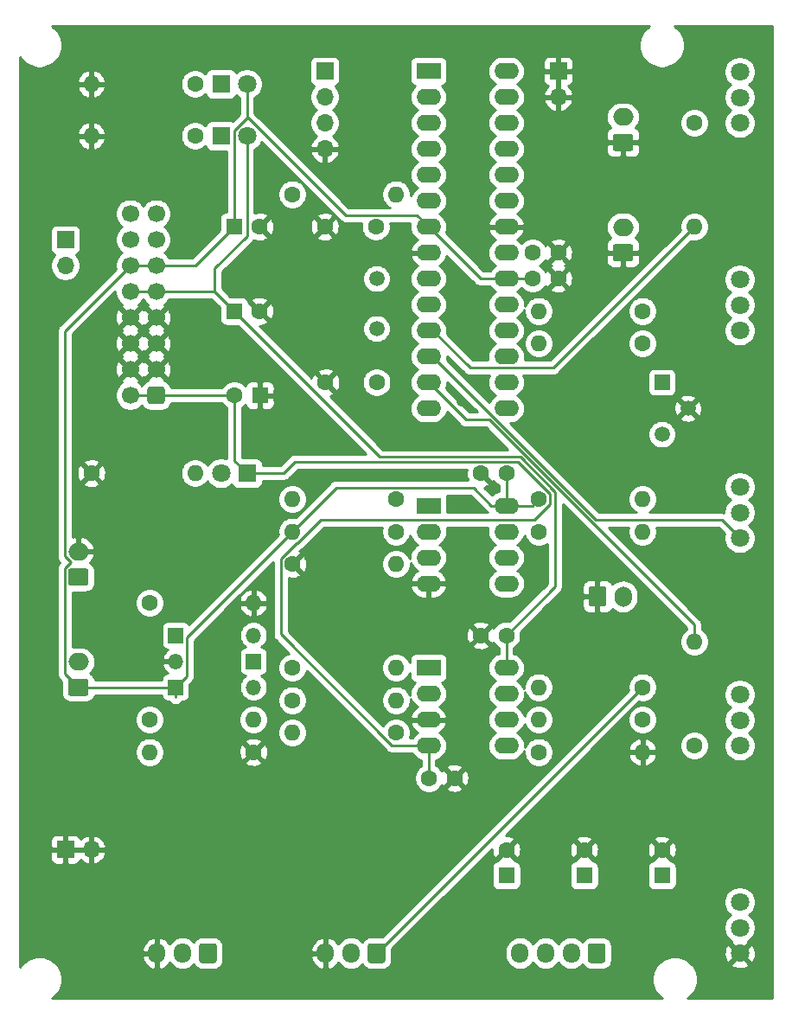
<source format=gbl>
G04 #@! TF.GenerationSoftware,KiCad,Pcbnew,(5.1.10)-1*
G04 #@! TF.CreationDate,2021-12-16T17:09:31+09:00*
G04 #@! TF.ProjectId,ArEG,41724547-2e6b-4696-9361-645f70636258,Ver.1.0*
G04 #@! TF.SameCoordinates,Original*
G04 #@! TF.FileFunction,Copper,L2,Bot*
G04 #@! TF.FilePolarity,Positive*
%FSLAX46Y46*%
G04 Gerber Fmt 4.6, Leading zero omitted, Abs format (unit mm)*
G04 Created by KiCad (PCBNEW (5.1.10)-1) date 2021-12-16 17:09:31*
%MOMM*%
%LPD*%
G01*
G04 APERTURE LIST*
G04 #@! TA.AperFunction,ComponentPad*
%ADD10O,2.400000X1.600000*%
G04 #@! TD*
G04 #@! TA.AperFunction,ComponentPad*
%ADD11R,2.400000X1.600000*%
G04 #@! TD*
G04 #@! TA.AperFunction,ComponentPad*
%ADD12O,1.700000X1.700000*%
G04 #@! TD*
G04 #@! TA.AperFunction,ComponentPad*
%ADD13R,1.700000X1.700000*%
G04 #@! TD*
G04 #@! TA.AperFunction,ComponentPad*
%ADD14O,2.000000X1.700000*%
G04 #@! TD*
G04 #@! TA.AperFunction,ComponentPad*
%ADD15O,1.700000X1.950000*%
G04 #@! TD*
G04 #@! TA.AperFunction,ComponentPad*
%ADD16C,1.500000*%
G04 #@! TD*
G04 #@! TA.AperFunction,ComponentPad*
%ADD17C,1.800000*%
G04 #@! TD*
G04 #@! TA.AperFunction,ComponentPad*
%ADD18O,1.600000X1.600000*%
G04 #@! TD*
G04 #@! TA.AperFunction,ComponentPad*
%ADD19C,1.600000*%
G04 #@! TD*
G04 #@! TA.AperFunction,ComponentPad*
%ADD20R,1.500000X1.500000*%
G04 #@! TD*
G04 #@! TA.AperFunction,ComponentPad*
%ADD21C,1.700000*%
G04 #@! TD*
G04 #@! TA.AperFunction,ComponentPad*
%ADD22O,1.700000X2.000000*%
G04 #@! TD*
G04 #@! TA.AperFunction,ComponentPad*
%ADD23O,1.500000X1.500000*%
G04 #@! TD*
G04 #@! TA.AperFunction,ComponentPad*
%ADD24R,1.800000X1.800000*%
G04 #@! TD*
G04 #@! TA.AperFunction,ComponentPad*
%ADD25R,1.600000X1.600000*%
G04 #@! TD*
G04 #@! TA.AperFunction,ViaPad*
%ADD26C,0.800000*%
G04 #@! TD*
G04 #@! TA.AperFunction,Conductor*
%ADD27C,0.250000*%
G04 #@! TD*
G04 #@! TA.AperFunction,Conductor*
%ADD28C,0.254000*%
G04 #@! TD*
G04 #@! TA.AperFunction,Conductor*
%ADD29C,0.100000*%
G04 #@! TD*
G04 APERTURE END LIST*
D10*
G04 #@! TO.P,U3,8*
G04 #@! TO.N,+12V*
X147320000Y-109220000D03*
G04 #@! TO.P,U3,4*
G04 #@! TO.N,-12V*
X139700000Y-116840000D03*
G04 #@! TO.P,U3,7*
G04 #@! TO.N,Net-(R17-Pad2)*
X147320000Y-111760000D03*
G04 #@! TO.P,U3,3*
G04 #@! TO.N,GND*
X139700000Y-114300000D03*
G04 #@! TO.P,U3,6*
G04 #@! TO.N,Net-(R20-Pad2)*
X147320000Y-114300000D03*
G04 #@! TO.P,U3,2*
G04 #@! TO.N,Net-(R15-Pad2)*
X139700000Y-111760000D03*
G04 #@! TO.P,U3,5*
G04 #@! TO.N,Net-(RV3-Pad1)*
X147320000Y-116840000D03*
D11*
G04 #@! TO.P,U3,1*
G04 #@! TO.N,Net-(R15-Pad1)*
X139700000Y-109220000D03*
G04 #@! TD*
D12*
G04 #@! TO.P,J8,2*
G04 #@! TO.N,GND*
X152400000Y-53340000D03*
D13*
G04 #@! TO.P,J8,1*
X152400000Y-50800000D03*
G04 #@! TD*
D12*
G04 #@! TO.P,J7,2*
G04 #@! TO.N,GND*
X106680000Y-127000000D03*
D13*
G04 #@! TO.P,J7,1*
X104140000Y-127000000D03*
G04 #@! TD*
D14*
G04 #@! TO.P,J6,2*
G04 #@! TO.N,GND*
X105410000Y-97830000D03*
G04 #@! TO.P,J6,1*
G04 #@! TO.N,Net-(J6-Pad1)*
G04 #@! TA.AperFunction,ComponentPad*
G36*
G01*
X106160000Y-101180000D02*
X104660000Y-101180000D01*
G75*
G02*
X104410000Y-100930000I0J250000D01*
G01*
X104410000Y-99730000D01*
G75*
G02*
X104660000Y-99480000I250000J0D01*
G01*
X106160000Y-99480000D01*
G75*
G02*
X106410000Y-99730000I0J-250000D01*
G01*
X106410000Y-100930000D01*
G75*
G02*
X106160000Y-101180000I-250000J0D01*
G01*
G37*
G04 #@! TD.AperFunction*
G04 #@! TD*
D15*
G04 #@! TO.P,J4,3*
G04 #@! TO.N,GND*
X129620000Y-137160000D03*
G04 #@! TO.P,J4,2*
G04 #@! TO.N,/ADSR/INV_OUT*
X132120000Y-137160000D03*
G04 #@! TO.P,J4,1*
G04 #@! TO.N,/ADSR/ADSR_OUT*
G04 #@! TA.AperFunction,ComponentPad*
G36*
G01*
X135470000Y-136435000D02*
X135470000Y-137885000D01*
G75*
G02*
X135220000Y-138135000I-250000J0D01*
G01*
X134020000Y-138135000D01*
G75*
G02*
X133770000Y-137885000I0J250000D01*
G01*
X133770000Y-136435000D01*
G75*
G02*
X134020000Y-136185000I250000J0D01*
G01*
X135220000Y-136185000D01*
G75*
G02*
X135470000Y-136435000I0J-250000D01*
G01*
G37*
G04 #@! TD.AperFunction*
G04 #@! TD*
D10*
G04 #@! TO.P,U2,8*
G04 #@! TO.N,+5V*
X147320000Y-93345000D03*
G04 #@! TO.P,U2,4*
G04 #@! TO.N,GND*
X139700000Y-100965000D03*
G04 #@! TO.P,U2,7*
G04 #@! TO.N,Net-(R23-Pad1)*
X147320000Y-95885000D03*
G04 #@! TO.P,U2,3*
G04 #@! TO.N,Net-(R11-Pad2)*
X139700000Y-98425000D03*
G04 #@! TO.P,U2,6*
G04 #@! TO.N,Net-(R23-Pad1)*
X147320000Y-98425000D03*
G04 #@! TO.P,U2,2*
G04 #@! TO.N,Net-(RV3-Pad1)*
X139700000Y-95885000D03*
G04 #@! TO.P,U2,5*
X147320000Y-100965000D03*
D11*
G04 #@! TO.P,U2,1*
G04 #@! TO.N,Threshold*
X139700000Y-93345000D03*
G04 #@! TD*
D10*
G04 #@! TO.P,U1,28*
G04 #@! TO.N,N/C*
X147320000Y-50800000D03*
G04 #@! TO.P,U1,14*
X139700000Y-83820000D03*
G04 #@! TO.P,U1,27*
X147320000Y-53340000D03*
G04 #@! TO.P,U1,13*
G04 #@! TO.N,Release*
X139700000Y-81280000D03*
G04 #@! TO.P,U1,26*
G04 #@! TO.N,N/C*
X147320000Y-55880000D03*
G04 #@! TO.P,U1,12*
G04 #@! TO.N,Decay*
X139700000Y-78740000D03*
G04 #@! TO.P,U1,25*
G04 #@! TO.N,N/C*
X147320000Y-58420000D03*
G04 #@! TO.P,U1,11*
G04 #@! TO.N,Attack*
X139700000Y-76200000D03*
G04 #@! TO.P,U1,24*
G04 #@! TO.N,N/C*
X147320000Y-60960000D03*
G04 #@! TO.P,U1,10*
G04 #@! TO.N,Net-(C7-Pad1)*
X139700000Y-73660000D03*
G04 #@! TO.P,U1,23*
G04 #@! TO.N,Delay_Time*
X147320000Y-63500000D03*
G04 #@! TO.P,U1,9*
G04 #@! TO.N,Net-(C6-Pad2)*
X139700000Y-71120000D03*
G04 #@! TO.P,U1,22*
G04 #@! TO.N,GND*
X147320000Y-66040000D03*
G04 #@! TO.P,U1,8*
X139700000Y-68580000D03*
G04 #@! TO.P,U1,21*
G04 #@! TO.N,Net-(C5-Pad2)*
X147320000Y-68580000D03*
G04 #@! TO.P,U1,7*
G04 #@! TO.N,+5V*
X139700000Y-66040000D03*
G04 #@! TO.P,U1,20*
X147320000Y-71120000D03*
G04 #@! TO.P,U1,6*
G04 #@! TO.N,Delayed_Gate*
X139700000Y-63500000D03*
G04 #@! TO.P,U1,19*
G04 #@! TO.N,Gate_LED*
X147320000Y-73660000D03*
G04 #@! TO.P,U1,5*
G04 #@! TO.N,Gate_Com*
X139700000Y-60960000D03*
G04 #@! TO.P,U1,18*
G04 #@! TO.N,Delayed_LED*
X147320000Y-76200000D03*
G04 #@! TO.P,U1,4*
G04 #@! TO.N,Threshold*
X139700000Y-58420000D03*
G04 #@! TO.P,U1,17*
G04 #@! TO.N,N/C*
X147320000Y-78740000D03*
G04 #@! TO.P,U1,3*
G04 #@! TO.N,/TXD*
X139700000Y-55880000D03*
G04 #@! TO.P,U1,16*
G04 #@! TO.N,N/C*
X147320000Y-81280000D03*
G04 #@! TO.P,U1,2*
G04 #@! TO.N,/RXD*
X139700000Y-53340000D03*
G04 #@! TO.P,U1,15*
G04 #@! TO.N,N/C*
X147320000Y-83820000D03*
D11*
G04 #@! TO.P,U1,1*
G04 #@! TO.N,/RST*
X139700000Y-50800000D03*
G04 #@! TD*
D15*
G04 #@! TO.P,J3,3*
G04 #@! TO.N,GND*
X113110000Y-137160000D03*
G04 #@! TO.P,J3,2*
G04 #@! TO.N,Net-(J3-Pad1)*
X115610000Y-137160000D03*
G04 #@! TO.P,J3,1*
G04 #@! TA.AperFunction,ComponentPad*
G36*
G01*
X118960000Y-136435000D02*
X118960000Y-137885000D01*
G75*
G02*
X118710000Y-138135000I-250000J0D01*
G01*
X117510000Y-138135000D01*
G75*
G02*
X117260000Y-137885000I0J250000D01*
G01*
X117260000Y-136435000D01*
G75*
G02*
X117510000Y-136185000I250000J0D01*
G01*
X118710000Y-136185000D01*
G75*
G02*
X118960000Y-136435000I0J-250000D01*
G01*
G37*
G04 #@! TD.AperFunction*
G04 #@! TD*
D16*
G04 #@! TO.P,Y1,2*
G04 #@! TO.N,Net-(C7-Pad1)*
X134620000Y-76020000D03*
G04 #@! TO.P,Y1,1*
G04 #@! TO.N,Net-(C6-Pad2)*
X134620000Y-71120000D03*
G04 #@! TD*
D15*
G04 #@! TO.P,SW2,4*
G04 #@! TO.N,Net-(C13-Pad1)*
X148670000Y-137160000D03*
G04 #@! TO.P,SW2,3*
G04 #@! TO.N,Net-(RV3-Pad1)*
X151170000Y-137160000D03*
G04 #@! TO.P,SW2,2*
G04 #@! TO.N,Net-(C14-Pad1)*
X153670000Y-137160000D03*
G04 #@! TO.P,SW2,1*
G04 #@! TO.N,Net-(C15-Pad1)*
G04 #@! TA.AperFunction,ComponentPad*
G36*
G01*
X157020000Y-136435000D02*
X157020000Y-137885000D01*
G75*
G02*
X156770000Y-138135000I-250000J0D01*
G01*
X155570000Y-138135000D01*
G75*
G02*
X155320000Y-137885000I0J250000D01*
G01*
X155320000Y-136435000D01*
G75*
G02*
X155570000Y-136185000I250000J0D01*
G01*
X156770000Y-136185000D01*
G75*
G02*
X157020000Y-136435000I0J-250000D01*
G01*
G37*
G04 #@! TD.AperFunction*
G04 #@! TD*
D14*
G04 #@! TO.P,SW1,2*
G04 #@! TO.N,Gate_Com*
X105410000Y-108625000D03*
G04 #@! TO.P,SW1,1*
G04 #@! TO.N,+5V*
G04 #@! TA.AperFunction,ComponentPad*
G36*
G01*
X106160000Y-111975000D02*
X104660000Y-111975000D01*
G75*
G02*
X104410000Y-111725000I0J250000D01*
G01*
X104410000Y-110525000D01*
G75*
G02*
X104660000Y-110275000I250000J0D01*
G01*
X106160000Y-110275000D01*
G75*
G02*
X106410000Y-110525000I0J-250000D01*
G01*
X106410000Y-111725000D01*
G75*
G02*
X106160000Y-111975000I-250000J0D01*
G01*
G37*
G04 #@! TD.AperFunction*
G04 #@! TD*
D17*
G04 #@! TO.P,RV5,1*
G04 #@! TO.N,Net-(R21-Pad1)*
X170180000Y-116840000D03*
G04 #@! TO.P,RV5,2*
G04 #@! TO.N,Net-(RV3-Pad1)*
X170180000Y-114340000D03*
G04 #@! TO.P,RV5,3*
X170180000Y-111840000D03*
G04 #@! TD*
G04 #@! TO.P,RV4,1*
G04 #@! TO.N,Net-(R18-Pad1)*
X170180000Y-55880000D03*
G04 #@! TO.P,RV4,2*
G04 #@! TO.N,Net-(RV3-Pad1)*
X170180000Y-53380000D03*
G04 #@! TO.P,RV4,3*
X170180000Y-50880000D03*
G04 #@! TD*
G04 #@! TO.P,RV3,1*
G04 #@! TO.N,Net-(RV3-Pad1)*
X170180000Y-76200000D03*
G04 #@! TO.P,RV3,2*
G04 #@! TO.N,Net-(Q1-Pad1)*
X170180000Y-73700000D03*
G04 #@! TO.P,RV3,3*
X170180000Y-71200000D03*
G04 #@! TD*
G04 #@! TO.P,RV2,1*
G04 #@! TO.N,Decay*
X170180000Y-96520000D03*
G04 #@! TO.P,RV2,2*
G04 #@! TO.N,Net-(Q1-Pad3)*
X170180000Y-94020000D03*
G04 #@! TO.P,RV2,3*
G04 #@! TO.N,Net-(R13-Pad2)*
X170180000Y-91520000D03*
G04 #@! TD*
G04 #@! TO.P,RV1,1*
G04 #@! TO.N,GND*
X170180000Y-137160000D03*
G04 #@! TO.P,RV1,2*
G04 #@! TO.N,Delay_Time*
X170180000Y-134660000D03*
G04 #@! TO.P,RV1,3*
G04 #@! TO.N,+5V*
X170180000Y-132160000D03*
G04 #@! TD*
D18*
G04 #@! TO.P,R23,2*
G04 #@! TO.N,Net-(D9-Pad2)*
X160655000Y-95885000D03*
D19*
G04 #@! TO.P,R23,1*
G04 #@! TO.N,Net-(R23-Pad1)*
X150495000Y-95885000D03*
G04 #@! TD*
D18*
G04 #@! TO.P,R22,2*
G04 #@! TO.N,GND*
X160655000Y-117475000D03*
D19*
G04 #@! TO.P,R22,1*
G04 #@! TO.N,Net-(R20-Pad2)*
X150495000Y-117475000D03*
G04 #@! TD*
D18*
G04 #@! TO.P,R21,2*
G04 #@! TO.N,Release*
X165735000Y-106680000D03*
D19*
G04 #@! TO.P,R21,1*
G04 #@! TO.N,Net-(R21-Pad1)*
X165735000Y-116840000D03*
G04 #@! TD*
D18*
G04 #@! TO.P,R20,2*
G04 #@! TO.N,Net-(R20-Pad2)*
X150495000Y-114300000D03*
D19*
G04 #@! TO.P,R20,1*
G04 #@! TO.N,Net-(R17-Pad2)*
X160655000Y-114300000D03*
G04 #@! TD*
D18*
G04 #@! TO.P,R19,2*
G04 #@! TO.N,Net-(R17-Pad2)*
X150495000Y-111125000D03*
D19*
G04 #@! TO.P,R19,1*
G04 #@! TO.N,/ADSR/ADSR_OUT*
X160655000Y-111125000D03*
G04 #@! TD*
D18*
G04 #@! TO.P,R18,2*
G04 #@! TO.N,Attack*
X165735000Y-66040000D03*
D19*
G04 #@! TO.P,R18,1*
G04 #@! TO.N,Net-(R18-Pad1)*
X165735000Y-55880000D03*
G04 #@! TD*
D18*
G04 #@! TO.P,R17,2*
G04 #@! TO.N,Net-(R17-Pad2)*
X126365000Y-115570000D03*
D19*
G04 #@! TO.P,R17,1*
G04 #@! TO.N,Net-(R15-Pad2)*
X136525000Y-115570000D03*
G04 #@! TD*
D18*
G04 #@! TO.P,R16,2*
G04 #@! TO.N,Net-(R15-Pad1)*
X136525000Y-109220000D03*
D19*
G04 #@! TO.P,R16,1*
G04 #@! TO.N,/ADSR/INV_OUT*
X126365000Y-109220000D03*
G04 #@! TD*
D18*
G04 #@! TO.P,R15,2*
G04 #@! TO.N,Net-(R15-Pad2)*
X136525000Y-112395000D03*
D19*
G04 #@! TO.P,R15,1*
G04 #@! TO.N,Net-(R15-Pad1)*
X126365000Y-112395000D03*
G04 #@! TD*
D18*
G04 #@! TO.P,R14,2*
G04 #@! TO.N,Net-(R11-Pad2)*
X136525000Y-99060000D03*
D19*
G04 #@! TO.P,R14,1*
G04 #@! TO.N,GND*
X126365000Y-99060000D03*
G04 #@! TD*
D18*
G04 #@! TO.P,R13,2*
G04 #@! TO.N,Net-(R13-Pad2)*
X160655000Y-92710000D03*
D19*
G04 #@! TO.P,R13,1*
G04 #@! TO.N,+5V*
X150495000Y-92710000D03*
G04 #@! TD*
D18*
G04 #@! TO.P,R12,2*
G04 #@! TO.N,+5V*
X126365000Y-95885000D03*
D19*
G04 #@! TO.P,R12,1*
G04 #@! TO.N,Net-(R11-Pad2)*
X136525000Y-95885000D03*
G04 #@! TD*
D18*
G04 #@! TO.P,R11,2*
G04 #@! TO.N,Net-(R11-Pad2)*
X126365000Y-92710000D03*
D19*
G04 #@! TO.P,R11,1*
G04 #@! TO.N,Threshold*
X136525000Y-92710000D03*
G04 #@! TD*
D18*
G04 #@! TO.P,R9,2*
G04 #@! TO.N,Delayed_Gate*
X136525000Y-62865000D03*
D19*
G04 #@! TO.P,R9,1*
G04 #@! TO.N,Net-(J6-Pad1)*
X126365000Y-62865000D03*
G04 #@! TD*
D18*
G04 #@! TO.P,R8,2*
G04 #@! TO.N,GND*
X122555000Y-102870000D03*
D19*
G04 #@! TO.P,R8,1*
G04 #@! TO.N,Gate_Com*
X112395000Y-102870000D03*
G04 #@! TD*
D18*
G04 #@! TO.P,R7,2*
G04 #@! TO.N,Net-(J3-Pad1)*
X112395000Y-117475000D03*
D19*
G04 #@! TO.P,R7,1*
G04 #@! TO.N,GND*
X122555000Y-117475000D03*
G04 #@! TD*
D18*
G04 #@! TO.P,R6,2*
G04 #@! TO.N,Net-(D5-Pad2)*
X122555000Y-114300000D03*
D19*
G04 #@! TO.P,R6,1*
G04 #@! TO.N,Net-(J3-Pad1)*
X112395000Y-114300000D03*
G04 #@! TD*
D18*
G04 #@! TO.P,R5,2*
G04 #@! TO.N,Delayed_LED*
X150495000Y-77470000D03*
D19*
G04 #@! TO.P,R5,1*
G04 #@! TO.N,Net-(D6-Pad2)*
X160655000Y-77470000D03*
G04 #@! TD*
D18*
G04 #@! TO.P,R4,2*
G04 #@! TO.N,Gate_LED*
X150495000Y-74295000D03*
D19*
G04 #@! TO.P,R4,1*
G04 #@! TO.N,Net-(D4-Pad2)*
X160655000Y-74295000D03*
G04 #@! TD*
D18*
G04 #@! TO.P,R3,2*
G04 #@! TO.N,Net-(D3-Pad2)*
X116840000Y-90170000D03*
D19*
G04 #@! TO.P,R3,1*
G04 #@! TO.N,GND*
X106680000Y-90170000D03*
G04 #@! TD*
D18*
G04 #@! TO.P,R2,2*
G04 #@! TO.N,GND*
X106680000Y-52070000D03*
D19*
G04 #@! TO.P,R2,1*
G04 #@! TO.N,Net-(D2-Pad1)*
X116840000Y-52070000D03*
G04 #@! TD*
D18*
G04 #@! TO.P,R1,2*
G04 #@! TO.N,GND*
X106680000Y-57150000D03*
D19*
G04 #@! TO.P,R1,1*
G04 #@! TO.N,Net-(D1-Pad1)*
X116840000Y-57150000D03*
G04 #@! TD*
D20*
G04 #@! TO.P,Q1,1*
G04 #@! TO.N,Net-(Q1-Pad1)*
X162560000Y-81280000D03*
D16*
G04 #@! TO.P,Q1,3*
G04 #@! TO.N,Net-(Q1-Pad3)*
X162560000Y-86360000D03*
G04 #@! TO.P,Q1,2*
G04 #@! TO.N,GND*
X165100000Y-83820000D03*
G04 #@! TD*
D12*
G04 #@! TO.P,J5,4*
G04 #@! TO.N,GND*
X129540000Y-58420000D03*
G04 #@! TO.P,J5,3*
G04 #@! TO.N,/TXD*
X129540000Y-55880000D03*
G04 #@! TO.P,J5,2*
G04 #@! TO.N,/RXD*
X129540000Y-53340000D03*
D13*
G04 #@! TO.P,J5,1*
G04 #@! TO.N,/RST*
X129540000Y-50800000D03*
G04 #@! TD*
D21*
G04 #@! TO.P,J2,16*
G04 #@! TO.N,N/C*
X110490000Y-64770000D03*
G04 #@! TO.P,J2,14*
G04 #@! TO.N,Net-(J1-Pad1)*
X110490000Y-67310000D03*
G04 #@! TO.P,J2,12*
G04 #@! TO.N,+5V*
X110490000Y-69850000D03*
G04 #@! TO.P,J2,10*
G04 #@! TO.N,+12V*
X110490000Y-72390000D03*
G04 #@! TO.P,J2,8*
G04 #@! TO.N,GND*
X110490000Y-74930000D03*
G04 #@! TO.P,J2,6*
X110490000Y-77470000D03*
G04 #@! TO.P,J2,4*
X110490000Y-80010000D03*
G04 #@! TO.P,J2,2*
G04 #@! TO.N,-12V*
X110490000Y-82550000D03*
G04 #@! TO.P,J2,15*
G04 #@! TO.N,N/C*
X113030000Y-64770000D03*
G04 #@! TO.P,J2,13*
G04 #@! TO.N,Net-(J1-Pad1)*
X113030000Y-67310000D03*
G04 #@! TO.P,J2,11*
G04 #@! TO.N,+5V*
X113030000Y-69850000D03*
G04 #@! TO.P,J2,9*
G04 #@! TO.N,+12V*
X113030000Y-72390000D03*
G04 #@! TO.P,J2,7*
G04 #@! TO.N,GND*
X113030000Y-74930000D03*
G04 #@! TO.P,J2,5*
X113030000Y-77470000D03*
G04 #@! TO.P,J2,3*
X113030000Y-80010000D03*
G04 #@! TO.P,J2,1*
G04 #@! TO.N,-12V*
G04 #@! TA.AperFunction,ComponentPad*
G36*
G01*
X113880000Y-81950000D02*
X113880000Y-83150000D01*
G75*
G02*
X113630000Y-83400000I-250000J0D01*
G01*
X112430000Y-83400000D01*
G75*
G02*
X112180000Y-83150000I0J250000D01*
G01*
X112180000Y-81950000D01*
G75*
G02*
X112430000Y-81700000I250000J0D01*
G01*
X113630000Y-81700000D01*
G75*
G02*
X113880000Y-81950000I0J-250000D01*
G01*
G37*
G04 #@! TD.AperFunction*
G04 #@! TD*
D12*
G04 #@! TO.P,J1,2*
G04 #@! TO.N,Gate_Com*
X104140000Y-69850000D03*
D13*
G04 #@! TO.P,J1,1*
G04 #@! TO.N,Net-(J1-Pad1)*
X104140000Y-67310000D03*
G04 #@! TD*
D22*
G04 #@! TO.P,D9,2*
G04 #@! TO.N,Net-(D9-Pad2)*
X158750000Y-102235000D03*
G04 #@! TO.P,D9,1*
G04 #@! TO.N,GND*
G04 #@! TA.AperFunction,ComponentPad*
G36*
G01*
X155400000Y-102985000D02*
X155400000Y-101485000D01*
G75*
G02*
X155650000Y-101235000I250000J0D01*
G01*
X156850000Y-101235000D01*
G75*
G02*
X157100000Y-101485000I0J-250000D01*
G01*
X157100000Y-102985000D01*
G75*
G02*
X156850000Y-103235000I-250000J0D01*
G01*
X155650000Y-103235000D01*
G75*
G02*
X155400000Y-102985000I0J250000D01*
G01*
G37*
G04 #@! TD.AperFunction*
G04 #@! TD*
D23*
G04 #@! TO.P,D8,2*
G04 #@! TO.N,GND*
X114935000Y-108585000D03*
D20*
G04 #@! TO.P,D8,1*
G04 #@! TO.N,Net-(D5-Pad2)*
X122555000Y-108585000D03*
G04 #@! TD*
D23*
G04 #@! TO.P,D7,2*
G04 #@! TO.N,Net-(D5-Pad2)*
X122555000Y-106045000D03*
D20*
G04 #@! TO.P,D7,1*
G04 #@! TO.N,Gate_Com*
X114935000Y-106045000D03*
G04 #@! TD*
D14*
G04 #@! TO.P,D6,2*
G04 #@! TO.N,Net-(D6-Pad2)*
X158750000Y-66080000D03*
G04 #@! TO.P,D6,1*
G04 #@! TO.N,GND*
G04 #@! TA.AperFunction,ComponentPad*
G36*
G01*
X159500000Y-69430000D02*
X158000000Y-69430000D01*
G75*
G02*
X157750000Y-69180000I0J250000D01*
G01*
X157750000Y-67980000D01*
G75*
G02*
X158000000Y-67730000I250000J0D01*
G01*
X159500000Y-67730000D01*
G75*
G02*
X159750000Y-67980000I0J-250000D01*
G01*
X159750000Y-69180000D01*
G75*
G02*
X159500000Y-69430000I-250000J0D01*
G01*
G37*
G04 #@! TD.AperFunction*
G04 #@! TD*
D23*
G04 #@! TO.P,D5,2*
G04 #@! TO.N,Net-(D5-Pad2)*
X122555000Y-111125000D03*
D20*
G04 #@! TO.P,D5,1*
G04 #@! TO.N,+5V*
X114935000Y-111125000D03*
G04 #@! TD*
D14*
G04 #@! TO.P,D4,2*
G04 #@! TO.N,Net-(D4-Pad2)*
X158750000Y-55285000D03*
G04 #@! TO.P,D4,1*
G04 #@! TO.N,GND*
G04 #@! TA.AperFunction,ComponentPad*
G36*
G01*
X159500000Y-58635000D02*
X158000000Y-58635000D01*
G75*
G02*
X157750000Y-58385000I0J250000D01*
G01*
X157750000Y-57185000D01*
G75*
G02*
X158000000Y-56935000I250000J0D01*
G01*
X159500000Y-56935000D01*
G75*
G02*
X159750000Y-57185000I0J-250000D01*
G01*
X159750000Y-58385000D01*
G75*
G02*
X159500000Y-58635000I-250000J0D01*
G01*
G37*
G04 #@! TD.AperFunction*
G04 #@! TD*
D17*
G04 #@! TO.P,D3,2*
G04 #@! TO.N,Net-(D3-Pad2)*
X119380000Y-90170000D03*
D24*
G04 #@! TO.P,D3,1*
G04 #@! TO.N,-12V*
X121920000Y-90170000D03*
G04 #@! TD*
D17*
G04 #@! TO.P,D2,2*
G04 #@! TO.N,+5V*
X121920000Y-52070000D03*
D24*
G04 #@! TO.P,D2,1*
G04 #@! TO.N,Net-(D2-Pad1)*
X119380000Y-52070000D03*
G04 #@! TD*
D17*
G04 #@! TO.P,D1,2*
G04 #@! TO.N,+12V*
X121920000Y-57150000D03*
D24*
G04 #@! TO.P,D1,1*
G04 #@! TO.N,Net-(D1-Pad1)*
X119380000Y-57150000D03*
G04 #@! TD*
D19*
G04 #@! TO.P,C15,2*
G04 #@! TO.N,GND*
X162560000Y-127040000D03*
D25*
G04 #@! TO.P,C15,1*
G04 #@! TO.N,Net-(C15-Pad1)*
X162560000Y-129540000D03*
G04 #@! TD*
D19*
G04 #@! TO.P,C14,2*
G04 #@! TO.N,GND*
X154940000Y-127040000D03*
D25*
G04 #@! TO.P,C14,1*
G04 #@! TO.N,Net-(C14-Pad1)*
X154940000Y-129540000D03*
G04 #@! TD*
D19*
G04 #@! TO.P,C13,2*
G04 #@! TO.N,GND*
X147320000Y-127040000D03*
D25*
G04 #@! TO.P,C13,1*
G04 #@! TO.N,Net-(C13-Pad1)*
X147320000Y-129540000D03*
G04 #@! TD*
D19*
G04 #@! TO.P,C12,2*
G04 #@! TO.N,-12V*
X139740000Y-120015000D03*
G04 #@! TO.P,C12,1*
G04 #@! TO.N,GND*
X142240000Y-120015000D03*
G04 #@! TD*
G04 #@! TO.P,C10,2*
G04 #@! TO.N,GND*
X144820000Y-106045000D03*
G04 #@! TO.P,C10,1*
G04 #@! TO.N,+12V*
X147320000Y-106045000D03*
G04 #@! TD*
G04 #@! TO.P,C9,2*
G04 #@! TO.N,GND*
X144820000Y-90170000D03*
G04 #@! TO.P,C9,1*
G04 #@! TO.N,+5V*
X147320000Y-90170000D03*
G04 #@! TD*
G04 #@! TO.P,C7,2*
G04 #@! TO.N,GND*
X129620000Y-81280000D03*
G04 #@! TO.P,C7,1*
G04 #@! TO.N,Net-(C7-Pad1)*
X134620000Y-81280000D03*
G04 #@! TD*
G04 #@! TO.P,C6,2*
G04 #@! TO.N,Net-(C6-Pad2)*
X134540000Y-66040000D03*
G04 #@! TO.P,C6,1*
G04 #@! TO.N,GND*
X129540000Y-66040000D03*
G04 #@! TD*
G04 #@! TO.P,C5,2*
G04 #@! TO.N,Net-(C5-Pad2)*
X149900000Y-68580000D03*
G04 #@! TO.P,C5,1*
G04 #@! TO.N,GND*
X152400000Y-68580000D03*
G04 #@! TD*
G04 #@! TO.P,C4,2*
G04 #@! TO.N,+5V*
X149900000Y-71120000D03*
G04 #@! TO.P,C4,1*
G04 #@! TO.N,GND*
X152400000Y-71120000D03*
G04 #@! TD*
G04 #@! TO.P,C3,2*
G04 #@! TO.N,-12V*
X120690000Y-82550000D03*
D25*
G04 #@! TO.P,C3,1*
G04 #@! TO.N,GND*
X123190000Y-82550000D03*
G04 #@! TD*
D19*
G04 #@! TO.P,C2,2*
G04 #@! TO.N,GND*
X123150000Y-66040000D03*
D25*
G04 #@! TO.P,C2,1*
G04 #@! TO.N,+5V*
X120650000Y-66040000D03*
G04 #@! TD*
D19*
G04 #@! TO.P,C1,2*
G04 #@! TO.N,GND*
X123150000Y-74295000D03*
D25*
G04 #@! TO.P,C1,1*
G04 #@! TO.N,+12V*
X120650000Y-74295000D03*
G04 #@! TD*
D26*
G04 #@! TO.N,GND*
X134620000Y-52070000D03*
X134620000Y-54610000D03*
X143510000Y-73025000D03*
X143510000Y-76200000D03*
X144780000Y-81280000D03*
X142875000Y-83185000D03*
X143510000Y-93345000D03*
X144145000Y-86995000D03*
X127635000Y-71120000D03*
X127635000Y-74295000D03*
X114935000Y-96520000D03*
X119380000Y-96520000D03*
X118745000Y-123825000D03*
X122555000Y-123825000D03*
X129540000Y-123825000D03*
X133985000Y-123825000D03*
X118745000Y-128270000D03*
X122555000Y-128270000D03*
X129540000Y-128270000D03*
X133985000Y-128270000D03*
X138430000Y-128270000D03*
X110490000Y-123825000D03*
X110490000Y-128270000D03*
X104140000Y-133985000D03*
X107315000Y-137160000D03*
X139700000Y-135890000D03*
X143510000Y-135890000D03*
X138430000Y-123825000D03*
X142875000Y-123825000D03*
X156210000Y-123825000D03*
X161290000Y-123825000D03*
X166370000Y-123825000D03*
X153035000Y-82550000D03*
X158750000Y-82550000D03*
X153035000Y-88900000D03*
X158750000Y-88900000D03*
X129540000Y-104775000D03*
X133985000Y-104775000D03*
G04 #@! TD*
D27*
G04 #@! TO.N,+12V*
X110490000Y-72390000D02*
X113030000Y-72390000D01*
X118745000Y-72390000D02*
X120650000Y-74295000D01*
X113030000Y-72390000D02*
X118745000Y-72390000D01*
X121920000Y-66955002D02*
X118745000Y-70130002D01*
X121920000Y-57150000D02*
X121920000Y-66955002D01*
X118745000Y-70130002D02*
X118745000Y-72390000D01*
X147320000Y-109220000D02*
X147320000Y-106045000D01*
X134949989Y-88594989D02*
X120650000Y-74295000D01*
X148681401Y-88594989D02*
X134949989Y-88594989D01*
X152070010Y-91983598D02*
X148681401Y-88594989D01*
X152070010Y-101294990D02*
X152070010Y-91983598D01*
X147320000Y-106045000D02*
X152070010Y-101294990D01*
G04 #@! TO.N,+5V*
X110490000Y-69850000D02*
X113030000Y-69850000D01*
X116840000Y-69850000D02*
X120650000Y-66040000D01*
X113030000Y-69850000D02*
X116840000Y-69850000D01*
X121920000Y-55336998D02*
X121920000Y-52070000D01*
X120650000Y-56606998D02*
X121920000Y-55336998D01*
X120650000Y-66040000D02*
X120650000Y-56606998D01*
X144780000Y-71120000D02*
X139700000Y-66040000D01*
X147320000Y-71120000D02*
X144780000Y-71120000D01*
X147320000Y-71120000D02*
X149900000Y-71120000D01*
X105410000Y-111125000D02*
X114935000Y-111125000D01*
X116010001Y-106239999D02*
X126365000Y-95885000D01*
X116010001Y-110049999D02*
X116010001Y-106239999D01*
X114935000Y-111125000D02*
X116010001Y-110049999D01*
X149860000Y-93345000D02*
X150495000Y-92710000D01*
X147320000Y-93345000D02*
X149860000Y-93345000D01*
X147320000Y-90170000D02*
X147320000Y-93345000D01*
X144109999Y-91584999D02*
X130665001Y-91584999D01*
X145870000Y-93345000D02*
X144109999Y-91584999D01*
X130665001Y-91584999D02*
X126365000Y-95885000D01*
X147320000Y-93345000D02*
X145870000Y-93345000D01*
X138574999Y-64914999D02*
X131589999Y-64914999D01*
X139700000Y-66040000D02*
X138574999Y-64914999D01*
X131589999Y-64914999D02*
X121920000Y-55245000D01*
X114935000Y-112125000D02*
X114935000Y-111125000D01*
X104084990Y-76255010D02*
X110490000Y-69850000D01*
X104084990Y-98316705D02*
X104084990Y-76255010D01*
X104672548Y-98904263D02*
X104084990Y-98316705D01*
X104084990Y-99491820D02*
X104672548Y-98904263D01*
X104084990Y-109799990D02*
X104084990Y-99491820D01*
X105410000Y-111125000D02*
X104084990Y-109799990D01*
G04 #@! TO.N,-12V*
X110490000Y-82550000D02*
X113030000Y-82550000D01*
X113030000Y-82550000D02*
X120690000Y-82550000D01*
X120690000Y-88940000D02*
X121920000Y-90170000D01*
X120690000Y-82550000D02*
X120690000Y-88940000D01*
X125239999Y-105950001D02*
X136129998Y-116840000D01*
X125239999Y-98519999D02*
X125239999Y-105950001D01*
X126905001Y-97010001D02*
X126749997Y-97010001D01*
X129155003Y-94759999D02*
X126905001Y-97010001D01*
X150110003Y-94759999D02*
X129155003Y-94759999D01*
X151620001Y-93250001D02*
X150110003Y-94759999D01*
X136129998Y-116840000D02*
X139700000Y-116840000D01*
X151620001Y-92169999D02*
X151620001Y-93250001D01*
X126615003Y-89044999D02*
X148495001Y-89044999D01*
X126749997Y-97010001D02*
X125239999Y-98519999D01*
X148495001Y-89044999D02*
X151620001Y-92169999D01*
X125490002Y-90170000D02*
X126615003Y-89044999D01*
X121920000Y-90170000D02*
X125490002Y-90170000D01*
X139700000Y-119975000D02*
X139740000Y-120015000D01*
X139700000Y-116840000D02*
X139700000Y-119975000D01*
G04 #@! TO.N,Attack*
X151909990Y-79865010D02*
X165735000Y-66040000D01*
X143765010Y-79865010D02*
X151909990Y-79865010D01*
X140100000Y-76200000D02*
X143765010Y-79865010D01*
X139700000Y-76200000D02*
X140100000Y-76200000D01*
G04 #@! TO.N,Release*
X165735000Y-105012178D02*
X165735000Y-106680000D01*
X145667832Y-84945010D02*
X165735000Y-105012178D01*
X143365010Y-84945010D02*
X145667832Y-84945010D01*
X139700000Y-81280000D02*
X143365010Y-84945010D01*
G04 #@! TO.N,Decay*
X168419999Y-94759999D02*
X170180000Y-96520000D01*
X156119999Y-94759999D02*
X168419999Y-94759999D01*
X140100000Y-78740000D02*
X156119999Y-94759999D01*
X139700000Y-78740000D02*
X140100000Y-78740000D01*
G04 #@! TO.N,/ADSR/ADSR_OUT*
X134620000Y-137160000D02*
X160655000Y-111125000D01*
G04 #@! TD*
D28*
G04 #@! TO.N,GND*
X161135271Y-46523962D02*
X160823962Y-46835271D01*
X160579369Y-47201331D01*
X160410890Y-47608075D01*
X160325000Y-48039872D01*
X160325000Y-48480128D01*
X160410890Y-48911925D01*
X160579369Y-49318669D01*
X160823962Y-49684729D01*
X161135271Y-49996038D01*
X161501331Y-50240631D01*
X161908075Y-50409110D01*
X162339872Y-50495000D01*
X162780128Y-50495000D01*
X163211925Y-50409110D01*
X163618669Y-50240631D01*
X163984729Y-49996038D01*
X164296038Y-49684729D01*
X164540631Y-49318669D01*
X164709110Y-48911925D01*
X164795000Y-48480128D01*
X164795000Y-48039872D01*
X164709110Y-47608075D01*
X164540631Y-47201331D01*
X164296038Y-46835271D01*
X163984729Y-46523962D01*
X163769274Y-46380000D01*
X173330000Y-46380000D01*
X173330001Y-141580000D01*
X165039274Y-141580000D01*
X165254729Y-141436038D01*
X165566038Y-141124729D01*
X165810631Y-140758669D01*
X165979110Y-140351925D01*
X166065000Y-139920128D01*
X166065000Y-139479872D01*
X165979110Y-139048075D01*
X165810631Y-138641331D01*
X165566038Y-138275271D01*
X165514847Y-138224080D01*
X169295525Y-138224080D01*
X169379208Y-138478261D01*
X169651775Y-138609158D01*
X169944642Y-138684365D01*
X170246553Y-138700991D01*
X170545907Y-138658397D01*
X170831199Y-138558222D01*
X170980792Y-138478261D01*
X171064475Y-138224080D01*
X170180000Y-137339605D01*
X169295525Y-138224080D01*
X165514847Y-138224080D01*
X165254729Y-137963962D01*
X164888669Y-137719369D01*
X164481925Y-137550890D01*
X164050128Y-137465000D01*
X163609872Y-137465000D01*
X163178075Y-137550890D01*
X162771331Y-137719369D01*
X162405271Y-137963962D01*
X162093962Y-138275271D01*
X161849369Y-138641331D01*
X161680890Y-139048075D01*
X161595000Y-139479872D01*
X161595000Y-139920128D01*
X161680890Y-140351925D01*
X161849369Y-140758669D01*
X162093962Y-141124729D01*
X162405271Y-141436038D01*
X162620726Y-141580000D01*
X102809274Y-141580000D01*
X103024729Y-141436038D01*
X103336038Y-141124729D01*
X103580631Y-140758669D01*
X103749110Y-140351925D01*
X103835000Y-139920128D01*
X103835000Y-139479872D01*
X103749110Y-139048075D01*
X103580631Y-138641331D01*
X103336038Y-138275271D01*
X103024729Y-137963962D01*
X102658669Y-137719369D01*
X102251925Y-137550890D01*
X102092946Y-137519267D01*
X111643680Y-137519267D01*
X111717558Y-137800830D01*
X111844947Y-138062570D01*
X112020951Y-138294429D01*
X112238807Y-138487496D01*
X112490142Y-138634352D01*
X112753110Y-138726476D01*
X112983000Y-138605155D01*
X112983000Y-137287000D01*
X111783835Y-137287000D01*
X111643680Y-137519267D01*
X102092946Y-137519267D01*
X101820128Y-137465000D01*
X101379872Y-137465000D01*
X100948075Y-137550890D01*
X100541331Y-137719369D01*
X100175271Y-137963962D01*
X99863962Y-138275271D01*
X99720000Y-138490726D01*
X99720000Y-136800733D01*
X111643680Y-136800733D01*
X111783835Y-137033000D01*
X112983000Y-137033000D01*
X112983000Y-135714845D01*
X113237000Y-135714845D01*
X113237000Y-137033000D01*
X113257000Y-137033000D01*
X113257000Y-137287000D01*
X113237000Y-137287000D01*
X113237000Y-138605155D01*
X113466890Y-138726476D01*
X113729858Y-138634352D01*
X113981193Y-138487496D01*
X114199049Y-138294429D01*
X114355538Y-138088278D01*
X114369294Y-138114013D01*
X114554866Y-138340134D01*
X114780986Y-138525706D01*
X115038966Y-138663599D01*
X115318889Y-138748513D01*
X115610000Y-138777185D01*
X115901110Y-138748513D01*
X116181033Y-138663599D01*
X116439013Y-138525706D01*
X116665134Y-138340134D01*
X116717223Y-138276663D01*
X116771595Y-138378386D01*
X116882038Y-138512962D01*
X117016614Y-138623405D01*
X117170150Y-138705472D01*
X117336746Y-138756008D01*
X117510000Y-138773072D01*
X118710000Y-138773072D01*
X118883254Y-138756008D01*
X119049850Y-138705472D01*
X119203386Y-138623405D01*
X119337962Y-138512962D01*
X119448405Y-138378386D01*
X119530472Y-138224850D01*
X119581008Y-138058254D01*
X119598072Y-137885000D01*
X119598072Y-137519267D01*
X128153680Y-137519267D01*
X128227558Y-137800830D01*
X128354947Y-138062570D01*
X128530951Y-138294429D01*
X128748807Y-138487496D01*
X129000142Y-138634352D01*
X129263110Y-138726476D01*
X129493000Y-138605155D01*
X129493000Y-137287000D01*
X128293835Y-137287000D01*
X128153680Y-137519267D01*
X119598072Y-137519267D01*
X119598072Y-136800733D01*
X128153680Y-136800733D01*
X128293835Y-137033000D01*
X129493000Y-137033000D01*
X129493000Y-135714845D01*
X129747000Y-135714845D01*
X129747000Y-137033000D01*
X129767000Y-137033000D01*
X129767000Y-137287000D01*
X129747000Y-137287000D01*
X129747000Y-138605155D01*
X129976890Y-138726476D01*
X130239858Y-138634352D01*
X130491193Y-138487496D01*
X130709049Y-138294429D01*
X130865538Y-138088278D01*
X130879294Y-138114013D01*
X131064866Y-138340134D01*
X131290986Y-138525706D01*
X131548966Y-138663599D01*
X131828889Y-138748513D01*
X132120000Y-138777185D01*
X132411110Y-138748513D01*
X132691033Y-138663599D01*
X132949013Y-138525706D01*
X133175134Y-138340134D01*
X133227223Y-138276663D01*
X133281595Y-138378386D01*
X133392038Y-138512962D01*
X133526614Y-138623405D01*
X133680150Y-138705472D01*
X133846746Y-138756008D01*
X134020000Y-138773072D01*
X135220000Y-138773072D01*
X135393254Y-138756008D01*
X135559850Y-138705472D01*
X135713386Y-138623405D01*
X135847962Y-138512962D01*
X135958405Y-138378386D01*
X136040472Y-138224850D01*
X136091008Y-138058254D01*
X136108072Y-137885000D01*
X136108072Y-136962050D01*
X147185000Y-136962050D01*
X147185000Y-137357949D01*
X147206487Y-137576110D01*
X147291401Y-137856033D01*
X147429294Y-138114013D01*
X147614866Y-138340134D01*
X147840986Y-138525706D01*
X148098966Y-138663599D01*
X148378889Y-138748513D01*
X148670000Y-138777185D01*
X148961110Y-138748513D01*
X149241033Y-138663599D01*
X149499013Y-138525706D01*
X149725134Y-138340134D01*
X149910706Y-138114014D01*
X149920000Y-138096626D01*
X149929294Y-138114013D01*
X150114866Y-138340134D01*
X150340986Y-138525706D01*
X150598966Y-138663599D01*
X150878889Y-138748513D01*
X151170000Y-138777185D01*
X151461110Y-138748513D01*
X151741033Y-138663599D01*
X151999013Y-138525706D01*
X152225134Y-138340134D01*
X152410706Y-138114014D01*
X152420000Y-138096626D01*
X152429294Y-138114013D01*
X152614866Y-138340134D01*
X152840986Y-138525706D01*
X153098966Y-138663599D01*
X153378889Y-138748513D01*
X153670000Y-138777185D01*
X153961110Y-138748513D01*
X154241033Y-138663599D01*
X154499013Y-138525706D01*
X154725134Y-138340134D01*
X154777223Y-138276663D01*
X154831595Y-138378386D01*
X154942038Y-138512962D01*
X155076614Y-138623405D01*
X155230150Y-138705472D01*
X155396746Y-138756008D01*
X155570000Y-138773072D01*
X156770000Y-138773072D01*
X156943254Y-138756008D01*
X157109850Y-138705472D01*
X157263386Y-138623405D01*
X157397962Y-138512962D01*
X157508405Y-138378386D01*
X157590472Y-138224850D01*
X157641008Y-138058254D01*
X157658072Y-137885000D01*
X157658072Y-137226553D01*
X168639009Y-137226553D01*
X168681603Y-137525907D01*
X168781778Y-137811199D01*
X168861739Y-137960792D01*
X169115920Y-138044475D01*
X170000395Y-137160000D01*
X170359605Y-137160000D01*
X171244080Y-138044475D01*
X171498261Y-137960792D01*
X171629158Y-137688225D01*
X171704365Y-137395358D01*
X171720991Y-137093447D01*
X171678397Y-136794093D01*
X171578222Y-136508801D01*
X171498261Y-136359208D01*
X171244080Y-136275525D01*
X170359605Y-137160000D01*
X170000395Y-137160000D01*
X169115920Y-136275525D01*
X168861739Y-136359208D01*
X168730842Y-136631775D01*
X168655635Y-136924642D01*
X168639009Y-137226553D01*
X157658072Y-137226553D01*
X157658072Y-136435000D01*
X157641008Y-136261746D01*
X157590472Y-136095150D01*
X157508405Y-135941614D01*
X157397962Y-135807038D01*
X157263386Y-135696595D01*
X157109850Y-135614528D01*
X156943254Y-135563992D01*
X156770000Y-135546928D01*
X155570000Y-135546928D01*
X155396746Y-135563992D01*
X155230150Y-135614528D01*
X155076614Y-135696595D01*
X154942038Y-135807038D01*
X154831595Y-135941614D01*
X154777223Y-136043337D01*
X154725134Y-135979866D01*
X154499014Y-135794294D01*
X154241034Y-135656401D01*
X153961111Y-135571487D01*
X153670000Y-135542815D01*
X153378890Y-135571487D01*
X153098967Y-135656401D01*
X152840987Y-135794294D01*
X152614866Y-135979866D01*
X152429294Y-136205986D01*
X152420000Y-136223374D01*
X152410706Y-136205986D01*
X152225134Y-135979866D01*
X151999014Y-135794294D01*
X151741034Y-135656401D01*
X151461111Y-135571487D01*
X151170000Y-135542815D01*
X150878890Y-135571487D01*
X150598967Y-135656401D01*
X150340987Y-135794294D01*
X150114866Y-135979866D01*
X149929294Y-136205986D01*
X149920000Y-136223374D01*
X149910706Y-136205986D01*
X149725134Y-135979866D01*
X149499014Y-135794294D01*
X149241034Y-135656401D01*
X148961111Y-135571487D01*
X148670000Y-135542815D01*
X148378890Y-135571487D01*
X148098967Y-135656401D01*
X147840987Y-135794294D01*
X147614866Y-135979866D01*
X147429294Y-136205986D01*
X147291401Y-136463966D01*
X147206487Y-136743889D01*
X147185000Y-136962050D01*
X136108072Y-136962050D01*
X136108072Y-136746729D01*
X140845985Y-132008816D01*
X168645000Y-132008816D01*
X168645000Y-132311184D01*
X168703989Y-132607743D01*
X168819701Y-132887095D01*
X168987688Y-133138505D01*
X169201495Y-133352312D01*
X169287831Y-133410000D01*
X169201495Y-133467688D01*
X168987688Y-133681495D01*
X168819701Y-133932905D01*
X168703989Y-134212257D01*
X168645000Y-134508816D01*
X168645000Y-134811184D01*
X168703989Y-135107743D01*
X168819701Y-135387095D01*
X168987688Y-135638505D01*
X169201495Y-135852312D01*
X169344310Y-135947738D01*
X169295525Y-136095920D01*
X170180000Y-136980395D01*
X171064475Y-136095920D01*
X171015690Y-135947738D01*
X171158505Y-135852312D01*
X171372312Y-135638505D01*
X171540299Y-135387095D01*
X171656011Y-135107743D01*
X171715000Y-134811184D01*
X171715000Y-134508816D01*
X171656011Y-134212257D01*
X171540299Y-133932905D01*
X171372312Y-133681495D01*
X171158505Y-133467688D01*
X171072169Y-133410000D01*
X171158505Y-133352312D01*
X171372312Y-133138505D01*
X171540299Y-132887095D01*
X171656011Y-132607743D01*
X171715000Y-132311184D01*
X171715000Y-132008816D01*
X171656011Y-131712257D01*
X171540299Y-131432905D01*
X171372312Y-131181495D01*
X171158505Y-130967688D01*
X170907095Y-130799701D01*
X170627743Y-130683989D01*
X170331184Y-130625000D01*
X170028816Y-130625000D01*
X169732257Y-130683989D01*
X169452905Y-130799701D01*
X169201495Y-130967688D01*
X168987688Y-131181495D01*
X168819701Y-131432905D01*
X168703989Y-131712257D01*
X168645000Y-132008816D01*
X140845985Y-132008816D01*
X144114801Y-128740000D01*
X145881928Y-128740000D01*
X145881928Y-130340000D01*
X145894188Y-130464482D01*
X145930498Y-130584180D01*
X145989463Y-130694494D01*
X146068815Y-130791185D01*
X146165506Y-130870537D01*
X146275820Y-130929502D01*
X146395518Y-130965812D01*
X146520000Y-130978072D01*
X148120000Y-130978072D01*
X148244482Y-130965812D01*
X148364180Y-130929502D01*
X148474494Y-130870537D01*
X148571185Y-130791185D01*
X148650537Y-130694494D01*
X148709502Y-130584180D01*
X148745812Y-130464482D01*
X148758072Y-130340000D01*
X148758072Y-128740000D01*
X153501928Y-128740000D01*
X153501928Y-130340000D01*
X153514188Y-130464482D01*
X153550498Y-130584180D01*
X153609463Y-130694494D01*
X153688815Y-130791185D01*
X153785506Y-130870537D01*
X153895820Y-130929502D01*
X154015518Y-130965812D01*
X154140000Y-130978072D01*
X155740000Y-130978072D01*
X155864482Y-130965812D01*
X155984180Y-130929502D01*
X156094494Y-130870537D01*
X156191185Y-130791185D01*
X156270537Y-130694494D01*
X156329502Y-130584180D01*
X156365812Y-130464482D01*
X156378072Y-130340000D01*
X156378072Y-128740000D01*
X161121928Y-128740000D01*
X161121928Y-130340000D01*
X161134188Y-130464482D01*
X161170498Y-130584180D01*
X161229463Y-130694494D01*
X161308815Y-130791185D01*
X161405506Y-130870537D01*
X161515820Y-130929502D01*
X161635518Y-130965812D01*
X161760000Y-130978072D01*
X163360000Y-130978072D01*
X163484482Y-130965812D01*
X163604180Y-130929502D01*
X163714494Y-130870537D01*
X163811185Y-130791185D01*
X163890537Y-130694494D01*
X163949502Y-130584180D01*
X163985812Y-130464482D01*
X163998072Y-130340000D01*
X163998072Y-128740000D01*
X163985812Y-128615518D01*
X163949502Y-128495820D01*
X163890537Y-128385506D01*
X163811185Y-128288815D01*
X163714494Y-128209463D01*
X163604180Y-128150498D01*
X163484482Y-128114188D01*
X163360000Y-128101928D01*
X163352785Y-128101928D01*
X163373097Y-128032702D01*
X162560000Y-127219605D01*
X161746903Y-128032702D01*
X161767215Y-128101928D01*
X161760000Y-128101928D01*
X161635518Y-128114188D01*
X161515820Y-128150498D01*
X161405506Y-128209463D01*
X161308815Y-128288815D01*
X161229463Y-128385506D01*
X161170498Y-128495820D01*
X161134188Y-128615518D01*
X161121928Y-128740000D01*
X156378072Y-128740000D01*
X156365812Y-128615518D01*
X156329502Y-128495820D01*
X156270537Y-128385506D01*
X156191185Y-128288815D01*
X156094494Y-128209463D01*
X155984180Y-128150498D01*
X155864482Y-128114188D01*
X155740000Y-128101928D01*
X155732785Y-128101928D01*
X155753097Y-128032702D01*
X154940000Y-127219605D01*
X154126903Y-128032702D01*
X154147215Y-128101928D01*
X154140000Y-128101928D01*
X154015518Y-128114188D01*
X153895820Y-128150498D01*
X153785506Y-128209463D01*
X153688815Y-128288815D01*
X153609463Y-128385506D01*
X153550498Y-128495820D01*
X153514188Y-128615518D01*
X153501928Y-128740000D01*
X148758072Y-128740000D01*
X148745812Y-128615518D01*
X148709502Y-128495820D01*
X148650537Y-128385506D01*
X148571185Y-128288815D01*
X148474494Y-128209463D01*
X148364180Y-128150498D01*
X148244482Y-128114188D01*
X148120000Y-128101928D01*
X148112785Y-128101928D01*
X148133097Y-128032702D01*
X147320000Y-127219605D01*
X146506903Y-128032702D01*
X146527215Y-128101928D01*
X146520000Y-128101928D01*
X146395518Y-128114188D01*
X146275820Y-128150498D01*
X146165506Y-128209463D01*
X146068815Y-128288815D01*
X145989463Y-128385506D01*
X145930498Y-128495820D01*
X145894188Y-128615518D01*
X145881928Y-128740000D01*
X144114801Y-128740000D01*
X145886808Y-126967993D01*
X145879783Y-127110512D01*
X145921213Y-127390130D01*
X146016397Y-127656292D01*
X146083329Y-127781514D01*
X146327298Y-127853097D01*
X147140395Y-127040000D01*
X147499605Y-127040000D01*
X148312702Y-127853097D01*
X148556671Y-127781514D01*
X148677571Y-127526004D01*
X148746300Y-127251816D01*
X148753265Y-127110512D01*
X153499783Y-127110512D01*
X153541213Y-127390130D01*
X153636397Y-127656292D01*
X153703329Y-127781514D01*
X153947298Y-127853097D01*
X154760395Y-127040000D01*
X155119605Y-127040000D01*
X155932702Y-127853097D01*
X156176671Y-127781514D01*
X156297571Y-127526004D01*
X156366300Y-127251816D01*
X156373265Y-127110512D01*
X161119783Y-127110512D01*
X161161213Y-127390130D01*
X161256397Y-127656292D01*
X161323329Y-127781514D01*
X161567298Y-127853097D01*
X162380395Y-127040000D01*
X162739605Y-127040000D01*
X163552702Y-127853097D01*
X163796671Y-127781514D01*
X163917571Y-127526004D01*
X163986300Y-127251816D01*
X164000217Y-126969488D01*
X163958787Y-126689870D01*
X163863603Y-126423708D01*
X163796671Y-126298486D01*
X163552702Y-126226903D01*
X162739605Y-127040000D01*
X162380395Y-127040000D01*
X161567298Y-126226903D01*
X161323329Y-126298486D01*
X161202429Y-126553996D01*
X161133700Y-126828184D01*
X161119783Y-127110512D01*
X156373265Y-127110512D01*
X156380217Y-126969488D01*
X156338787Y-126689870D01*
X156243603Y-126423708D01*
X156176671Y-126298486D01*
X155932702Y-126226903D01*
X155119605Y-127040000D01*
X154760395Y-127040000D01*
X153947298Y-126226903D01*
X153703329Y-126298486D01*
X153582429Y-126553996D01*
X153513700Y-126828184D01*
X153499783Y-127110512D01*
X148753265Y-127110512D01*
X148760217Y-126969488D01*
X148718787Y-126689870D01*
X148623603Y-126423708D01*
X148556671Y-126298486D01*
X148312702Y-126226903D01*
X147499605Y-127040000D01*
X147140395Y-127040000D01*
X147126253Y-127025858D01*
X147305858Y-126846253D01*
X147320000Y-126860395D01*
X148133097Y-126047298D01*
X154126903Y-126047298D01*
X154940000Y-126860395D01*
X155753097Y-126047298D01*
X161746903Y-126047298D01*
X162560000Y-126860395D01*
X163373097Y-126047298D01*
X163301514Y-125803329D01*
X163046004Y-125682429D01*
X162771816Y-125613700D01*
X162489488Y-125599783D01*
X162209870Y-125641213D01*
X161943708Y-125736397D01*
X161818486Y-125803329D01*
X161746903Y-126047298D01*
X155753097Y-126047298D01*
X155681514Y-125803329D01*
X155426004Y-125682429D01*
X155151816Y-125613700D01*
X154869488Y-125599783D01*
X154589870Y-125641213D01*
X154323708Y-125736397D01*
X154198486Y-125803329D01*
X154126903Y-126047298D01*
X148133097Y-126047298D01*
X148061514Y-125803329D01*
X147806004Y-125682429D01*
X147531816Y-125613700D01*
X147254759Y-125600043D01*
X155030763Y-117824039D01*
X159263096Y-117824039D01*
X159303754Y-117958087D01*
X159423963Y-118212420D01*
X159591481Y-118438414D01*
X159799869Y-118627385D01*
X160041119Y-118772070D01*
X160305960Y-118866909D01*
X160528000Y-118745624D01*
X160528000Y-117602000D01*
X160782000Y-117602000D01*
X160782000Y-118745624D01*
X161004040Y-118866909D01*
X161268881Y-118772070D01*
X161510131Y-118627385D01*
X161718519Y-118438414D01*
X161886037Y-118212420D01*
X162006246Y-117958087D01*
X162046904Y-117824039D01*
X161924915Y-117602000D01*
X160782000Y-117602000D01*
X160528000Y-117602000D01*
X159385085Y-117602000D01*
X159263096Y-117824039D01*
X155030763Y-117824039D01*
X155728841Y-117125961D01*
X159263096Y-117125961D01*
X159385085Y-117348000D01*
X160528000Y-117348000D01*
X160528000Y-116204376D01*
X160782000Y-116204376D01*
X160782000Y-117348000D01*
X161924915Y-117348000D01*
X162046904Y-117125961D01*
X162006246Y-116991913D01*
X161886037Y-116737580D01*
X161857192Y-116698665D01*
X164300000Y-116698665D01*
X164300000Y-116981335D01*
X164355147Y-117258574D01*
X164463320Y-117519727D01*
X164620363Y-117754759D01*
X164820241Y-117954637D01*
X165055273Y-118111680D01*
X165316426Y-118219853D01*
X165593665Y-118275000D01*
X165876335Y-118275000D01*
X166153574Y-118219853D01*
X166414727Y-118111680D01*
X166649759Y-117954637D01*
X166849637Y-117754759D01*
X167006680Y-117519727D01*
X167114853Y-117258574D01*
X167170000Y-116981335D01*
X167170000Y-116698665D01*
X167114853Y-116421426D01*
X167006680Y-116160273D01*
X166849637Y-115925241D01*
X166649759Y-115725363D01*
X166414727Y-115568320D01*
X166153574Y-115460147D01*
X165876335Y-115405000D01*
X165593665Y-115405000D01*
X165316426Y-115460147D01*
X165055273Y-115568320D01*
X164820241Y-115725363D01*
X164620363Y-115925241D01*
X164463320Y-116160273D01*
X164355147Y-116421426D01*
X164300000Y-116698665D01*
X161857192Y-116698665D01*
X161718519Y-116511586D01*
X161510131Y-116322615D01*
X161268881Y-116177930D01*
X161004040Y-116083091D01*
X160782000Y-116204376D01*
X160528000Y-116204376D01*
X160305960Y-116083091D01*
X160041119Y-116177930D01*
X159799869Y-116322615D01*
X159591481Y-116511586D01*
X159423963Y-116737580D01*
X159303754Y-116991913D01*
X159263096Y-117125961D01*
X155728841Y-117125961D01*
X158696137Y-114158665D01*
X159220000Y-114158665D01*
X159220000Y-114441335D01*
X159275147Y-114718574D01*
X159383320Y-114979727D01*
X159540363Y-115214759D01*
X159740241Y-115414637D01*
X159975273Y-115571680D01*
X160236426Y-115679853D01*
X160513665Y-115735000D01*
X160796335Y-115735000D01*
X161073574Y-115679853D01*
X161334727Y-115571680D01*
X161569759Y-115414637D01*
X161769637Y-115214759D01*
X161926680Y-114979727D01*
X162034853Y-114718574D01*
X162090000Y-114441335D01*
X162090000Y-114158665D01*
X162034853Y-113881426D01*
X161926680Y-113620273D01*
X161769637Y-113385241D01*
X161569759Y-113185363D01*
X161334727Y-113028320D01*
X161073574Y-112920147D01*
X160796335Y-112865000D01*
X160513665Y-112865000D01*
X160236426Y-112920147D01*
X159975273Y-113028320D01*
X159740241Y-113185363D01*
X159540363Y-113385241D01*
X159383320Y-113620273D01*
X159275147Y-113881426D01*
X159220000Y-114158665D01*
X158696137Y-114158665D01*
X160331114Y-112523688D01*
X160513665Y-112560000D01*
X160796335Y-112560000D01*
X161073574Y-112504853D01*
X161334727Y-112396680D01*
X161569759Y-112239637D01*
X161769637Y-112039759D01*
X161926680Y-111804727D01*
X161974691Y-111688816D01*
X168645000Y-111688816D01*
X168645000Y-111991184D01*
X168703989Y-112287743D01*
X168819701Y-112567095D01*
X168987688Y-112818505D01*
X169201495Y-113032312D01*
X169287831Y-113090000D01*
X169201495Y-113147688D01*
X168987688Y-113361495D01*
X168819701Y-113612905D01*
X168703989Y-113892257D01*
X168645000Y-114188816D01*
X168645000Y-114491184D01*
X168703989Y-114787743D01*
X168819701Y-115067095D01*
X168987688Y-115318505D01*
X169201495Y-115532312D01*
X169287831Y-115590000D01*
X169201495Y-115647688D01*
X168987688Y-115861495D01*
X168819701Y-116112905D01*
X168703989Y-116392257D01*
X168645000Y-116688816D01*
X168645000Y-116991184D01*
X168703989Y-117287743D01*
X168819701Y-117567095D01*
X168987688Y-117818505D01*
X169201495Y-118032312D01*
X169452905Y-118200299D01*
X169732257Y-118316011D01*
X170028816Y-118375000D01*
X170331184Y-118375000D01*
X170627743Y-118316011D01*
X170907095Y-118200299D01*
X171158505Y-118032312D01*
X171372312Y-117818505D01*
X171540299Y-117567095D01*
X171656011Y-117287743D01*
X171715000Y-116991184D01*
X171715000Y-116688816D01*
X171656011Y-116392257D01*
X171540299Y-116112905D01*
X171372312Y-115861495D01*
X171158505Y-115647688D01*
X171072169Y-115590000D01*
X171158505Y-115532312D01*
X171372312Y-115318505D01*
X171540299Y-115067095D01*
X171656011Y-114787743D01*
X171715000Y-114491184D01*
X171715000Y-114188816D01*
X171656011Y-113892257D01*
X171540299Y-113612905D01*
X171372312Y-113361495D01*
X171158505Y-113147688D01*
X171072169Y-113090000D01*
X171158505Y-113032312D01*
X171372312Y-112818505D01*
X171540299Y-112567095D01*
X171656011Y-112287743D01*
X171715000Y-111991184D01*
X171715000Y-111688816D01*
X171656011Y-111392257D01*
X171540299Y-111112905D01*
X171372312Y-110861495D01*
X171158505Y-110647688D01*
X170907095Y-110479701D01*
X170627743Y-110363989D01*
X170331184Y-110305000D01*
X170028816Y-110305000D01*
X169732257Y-110363989D01*
X169452905Y-110479701D01*
X169201495Y-110647688D01*
X168987688Y-110861495D01*
X168819701Y-111112905D01*
X168703989Y-111392257D01*
X168645000Y-111688816D01*
X161974691Y-111688816D01*
X162034853Y-111543574D01*
X162090000Y-111266335D01*
X162090000Y-110983665D01*
X162034853Y-110706426D01*
X161926680Y-110445273D01*
X161769637Y-110210241D01*
X161569759Y-110010363D01*
X161334727Y-109853320D01*
X161073574Y-109745147D01*
X160796335Y-109690000D01*
X160513665Y-109690000D01*
X160236426Y-109745147D01*
X159975273Y-109853320D01*
X159740241Y-110010363D01*
X159540363Y-110210241D01*
X159383320Y-110445273D01*
X159275147Y-110706426D01*
X159220000Y-110983665D01*
X159220000Y-111266335D01*
X159256312Y-111448886D01*
X135158271Y-135546928D01*
X134020000Y-135546928D01*
X133846746Y-135563992D01*
X133680150Y-135614528D01*
X133526614Y-135696595D01*
X133392038Y-135807038D01*
X133281595Y-135941614D01*
X133227223Y-136043337D01*
X133175134Y-135979866D01*
X132949014Y-135794294D01*
X132691034Y-135656401D01*
X132411111Y-135571487D01*
X132120000Y-135542815D01*
X131828890Y-135571487D01*
X131548967Y-135656401D01*
X131290987Y-135794294D01*
X131064866Y-135979866D01*
X130879294Y-136205986D01*
X130865538Y-136231722D01*
X130709049Y-136025571D01*
X130491193Y-135832504D01*
X130239858Y-135685648D01*
X129976890Y-135593524D01*
X129747000Y-135714845D01*
X129493000Y-135714845D01*
X129263110Y-135593524D01*
X129000142Y-135685648D01*
X128748807Y-135832504D01*
X128530951Y-136025571D01*
X128354947Y-136257430D01*
X128227558Y-136519170D01*
X128153680Y-136800733D01*
X119598072Y-136800733D01*
X119598072Y-136435000D01*
X119581008Y-136261746D01*
X119530472Y-136095150D01*
X119448405Y-135941614D01*
X119337962Y-135807038D01*
X119203386Y-135696595D01*
X119049850Y-135614528D01*
X118883254Y-135563992D01*
X118710000Y-135546928D01*
X117510000Y-135546928D01*
X117336746Y-135563992D01*
X117170150Y-135614528D01*
X117016614Y-135696595D01*
X116882038Y-135807038D01*
X116771595Y-135941614D01*
X116717223Y-136043337D01*
X116665134Y-135979866D01*
X116439014Y-135794294D01*
X116181034Y-135656401D01*
X115901111Y-135571487D01*
X115610000Y-135542815D01*
X115318890Y-135571487D01*
X115038967Y-135656401D01*
X114780987Y-135794294D01*
X114554866Y-135979866D01*
X114369294Y-136205986D01*
X114355538Y-136231722D01*
X114199049Y-136025571D01*
X113981193Y-135832504D01*
X113729858Y-135685648D01*
X113466890Y-135593524D01*
X113237000Y-135714845D01*
X112983000Y-135714845D01*
X112753110Y-135593524D01*
X112490142Y-135685648D01*
X112238807Y-135832504D01*
X112020951Y-136025571D01*
X111844947Y-136257430D01*
X111717558Y-136519170D01*
X111643680Y-136800733D01*
X99720000Y-136800733D01*
X99720000Y-127850000D01*
X102651928Y-127850000D01*
X102664188Y-127974482D01*
X102700498Y-128094180D01*
X102759463Y-128204494D01*
X102838815Y-128301185D01*
X102935506Y-128380537D01*
X103045820Y-128439502D01*
X103165518Y-128475812D01*
X103290000Y-128488072D01*
X103854250Y-128485000D01*
X104013000Y-128326250D01*
X104013000Y-127127000D01*
X104267000Y-127127000D01*
X104267000Y-128326250D01*
X104425750Y-128485000D01*
X104990000Y-128488072D01*
X105114482Y-128475812D01*
X105234180Y-128439502D01*
X105344494Y-128380537D01*
X105441185Y-128301185D01*
X105520537Y-128204494D01*
X105579502Y-128094180D01*
X105603966Y-128013534D01*
X105679731Y-128097588D01*
X105913080Y-128271641D01*
X106175901Y-128396825D01*
X106323110Y-128441476D01*
X106553000Y-128320155D01*
X106553000Y-127127000D01*
X106807000Y-127127000D01*
X106807000Y-128320155D01*
X107036890Y-128441476D01*
X107184099Y-128396825D01*
X107446920Y-128271641D01*
X107680269Y-128097588D01*
X107875178Y-127881355D01*
X108024157Y-127631252D01*
X108121481Y-127356891D01*
X108000814Y-127127000D01*
X106807000Y-127127000D01*
X106553000Y-127127000D01*
X104267000Y-127127000D01*
X104013000Y-127127000D01*
X102813750Y-127127000D01*
X102655000Y-127285750D01*
X102651928Y-127850000D01*
X99720000Y-127850000D01*
X99720000Y-126150000D01*
X102651928Y-126150000D01*
X102655000Y-126714250D01*
X102813750Y-126873000D01*
X104013000Y-126873000D01*
X104013000Y-125673750D01*
X104267000Y-125673750D01*
X104267000Y-126873000D01*
X106553000Y-126873000D01*
X106553000Y-125679845D01*
X106807000Y-125679845D01*
X106807000Y-126873000D01*
X108000814Y-126873000D01*
X108121481Y-126643109D01*
X108024157Y-126368748D01*
X107875178Y-126118645D01*
X107680269Y-125902412D01*
X107446920Y-125728359D01*
X107184099Y-125603175D01*
X107036890Y-125558524D01*
X106807000Y-125679845D01*
X106553000Y-125679845D01*
X106323110Y-125558524D01*
X106175901Y-125603175D01*
X105913080Y-125728359D01*
X105679731Y-125902412D01*
X105603966Y-125986466D01*
X105579502Y-125905820D01*
X105520537Y-125795506D01*
X105441185Y-125698815D01*
X105344494Y-125619463D01*
X105234180Y-125560498D01*
X105114482Y-125524188D01*
X104990000Y-125511928D01*
X104425750Y-125515000D01*
X104267000Y-125673750D01*
X104013000Y-125673750D01*
X103854250Y-125515000D01*
X103290000Y-125511928D01*
X103165518Y-125524188D01*
X103045820Y-125560498D01*
X102935506Y-125619463D01*
X102838815Y-125698815D01*
X102759463Y-125795506D01*
X102700498Y-125905820D01*
X102664188Y-126025518D01*
X102651928Y-126150000D01*
X99720000Y-126150000D01*
X99720000Y-117333665D01*
X110960000Y-117333665D01*
X110960000Y-117616335D01*
X111015147Y-117893574D01*
X111123320Y-118154727D01*
X111280363Y-118389759D01*
X111480241Y-118589637D01*
X111715273Y-118746680D01*
X111976426Y-118854853D01*
X112253665Y-118910000D01*
X112536335Y-118910000D01*
X112813574Y-118854853D01*
X113074727Y-118746680D01*
X113309759Y-118589637D01*
X113431694Y-118467702D01*
X121741903Y-118467702D01*
X121813486Y-118711671D01*
X122068996Y-118832571D01*
X122343184Y-118901300D01*
X122625512Y-118915217D01*
X122905130Y-118873787D01*
X123171292Y-118778603D01*
X123296514Y-118711671D01*
X123368097Y-118467702D01*
X122555000Y-117654605D01*
X121741903Y-118467702D01*
X113431694Y-118467702D01*
X113509637Y-118389759D01*
X113666680Y-118154727D01*
X113774853Y-117893574D01*
X113830000Y-117616335D01*
X113830000Y-117545512D01*
X121114783Y-117545512D01*
X121156213Y-117825130D01*
X121251397Y-118091292D01*
X121318329Y-118216514D01*
X121562298Y-118288097D01*
X122375395Y-117475000D01*
X122734605Y-117475000D01*
X123547702Y-118288097D01*
X123791671Y-118216514D01*
X123912571Y-117961004D01*
X123981300Y-117686816D01*
X123995217Y-117404488D01*
X123953787Y-117124870D01*
X123858603Y-116858708D01*
X123791671Y-116733486D01*
X123547702Y-116661903D01*
X122734605Y-117475000D01*
X122375395Y-117475000D01*
X121562298Y-116661903D01*
X121318329Y-116733486D01*
X121197429Y-116988996D01*
X121128700Y-117263184D01*
X121114783Y-117545512D01*
X113830000Y-117545512D01*
X113830000Y-117333665D01*
X113774853Y-117056426D01*
X113666680Y-116795273D01*
X113509637Y-116560241D01*
X113431694Y-116482298D01*
X121741903Y-116482298D01*
X122555000Y-117295395D01*
X123368097Y-116482298D01*
X123296514Y-116238329D01*
X123041004Y-116117429D01*
X122766816Y-116048700D01*
X122484488Y-116034783D01*
X122204870Y-116076213D01*
X121938708Y-116171397D01*
X121813486Y-116238329D01*
X121741903Y-116482298D01*
X113431694Y-116482298D01*
X113309759Y-116360363D01*
X113074727Y-116203320D01*
X112813574Y-116095147D01*
X112536335Y-116040000D01*
X112253665Y-116040000D01*
X111976426Y-116095147D01*
X111715273Y-116203320D01*
X111480241Y-116360363D01*
X111280363Y-116560241D01*
X111123320Y-116795273D01*
X111015147Y-117056426D01*
X110960000Y-117333665D01*
X99720000Y-117333665D01*
X99720000Y-114158665D01*
X110960000Y-114158665D01*
X110960000Y-114441335D01*
X111015147Y-114718574D01*
X111123320Y-114979727D01*
X111280363Y-115214759D01*
X111480241Y-115414637D01*
X111715273Y-115571680D01*
X111976426Y-115679853D01*
X112253665Y-115735000D01*
X112536335Y-115735000D01*
X112813574Y-115679853D01*
X113074727Y-115571680D01*
X113309759Y-115414637D01*
X113509637Y-115214759D01*
X113666680Y-114979727D01*
X113774853Y-114718574D01*
X113830000Y-114441335D01*
X113830000Y-114158665D01*
X121120000Y-114158665D01*
X121120000Y-114441335D01*
X121175147Y-114718574D01*
X121283320Y-114979727D01*
X121440363Y-115214759D01*
X121640241Y-115414637D01*
X121875273Y-115571680D01*
X122136426Y-115679853D01*
X122413665Y-115735000D01*
X122696335Y-115735000D01*
X122973574Y-115679853D01*
X123234727Y-115571680D01*
X123448764Y-115428665D01*
X124930000Y-115428665D01*
X124930000Y-115711335D01*
X124985147Y-115988574D01*
X125093320Y-116249727D01*
X125250363Y-116484759D01*
X125450241Y-116684637D01*
X125685273Y-116841680D01*
X125946426Y-116949853D01*
X126223665Y-117005000D01*
X126506335Y-117005000D01*
X126783574Y-116949853D01*
X127044727Y-116841680D01*
X127279759Y-116684637D01*
X127479637Y-116484759D01*
X127636680Y-116249727D01*
X127744853Y-115988574D01*
X127800000Y-115711335D01*
X127800000Y-115428665D01*
X127744853Y-115151426D01*
X127636680Y-114890273D01*
X127479637Y-114655241D01*
X127279759Y-114455363D01*
X127044727Y-114298320D01*
X126783574Y-114190147D01*
X126506335Y-114135000D01*
X126223665Y-114135000D01*
X125946426Y-114190147D01*
X125685273Y-114298320D01*
X125450241Y-114455363D01*
X125250363Y-114655241D01*
X125093320Y-114890273D01*
X124985147Y-115151426D01*
X124930000Y-115428665D01*
X123448764Y-115428665D01*
X123469759Y-115414637D01*
X123669637Y-115214759D01*
X123826680Y-114979727D01*
X123934853Y-114718574D01*
X123990000Y-114441335D01*
X123990000Y-114158665D01*
X123934853Y-113881426D01*
X123826680Y-113620273D01*
X123669637Y-113385241D01*
X123469759Y-113185363D01*
X123234727Y-113028320D01*
X122973574Y-112920147D01*
X122696335Y-112865000D01*
X122413665Y-112865000D01*
X122136426Y-112920147D01*
X121875273Y-113028320D01*
X121640241Y-113185363D01*
X121440363Y-113385241D01*
X121283320Y-113620273D01*
X121175147Y-113881426D01*
X121120000Y-114158665D01*
X113830000Y-114158665D01*
X113774853Y-113881426D01*
X113666680Y-113620273D01*
X113509637Y-113385241D01*
X113309759Y-113185363D01*
X113074727Y-113028320D01*
X112813574Y-112920147D01*
X112536335Y-112865000D01*
X112253665Y-112865000D01*
X111976426Y-112920147D01*
X111715273Y-113028320D01*
X111480241Y-113185363D01*
X111280363Y-113385241D01*
X111123320Y-113620273D01*
X111015147Y-113881426D01*
X110960000Y-114158665D01*
X99720000Y-114158665D01*
X99720000Y-76255010D01*
X103321314Y-76255010D01*
X103324991Y-76292343D01*
X103324990Y-98279383D01*
X103321314Y-98316705D01*
X103324990Y-98354027D01*
X103324990Y-98354037D01*
X103335987Y-98465690D01*
X103368841Y-98573996D01*
X103379444Y-98608951D01*
X103450016Y-98740981D01*
X103487187Y-98786274D01*
X103544989Y-98856706D01*
X103573992Y-98880508D01*
X103597746Y-98904262D01*
X103573983Y-98928025D01*
X103544990Y-98951819D01*
X103521196Y-98980812D01*
X103521191Y-98980817D01*
X103450017Y-99067544D01*
X103379445Y-99199573D01*
X103335988Y-99342834D01*
X103321314Y-99491820D01*
X103324991Y-99529152D01*
X103324990Y-109762668D01*
X103321314Y-109799990D01*
X103324990Y-109837312D01*
X103324990Y-109837322D01*
X103335987Y-109948975D01*
X103357866Y-110021101D01*
X103379444Y-110092236D01*
X103450016Y-110224266D01*
X103464664Y-110242114D01*
X103544989Y-110339991D01*
X103573993Y-110363794D01*
X103771928Y-110561729D01*
X103771928Y-111725000D01*
X103788992Y-111898254D01*
X103839528Y-112064850D01*
X103921595Y-112218386D01*
X104032038Y-112352962D01*
X104166614Y-112463405D01*
X104320150Y-112545472D01*
X104486746Y-112596008D01*
X104660000Y-112613072D01*
X106160000Y-112613072D01*
X106333254Y-112596008D01*
X106499850Y-112545472D01*
X106653386Y-112463405D01*
X106787962Y-112352962D01*
X106898405Y-112218386D01*
X106980472Y-112064850D01*
X107031008Y-111898254D01*
X107032313Y-111885000D01*
X113547913Y-111885000D01*
X113559188Y-111999482D01*
X113595498Y-112119180D01*
X113654463Y-112229494D01*
X113733815Y-112326185D01*
X113830506Y-112405537D01*
X113940820Y-112464502D01*
X114060518Y-112500812D01*
X114185000Y-112513072D01*
X114280675Y-112513072D01*
X114300026Y-112549275D01*
X114394999Y-112665001D01*
X114510724Y-112759974D01*
X114642753Y-112830546D01*
X114786014Y-112874003D01*
X114935000Y-112888677D01*
X115083985Y-112874003D01*
X115227246Y-112830546D01*
X115359275Y-112759974D01*
X115475001Y-112665001D01*
X115569974Y-112549276D01*
X115589326Y-112513072D01*
X115685000Y-112513072D01*
X115809482Y-112500812D01*
X115929180Y-112464502D01*
X116039494Y-112405537D01*
X116136185Y-112326185D01*
X116215537Y-112229494D01*
X116274502Y-112119180D01*
X116310812Y-111999482D01*
X116323072Y-111875000D01*
X116323072Y-110811730D01*
X116521005Y-110613797D01*
X116550002Y-110590000D01*
X116581038Y-110552182D01*
X116644975Y-110474276D01*
X116715547Y-110342246D01*
X116720778Y-110325000D01*
X116759004Y-110198985D01*
X116770001Y-110087332D01*
X116770001Y-110087322D01*
X116773677Y-110049999D01*
X116770001Y-110012677D01*
X116770001Y-107835000D01*
X121166928Y-107835000D01*
X121166928Y-109335000D01*
X121179188Y-109459482D01*
X121215498Y-109579180D01*
X121274463Y-109689494D01*
X121353815Y-109786185D01*
X121450506Y-109865537D01*
X121560820Y-109924502D01*
X121680518Y-109960812D01*
X121788483Y-109971445D01*
X121672114Y-110049201D01*
X121479201Y-110242114D01*
X121327629Y-110468957D01*
X121223225Y-110721011D01*
X121170000Y-110988589D01*
X121170000Y-111261411D01*
X121223225Y-111528989D01*
X121327629Y-111781043D01*
X121479201Y-112007886D01*
X121672114Y-112200799D01*
X121898957Y-112352371D01*
X122151011Y-112456775D01*
X122418589Y-112510000D01*
X122691411Y-112510000D01*
X122958989Y-112456775D01*
X123211043Y-112352371D01*
X123358766Y-112253665D01*
X124930000Y-112253665D01*
X124930000Y-112536335D01*
X124985147Y-112813574D01*
X125093320Y-113074727D01*
X125250363Y-113309759D01*
X125450241Y-113509637D01*
X125685273Y-113666680D01*
X125946426Y-113774853D01*
X126223665Y-113830000D01*
X126506335Y-113830000D01*
X126783574Y-113774853D01*
X127044727Y-113666680D01*
X127279759Y-113509637D01*
X127479637Y-113309759D01*
X127636680Y-113074727D01*
X127744853Y-112813574D01*
X127800000Y-112536335D01*
X127800000Y-112253665D01*
X127744853Y-111976426D01*
X127636680Y-111715273D01*
X127479637Y-111480241D01*
X127279759Y-111280363D01*
X127044727Y-111123320D01*
X126783574Y-111015147D01*
X126506335Y-110960000D01*
X126223665Y-110960000D01*
X125946426Y-111015147D01*
X125685273Y-111123320D01*
X125450241Y-111280363D01*
X125250363Y-111480241D01*
X125093320Y-111715273D01*
X124985147Y-111976426D01*
X124930000Y-112253665D01*
X123358766Y-112253665D01*
X123437886Y-112200799D01*
X123630799Y-112007886D01*
X123782371Y-111781043D01*
X123886775Y-111528989D01*
X123940000Y-111261411D01*
X123940000Y-110988589D01*
X123886775Y-110721011D01*
X123782371Y-110468957D01*
X123630799Y-110242114D01*
X123437886Y-110049201D01*
X123321517Y-109971445D01*
X123429482Y-109960812D01*
X123549180Y-109924502D01*
X123659494Y-109865537D01*
X123756185Y-109786185D01*
X123835537Y-109689494D01*
X123894502Y-109579180D01*
X123930812Y-109459482D01*
X123943072Y-109335000D01*
X123943072Y-107835000D01*
X123930812Y-107710518D01*
X123894502Y-107590820D01*
X123835537Y-107480506D01*
X123756185Y-107383815D01*
X123659494Y-107304463D01*
X123549180Y-107245498D01*
X123429482Y-107209188D01*
X123321517Y-107198555D01*
X123437886Y-107120799D01*
X123630799Y-106927886D01*
X123782371Y-106701043D01*
X123886775Y-106448989D01*
X123940000Y-106181411D01*
X123940000Y-105908589D01*
X123886775Y-105641011D01*
X123782371Y-105388957D01*
X123630799Y-105162114D01*
X123437886Y-104969201D01*
X123211043Y-104817629D01*
X122958989Y-104713225D01*
X122691411Y-104660000D01*
X122418589Y-104660000D01*
X122151011Y-104713225D01*
X121898957Y-104817629D01*
X121672114Y-104969201D01*
X121479201Y-105162114D01*
X121327629Y-105388957D01*
X121223225Y-105641011D01*
X121170000Y-105908589D01*
X121170000Y-106181411D01*
X121223225Y-106448989D01*
X121327629Y-106701043D01*
X121479201Y-106927886D01*
X121672114Y-107120799D01*
X121788483Y-107198555D01*
X121680518Y-107209188D01*
X121560820Y-107245498D01*
X121450506Y-107304463D01*
X121353815Y-107383815D01*
X121274463Y-107480506D01*
X121215498Y-107590820D01*
X121179188Y-107710518D01*
X121166928Y-107835000D01*
X116770001Y-107835000D01*
X116770001Y-106554800D01*
X120105762Y-103219039D01*
X121163096Y-103219039D01*
X121203754Y-103353087D01*
X121323963Y-103607420D01*
X121491481Y-103833414D01*
X121699869Y-104022385D01*
X121941119Y-104167070D01*
X122205960Y-104261909D01*
X122428000Y-104140624D01*
X122428000Y-102997000D01*
X122682000Y-102997000D01*
X122682000Y-104140624D01*
X122904040Y-104261909D01*
X123168881Y-104167070D01*
X123410131Y-104022385D01*
X123618519Y-103833414D01*
X123786037Y-103607420D01*
X123906246Y-103353087D01*
X123946904Y-103219039D01*
X123824915Y-102997000D01*
X122682000Y-102997000D01*
X122428000Y-102997000D01*
X121285085Y-102997000D01*
X121163096Y-103219039D01*
X120105762Y-103219039D01*
X120803840Y-102520961D01*
X121163096Y-102520961D01*
X121285085Y-102743000D01*
X122428000Y-102743000D01*
X122428000Y-101599376D01*
X122682000Y-101599376D01*
X122682000Y-102743000D01*
X123824915Y-102743000D01*
X123946904Y-102520961D01*
X123906246Y-102386913D01*
X123786037Y-102132580D01*
X123618519Y-101906586D01*
X123410131Y-101717615D01*
X123168881Y-101572930D01*
X122904040Y-101478091D01*
X122682000Y-101599376D01*
X122428000Y-101599376D01*
X122205960Y-101478091D01*
X121941119Y-101572930D01*
X121699869Y-101717615D01*
X121491481Y-101906586D01*
X121323963Y-102132580D01*
X121203754Y-102386913D01*
X121163096Y-102520961D01*
X120803840Y-102520961D01*
X124479999Y-98844803D01*
X124480000Y-105912669D01*
X124476323Y-105950001D01*
X124490997Y-106098986D01*
X124534453Y-106242247D01*
X124605025Y-106374277D01*
X124676200Y-106461003D01*
X124699999Y-106490002D01*
X124728997Y-106513800D01*
X126037273Y-107822076D01*
X125946426Y-107840147D01*
X125685273Y-107948320D01*
X125450241Y-108105363D01*
X125250363Y-108305241D01*
X125093320Y-108540273D01*
X124985147Y-108801426D01*
X124930000Y-109078665D01*
X124930000Y-109361335D01*
X124985147Y-109638574D01*
X125093320Y-109899727D01*
X125250363Y-110134759D01*
X125450241Y-110334637D01*
X125685273Y-110491680D01*
X125946426Y-110599853D01*
X126223665Y-110655000D01*
X126506335Y-110655000D01*
X126783574Y-110599853D01*
X127044727Y-110491680D01*
X127279759Y-110334637D01*
X127479637Y-110134759D01*
X127636680Y-109899727D01*
X127744853Y-109638574D01*
X127762924Y-109547727D01*
X135566199Y-117351003D01*
X135589997Y-117380001D01*
X135705722Y-117474974D01*
X135837751Y-117545546D01*
X135981012Y-117589003D01*
X136092665Y-117600000D01*
X136092674Y-117600000D01*
X136129997Y-117603676D01*
X136167320Y-117600000D01*
X138079099Y-117600000D01*
X138101068Y-117641101D01*
X138280392Y-117859608D01*
X138498899Y-118038932D01*
X138748192Y-118172182D01*
X138940000Y-118230366D01*
X138940001Y-118823683D01*
X138825241Y-118900363D01*
X138625363Y-119100241D01*
X138468320Y-119335273D01*
X138360147Y-119596426D01*
X138305000Y-119873665D01*
X138305000Y-120156335D01*
X138360147Y-120433574D01*
X138468320Y-120694727D01*
X138625363Y-120929759D01*
X138825241Y-121129637D01*
X139060273Y-121286680D01*
X139321426Y-121394853D01*
X139598665Y-121450000D01*
X139881335Y-121450000D01*
X140158574Y-121394853D01*
X140419727Y-121286680D01*
X140654759Y-121129637D01*
X140776694Y-121007702D01*
X141426903Y-121007702D01*
X141498486Y-121251671D01*
X141753996Y-121372571D01*
X142028184Y-121441300D01*
X142310512Y-121455217D01*
X142590130Y-121413787D01*
X142856292Y-121318603D01*
X142981514Y-121251671D01*
X143053097Y-121007702D01*
X142240000Y-120194605D01*
X141426903Y-121007702D01*
X140776694Y-121007702D01*
X140854637Y-120929759D01*
X140988692Y-120729131D01*
X141003329Y-120756514D01*
X141247298Y-120828097D01*
X142060395Y-120015000D01*
X142419605Y-120015000D01*
X143232702Y-120828097D01*
X143476671Y-120756514D01*
X143597571Y-120501004D01*
X143666300Y-120226816D01*
X143680217Y-119944488D01*
X143638787Y-119664870D01*
X143543603Y-119398708D01*
X143476671Y-119273486D01*
X143232702Y-119201903D01*
X142419605Y-120015000D01*
X142060395Y-120015000D01*
X141247298Y-119201903D01*
X141003329Y-119273486D01*
X140989676Y-119302341D01*
X140854637Y-119100241D01*
X140776694Y-119022298D01*
X141426903Y-119022298D01*
X142240000Y-119835395D01*
X143053097Y-119022298D01*
X142981514Y-118778329D01*
X142726004Y-118657429D01*
X142451816Y-118588700D01*
X142169488Y-118574783D01*
X141889870Y-118616213D01*
X141623708Y-118711397D01*
X141498486Y-118778329D01*
X141426903Y-119022298D01*
X140776694Y-119022298D01*
X140654759Y-118900363D01*
X140460000Y-118770229D01*
X140460000Y-118230366D01*
X140651808Y-118172182D01*
X140901101Y-118038932D01*
X141119608Y-117859608D01*
X141298932Y-117641101D01*
X141432182Y-117391808D01*
X141514236Y-117121309D01*
X141541943Y-116840000D01*
X141514236Y-116558691D01*
X141432182Y-116288192D01*
X141298932Y-116038899D01*
X141119608Y-115820392D01*
X140901101Y-115641068D01*
X140773259Y-115572735D01*
X141002839Y-115422601D01*
X141204500Y-115224895D01*
X141363715Y-114991646D01*
X141474367Y-114731818D01*
X141491904Y-114649039D01*
X141369915Y-114427000D01*
X139827000Y-114427000D01*
X139827000Y-114447000D01*
X139573000Y-114447000D01*
X139573000Y-114427000D01*
X138030085Y-114427000D01*
X137908096Y-114649039D01*
X137925633Y-114731818D01*
X138036285Y-114991646D01*
X138195500Y-115224895D01*
X138397161Y-115422601D01*
X138626741Y-115572735D01*
X138498899Y-115641068D01*
X138280392Y-115820392D01*
X138101068Y-116038899D01*
X138079099Y-116080000D01*
X137866983Y-116080000D01*
X137904853Y-115988574D01*
X137960000Y-115711335D01*
X137960000Y-115428665D01*
X137904853Y-115151426D01*
X137796680Y-114890273D01*
X137639637Y-114655241D01*
X137439759Y-114455363D01*
X137204727Y-114298320D01*
X136943574Y-114190147D01*
X136666335Y-114135000D01*
X136383665Y-114135000D01*
X136106426Y-114190147D01*
X135845273Y-114298320D01*
X135610241Y-114455363D01*
X135410363Y-114655241D01*
X135254022Y-114889222D01*
X129443465Y-109078665D01*
X135090000Y-109078665D01*
X135090000Y-109361335D01*
X135145147Y-109638574D01*
X135253320Y-109899727D01*
X135410363Y-110134759D01*
X135610241Y-110334637D01*
X135845273Y-110491680D01*
X136106426Y-110599853D01*
X136383665Y-110655000D01*
X136666335Y-110655000D01*
X136943574Y-110599853D01*
X137204727Y-110491680D01*
X137439759Y-110334637D01*
X137639637Y-110134759D01*
X137796680Y-109899727D01*
X137861928Y-109742204D01*
X137861928Y-110020000D01*
X137874188Y-110144482D01*
X137910498Y-110264180D01*
X137969463Y-110374494D01*
X138048815Y-110471185D01*
X138145506Y-110550537D01*
X138255820Y-110609502D01*
X138375518Y-110645812D01*
X138393482Y-110647581D01*
X138280392Y-110740392D01*
X138101068Y-110958899D01*
X137967818Y-111208192D01*
X137885764Y-111478691D01*
X137858057Y-111760000D01*
X137871425Y-111895723D01*
X137796680Y-111715273D01*
X137639637Y-111480241D01*
X137439759Y-111280363D01*
X137204727Y-111123320D01*
X136943574Y-111015147D01*
X136666335Y-110960000D01*
X136383665Y-110960000D01*
X136106426Y-111015147D01*
X135845273Y-111123320D01*
X135610241Y-111280363D01*
X135410363Y-111480241D01*
X135253320Y-111715273D01*
X135145147Y-111976426D01*
X135090000Y-112253665D01*
X135090000Y-112536335D01*
X135145147Y-112813574D01*
X135253320Y-113074727D01*
X135410363Y-113309759D01*
X135610241Y-113509637D01*
X135845273Y-113666680D01*
X136106426Y-113774853D01*
X136383665Y-113830000D01*
X136666335Y-113830000D01*
X136943574Y-113774853D01*
X137204727Y-113666680D01*
X137439759Y-113509637D01*
X137639637Y-113309759D01*
X137796680Y-113074727D01*
X137904853Y-112813574D01*
X137960000Y-112536335D01*
X137960000Y-112286035D01*
X137967818Y-112311808D01*
X138101068Y-112561101D01*
X138280392Y-112779608D01*
X138498899Y-112958932D01*
X138626741Y-113027265D01*
X138397161Y-113177399D01*
X138195500Y-113375105D01*
X138036285Y-113608354D01*
X137925633Y-113868182D01*
X137908096Y-113950961D01*
X138030085Y-114173000D01*
X139573000Y-114173000D01*
X139573000Y-114153000D01*
X139827000Y-114153000D01*
X139827000Y-114173000D01*
X141369915Y-114173000D01*
X141491904Y-113950961D01*
X141474367Y-113868182D01*
X141363715Y-113608354D01*
X141204500Y-113375105D01*
X141002839Y-113177399D01*
X140773259Y-113027265D01*
X140901101Y-112958932D01*
X141119608Y-112779608D01*
X141298932Y-112561101D01*
X141432182Y-112311808D01*
X141514236Y-112041309D01*
X141541943Y-111760000D01*
X141514236Y-111478691D01*
X141432182Y-111208192D01*
X141298932Y-110958899D01*
X141119608Y-110740392D01*
X141006518Y-110647581D01*
X141024482Y-110645812D01*
X141144180Y-110609502D01*
X141254494Y-110550537D01*
X141351185Y-110471185D01*
X141430537Y-110374494D01*
X141489502Y-110264180D01*
X141525812Y-110144482D01*
X141538072Y-110020000D01*
X141538072Y-108420000D01*
X141525812Y-108295518D01*
X141489502Y-108175820D01*
X141430537Y-108065506D01*
X141351185Y-107968815D01*
X141254494Y-107889463D01*
X141144180Y-107830498D01*
X141024482Y-107794188D01*
X140900000Y-107781928D01*
X138500000Y-107781928D01*
X138375518Y-107794188D01*
X138255820Y-107830498D01*
X138145506Y-107889463D01*
X138048815Y-107968815D01*
X137969463Y-108065506D01*
X137910498Y-108175820D01*
X137874188Y-108295518D01*
X137861928Y-108420000D01*
X137861928Y-108697796D01*
X137796680Y-108540273D01*
X137639637Y-108305241D01*
X137439759Y-108105363D01*
X137204727Y-107948320D01*
X136943574Y-107840147D01*
X136666335Y-107785000D01*
X136383665Y-107785000D01*
X136106426Y-107840147D01*
X135845273Y-107948320D01*
X135610241Y-108105363D01*
X135410363Y-108305241D01*
X135253320Y-108540273D01*
X135145147Y-108801426D01*
X135090000Y-109078665D01*
X129443465Y-109078665D01*
X127402502Y-107037702D01*
X144006903Y-107037702D01*
X144078486Y-107281671D01*
X144333996Y-107402571D01*
X144608184Y-107471300D01*
X144890512Y-107485217D01*
X145170130Y-107443787D01*
X145436292Y-107348603D01*
X145561514Y-107281671D01*
X145633097Y-107037702D01*
X144820000Y-106224605D01*
X144006903Y-107037702D01*
X127402502Y-107037702D01*
X126480312Y-106115512D01*
X143379783Y-106115512D01*
X143421213Y-106395130D01*
X143516397Y-106661292D01*
X143583329Y-106786514D01*
X143827298Y-106858097D01*
X144640395Y-106045000D01*
X143827298Y-105231903D01*
X143583329Y-105303486D01*
X143462429Y-105558996D01*
X143393700Y-105833184D01*
X143379783Y-106115512D01*
X126480312Y-106115512D01*
X125999999Y-105635200D01*
X125999999Y-105052298D01*
X144006903Y-105052298D01*
X144820000Y-105865395D01*
X145633097Y-105052298D01*
X145561514Y-104808329D01*
X145306004Y-104687429D01*
X145031816Y-104618700D01*
X144749488Y-104604783D01*
X144469870Y-104646213D01*
X144203708Y-104741397D01*
X144078486Y-104808329D01*
X144006903Y-105052298D01*
X125999999Y-105052298D01*
X125999999Y-101314039D01*
X137908096Y-101314039D01*
X137925633Y-101396818D01*
X138036285Y-101656646D01*
X138195500Y-101889895D01*
X138397161Y-102087601D01*
X138633517Y-102242166D01*
X138895486Y-102347650D01*
X139173000Y-102400000D01*
X139573000Y-102400000D01*
X139573000Y-101092000D01*
X139827000Y-101092000D01*
X139827000Y-102400000D01*
X140227000Y-102400000D01*
X140504514Y-102347650D01*
X140766483Y-102242166D01*
X141002839Y-102087601D01*
X141204500Y-101889895D01*
X141363715Y-101656646D01*
X141474367Y-101396818D01*
X141491904Y-101314039D01*
X141369915Y-101092000D01*
X139827000Y-101092000D01*
X139573000Y-101092000D01*
X138030085Y-101092000D01*
X137908096Y-101314039D01*
X125999999Y-101314039D01*
X125999999Y-100447902D01*
X126153184Y-100486300D01*
X126435512Y-100500217D01*
X126715130Y-100458787D01*
X126981292Y-100363603D01*
X127106514Y-100296671D01*
X127178097Y-100052702D01*
X126365000Y-99239605D01*
X126350858Y-99253748D01*
X126171253Y-99074143D01*
X126185395Y-99060000D01*
X126544605Y-99060000D01*
X127357702Y-99873097D01*
X127601671Y-99801514D01*
X127722571Y-99546004D01*
X127791300Y-99271816D01*
X127805217Y-98989488D01*
X127763787Y-98709870D01*
X127668603Y-98443708D01*
X127601671Y-98318486D01*
X127357702Y-98246903D01*
X126544605Y-99060000D01*
X126185395Y-99060000D01*
X126171253Y-99045858D01*
X126350858Y-98866253D01*
X126365000Y-98880395D01*
X127178097Y-98067298D01*
X127106514Y-97823329D01*
X127041998Y-97792802D01*
X127085292Y-97749508D01*
X127197248Y-97715547D01*
X127329277Y-97644975D01*
X127445002Y-97550002D01*
X127468805Y-97520998D01*
X129469805Y-95519999D01*
X135134491Y-95519999D01*
X135090000Y-95743665D01*
X135090000Y-96026335D01*
X135145147Y-96303574D01*
X135253320Y-96564727D01*
X135410363Y-96799759D01*
X135610241Y-96999637D01*
X135845273Y-97156680D01*
X136106426Y-97264853D01*
X136383665Y-97320000D01*
X136666335Y-97320000D01*
X136943574Y-97264853D01*
X137204727Y-97156680D01*
X137439759Y-96999637D01*
X137639637Y-96799759D01*
X137796680Y-96564727D01*
X137904853Y-96303574D01*
X137913783Y-96258678D01*
X137967818Y-96436808D01*
X138101068Y-96686101D01*
X138280392Y-96904608D01*
X138498899Y-97083932D01*
X138631858Y-97155000D01*
X138498899Y-97226068D01*
X138280392Y-97405392D01*
X138101068Y-97623899D01*
X137967818Y-97873192D01*
X137885764Y-98143691D01*
X137858057Y-98425000D01*
X137871425Y-98560723D01*
X137796680Y-98380273D01*
X137639637Y-98145241D01*
X137439759Y-97945363D01*
X137204727Y-97788320D01*
X136943574Y-97680147D01*
X136666335Y-97625000D01*
X136383665Y-97625000D01*
X136106426Y-97680147D01*
X135845273Y-97788320D01*
X135610241Y-97945363D01*
X135410363Y-98145241D01*
X135253320Y-98380273D01*
X135145147Y-98641426D01*
X135090000Y-98918665D01*
X135090000Y-99201335D01*
X135145147Y-99478574D01*
X135253320Y-99739727D01*
X135410363Y-99974759D01*
X135610241Y-100174637D01*
X135845273Y-100331680D01*
X136106426Y-100439853D01*
X136383665Y-100495000D01*
X136666335Y-100495000D01*
X136943574Y-100439853D01*
X137204727Y-100331680D01*
X137439759Y-100174637D01*
X137639637Y-99974759D01*
X137796680Y-99739727D01*
X137904853Y-99478574D01*
X137960000Y-99201335D01*
X137960000Y-98951035D01*
X137967818Y-98976808D01*
X138101068Y-99226101D01*
X138280392Y-99444608D01*
X138498899Y-99623932D01*
X138626741Y-99692265D01*
X138397161Y-99842399D01*
X138195500Y-100040105D01*
X138036285Y-100273354D01*
X137925633Y-100533182D01*
X137908096Y-100615961D01*
X138030085Y-100838000D01*
X139573000Y-100838000D01*
X139573000Y-100818000D01*
X139827000Y-100818000D01*
X139827000Y-100838000D01*
X141369915Y-100838000D01*
X141491904Y-100615961D01*
X141474367Y-100533182D01*
X141363715Y-100273354D01*
X141204500Y-100040105D01*
X141002839Y-99842399D01*
X140773259Y-99692265D01*
X140901101Y-99623932D01*
X141119608Y-99444608D01*
X141298932Y-99226101D01*
X141432182Y-98976808D01*
X141514236Y-98706309D01*
X141541943Y-98425000D01*
X141514236Y-98143691D01*
X141432182Y-97873192D01*
X141298932Y-97623899D01*
X141119608Y-97405392D01*
X140901101Y-97226068D01*
X140768142Y-97155000D01*
X140901101Y-97083932D01*
X141119608Y-96904608D01*
X141298932Y-96686101D01*
X141432182Y-96436808D01*
X141514236Y-96166309D01*
X141541943Y-95885000D01*
X141514236Y-95603691D01*
X141488849Y-95519999D01*
X145531151Y-95519999D01*
X145505764Y-95603691D01*
X145478057Y-95885000D01*
X145505764Y-96166309D01*
X145587818Y-96436808D01*
X145721068Y-96686101D01*
X145900392Y-96904608D01*
X146118899Y-97083932D01*
X146251858Y-97155000D01*
X146118899Y-97226068D01*
X145900392Y-97405392D01*
X145721068Y-97623899D01*
X145587818Y-97873192D01*
X145505764Y-98143691D01*
X145478057Y-98425000D01*
X145505764Y-98706309D01*
X145587818Y-98976808D01*
X145721068Y-99226101D01*
X145900392Y-99444608D01*
X146118899Y-99623932D01*
X146251858Y-99695000D01*
X146118899Y-99766068D01*
X145900392Y-99945392D01*
X145721068Y-100163899D01*
X145587818Y-100413192D01*
X145505764Y-100683691D01*
X145478057Y-100965000D01*
X145505764Y-101246309D01*
X145587818Y-101516808D01*
X145721068Y-101766101D01*
X145900392Y-101984608D01*
X146118899Y-102163932D01*
X146368192Y-102297182D01*
X146638691Y-102379236D01*
X146849508Y-102400000D01*
X147790492Y-102400000D01*
X148001309Y-102379236D01*
X148271808Y-102297182D01*
X148521101Y-102163932D01*
X148739608Y-101984608D01*
X148918932Y-101766101D01*
X149052182Y-101516808D01*
X149134236Y-101246309D01*
X149161943Y-100965000D01*
X149134236Y-100683691D01*
X149052182Y-100413192D01*
X148918932Y-100163899D01*
X148739608Y-99945392D01*
X148521101Y-99766068D01*
X148388142Y-99695000D01*
X148521101Y-99623932D01*
X148739608Y-99444608D01*
X148918932Y-99226101D01*
X149052182Y-98976808D01*
X149134236Y-98706309D01*
X149161943Y-98425000D01*
X149134236Y-98143691D01*
X149052182Y-97873192D01*
X148918932Y-97623899D01*
X148739608Y-97405392D01*
X148521101Y-97226068D01*
X148388142Y-97155000D01*
X148521101Y-97083932D01*
X148739608Y-96904608D01*
X148918932Y-96686101D01*
X149052182Y-96436808D01*
X149106217Y-96258678D01*
X149115147Y-96303574D01*
X149223320Y-96564727D01*
X149380363Y-96799759D01*
X149580241Y-96999637D01*
X149815273Y-97156680D01*
X150076426Y-97264853D01*
X150353665Y-97320000D01*
X150636335Y-97320000D01*
X150913574Y-97264853D01*
X151174727Y-97156680D01*
X151310010Y-97066287D01*
X151310010Y-100980188D01*
X147643887Y-104646312D01*
X147461335Y-104610000D01*
X147178665Y-104610000D01*
X146901426Y-104665147D01*
X146640273Y-104773320D01*
X146405241Y-104930363D01*
X146205363Y-105130241D01*
X146071308Y-105330869D01*
X146056671Y-105303486D01*
X145812702Y-105231903D01*
X144999605Y-106045000D01*
X145812702Y-106858097D01*
X146056671Y-106786514D01*
X146070324Y-106757659D01*
X146205363Y-106959759D01*
X146405241Y-107159637D01*
X146560001Y-107263044D01*
X146560000Y-107829634D01*
X146368192Y-107887818D01*
X146118899Y-108021068D01*
X145900392Y-108200392D01*
X145721068Y-108418899D01*
X145587818Y-108668192D01*
X145505764Y-108938691D01*
X145478057Y-109220000D01*
X145505764Y-109501309D01*
X145587818Y-109771808D01*
X145721068Y-110021101D01*
X145900392Y-110239608D01*
X146118899Y-110418932D01*
X146251858Y-110490000D01*
X146118899Y-110561068D01*
X145900392Y-110740392D01*
X145721068Y-110958899D01*
X145587818Y-111208192D01*
X145505764Y-111478691D01*
X145478057Y-111760000D01*
X145505764Y-112041309D01*
X145587818Y-112311808D01*
X145721068Y-112561101D01*
X145900392Y-112779608D01*
X146118899Y-112958932D01*
X146251858Y-113030000D01*
X146118899Y-113101068D01*
X145900392Y-113280392D01*
X145721068Y-113498899D01*
X145587818Y-113748192D01*
X145505764Y-114018691D01*
X145478057Y-114300000D01*
X145505764Y-114581309D01*
X145587818Y-114851808D01*
X145721068Y-115101101D01*
X145900392Y-115319608D01*
X146118899Y-115498932D01*
X146251858Y-115570000D01*
X146118899Y-115641068D01*
X145900392Y-115820392D01*
X145721068Y-116038899D01*
X145587818Y-116288192D01*
X145505764Y-116558691D01*
X145478057Y-116840000D01*
X145505764Y-117121309D01*
X145587818Y-117391808D01*
X145721068Y-117641101D01*
X145900392Y-117859608D01*
X146118899Y-118038932D01*
X146368192Y-118172182D01*
X146638691Y-118254236D01*
X146849508Y-118275000D01*
X147790492Y-118275000D01*
X148001309Y-118254236D01*
X148271808Y-118172182D01*
X148521101Y-118038932D01*
X148739608Y-117859608D01*
X148918932Y-117641101D01*
X149052182Y-117391808D01*
X149060000Y-117366035D01*
X149060000Y-117616335D01*
X149115147Y-117893574D01*
X149223320Y-118154727D01*
X149380363Y-118389759D01*
X149580241Y-118589637D01*
X149815273Y-118746680D01*
X150076426Y-118854853D01*
X150353665Y-118910000D01*
X150636335Y-118910000D01*
X150913574Y-118854853D01*
X151174727Y-118746680D01*
X151409759Y-118589637D01*
X151609637Y-118389759D01*
X151766680Y-118154727D01*
X151874853Y-117893574D01*
X151930000Y-117616335D01*
X151930000Y-117333665D01*
X151874853Y-117056426D01*
X151766680Y-116795273D01*
X151609637Y-116560241D01*
X151409759Y-116360363D01*
X151174727Y-116203320D01*
X150913574Y-116095147D01*
X150636335Y-116040000D01*
X150353665Y-116040000D01*
X150076426Y-116095147D01*
X149815273Y-116203320D01*
X149580241Y-116360363D01*
X149380363Y-116560241D01*
X149223320Y-116795273D01*
X149148575Y-116975723D01*
X149161943Y-116840000D01*
X149134236Y-116558691D01*
X149052182Y-116288192D01*
X148918932Y-116038899D01*
X148739608Y-115820392D01*
X148521101Y-115641068D01*
X148388142Y-115570000D01*
X148521101Y-115498932D01*
X148739608Y-115319608D01*
X148918932Y-115101101D01*
X149052182Y-114851808D01*
X149106217Y-114673678D01*
X149115147Y-114718574D01*
X149223320Y-114979727D01*
X149380363Y-115214759D01*
X149580241Y-115414637D01*
X149815273Y-115571680D01*
X150076426Y-115679853D01*
X150353665Y-115735000D01*
X150636335Y-115735000D01*
X150913574Y-115679853D01*
X151174727Y-115571680D01*
X151409759Y-115414637D01*
X151609637Y-115214759D01*
X151766680Y-114979727D01*
X151874853Y-114718574D01*
X151930000Y-114441335D01*
X151930000Y-114158665D01*
X151874853Y-113881426D01*
X151766680Y-113620273D01*
X151609637Y-113385241D01*
X151409759Y-113185363D01*
X151174727Y-113028320D01*
X150913574Y-112920147D01*
X150636335Y-112865000D01*
X150353665Y-112865000D01*
X150076426Y-112920147D01*
X149815273Y-113028320D01*
X149580241Y-113185363D01*
X149380363Y-113385241D01*
X149223320Y-113620273D01*
X149115147Y-113881426D01*
X149106217Y-113926322D01*
X149052182Y-113748192D01*
X148918932Y-113498899D01*
X148739608Y-113280392D01*
X148521101Y-113101068D01*
X148388142Y-113030000D01*
X148521101Y-112958932D01*
X148739608Y-112779608D01*
X148918932Y-112561101D01*
X149052182Y-112311808D01*
X149134236Y-112041309D01*
X149161943Y-111760000D01*
X149148575Y-111624277D01*
X149223320Y-111804727D01*
X149380363Y-112039759D01*
X149580241Y-112239637D01*
X149815273Y-112396680D01*
X150076426Y-112504853D01*
X150353665Y-112560000D01*
X150636335Y-112560000D01*
X150913574Y-112504853D01*
X151174727Y-112396680D01*
X151409759Y-112239637D01*
X151609637Y-112039759D01*
X151766680Y-111804727D01*
X151874853Y-111543574D01*
X151930000Y-111266335D01*
X151930000Y-110983665D01*
X151874853Y-110706426D01*
X151766680Y-110445273D01*
X151609637Y-110210241D01*
X151409759Y-110010363D01*
X151174727Y-109853320D01*
X150913574Y-109745147D01*
X150636335Y-109690000D01*
X150353665Y-109690000D01*
X150076426Y-109745147D01*
X149815273Y-109853320D01*
X149580241Y-110010363D01*
X149380363Y-110210241D01*
X149223320Y-110445273D01*
X149115147Y-110706426D01*
X149060000Y-110983665D01*
X149060000Y-111233965D01*
X149052182Y-111208192D01*
X148918932Y-110958899D01*
X148739608Y-110740392D01*
X148521101Y-110561068D01*
X148388142Y-110490000D01*
X148521101Y-110418932D01*
X148739608Y-110239608D01*
X148918932Y-110021101D01*
X149052182Y-109771808D01*
X149134236Y-109501309D01*
X149161943Y-109220000D01*
X149134236Y-108938691D01*
X149052182Y-108668192D01*
X148918932Y-108418899D01*
X148739608Y-108200392D01*
X148521101Y-108021068D01*
X148271808Y-107887818D01*
X148080000Y-107829634D01*
X148080000Y-107263043D01*
X148234759Y-107159637D01*
X148434637Y-106959759D01*
X148591680Y-106724727D01*
X148699853Y-106463574D01*
X148755000Y-106186335D01*
X148755000Y-105903665D01*
X148718688Y-105721113D01*
X151204801Y-103235000D01*
X154761928Y-103235000D01*
X154774188Y-103359482D01*
X154810498Y-103479180D01*
X154869463Y-103589494D01*
X154948815Y-103686185D01*
X155045506Y-103765537D01*
X155155820Y-103824502D01*
X155275518Y-103860812D01*
X155400000Y-103873072D01*
X155964250Y-103870000D01*
X156123000Y-103711250D01*
X156123000Y-102362000D01*
X154923750Y-102362000D01*
X154765000Y-102520750D01*
X154761928Y-103235000D01*
X151204801Y-103235000D01*
X152581014Y-101858788D01*
X152610011Y-101834991D01*
X152704984Y-101719266D01*
X152775556Y-101587237D01*
X152819013Y-101443976D01*
X152830010Y-101332323D01*
X152830010Y-101332322D01*
X152833687Y-101294990D01*
X152830010Y-101257657D01*
X152830010Y-101235000D01*
X154761928Y-101235000D01*
X154765000Y-101949250D01*
X154923750Y-102108000D01*
X156123000Y-102108000D01*
X156123000Y-100758750D01*
X156377000Y-100758750D01*
X156377000Y-102108000D01*
X156397000Y-102108000D01*
X156397000Y-102362000D01*
X156377000Y-102362000D01*
X156377000Y-103711250D01*
X156535750Y-103870000D01*
X157100000Y-103873072D01*
X157224482Y-103860812D01*
X157344180Y-103824502D01*
X157454494Y-103765537D01*
X157551185Y-103686185D01*
X157630537Y-103589494D01*
X157689502Y-103479180D01*
X157700055Y-103444392D01*
X157920987Y-103625706D01*
X158178967Y-103763599D01*
X158458890Y-103848513D01*
X158750000Y-103877185D01*
X159041111Y-103848513D01*
X159321034Y-103763599D01*
X159579014Y-103625706D01*
X159805134Y-103440134D01*
X159990706Y-103214014D01*
X160128599Y-102956033D01*
X160213513Y-102676110D01*
X160235000Y-102457949D01*
X160235000Y-102012050D01*
X160213513Y-101793889D01*
X160128599Y-101513966D01*
X159990706Y-101255986D01*
X159805134Y-101029866D01*
X159579013Y-100844294D01*
X159321033Y-100706401D01*
X159041110Y-100621487D01*
X158750000Y-100592815D01*
X158458889Y-100621487D01*
X158178966Y-100706401D01*
X157920986Y-100844294D01*
X157700055Y-101025608D01*
X157689502Y-100990820D01*
X157630537Y-100880506D01*
X157551185Y-100783815D01*
X157454494Y-100704463D01*
X157344180Y-100645498D01*
X157224482Y-100609188D01*
X157100000Y-100596928D01*
X156535750Y-100600000D01*
X156377000Y-100758750D01*
X156123000Y-100758750D01*
X155964250Y-100600000D01*
X155400000Y-100596928D01*
X155275518Y-100609188D01*
X155155820Y-100645498D01*
X155045506Y-100704463D01*
X154948815Y-100783815D01*
X154869463Y-100880506D01*
X154810498Y-100990820D01*
X154774188Y-101110518D01*
X154761928Y-101235000D01*
X152830010Y-101235000D01*
X152830010Y-93181989D01*
X164975000Y-105326980D01*
X164975000Y-105461956D01*
X164820241Y-105565363D01*
X164620363Y-105765241D01*
X164463320Y-106000273D01*
X164355147Y-106261426D01*
X164300000Y-106538665D01*
X164300000Y-106821335D01*
X164355147Y-107098574D01*
X164463320Y-107359727D01*
X164620363Y-107594759D01*
X164820241Y-107794637D01*
X165055273Y-107951680D01*
X165316426Y-108059853D01*
X165593665Y-108115000D01*
X165876335Y-108115000D01*
X166153574Y-108059853D01*
X166414727Y-107951680D01*
X166649759Y-107794637D01*
X166849637Y-107594759D01*
X167006680Y-107359727D01*
X167114853Y-107098574D01*
X167170000Y-106821335D01*
X167170000Y-106538665D01*
X167114853Y-106261426D01*
X167006680Y-106000273D01*
X166849637Y-105765241D01*
X166649759Y-105565363D01*
X166495000Y-105461957D01*
X166495000Y-105049500D01*
X166498676Y-105012177D01*
X166495000Y-104974854D01*
X166495000Y-104974845D01*
X166484003Y-104863192D01*
X166440546Y-104719931D01*
X166406870Y-104656928D01*
X166369974Y-104587901D01*
X166298799Y-104501175D01*
X166275001Y-104472177D01*
X166246004Y-104448380D01*
X157317623Y-95519999D01*
X159264491Y-95519999D01*
X159220000Y-95743665D01*
X159220000Y-96026335D01*
X159275147Y-96303574D01*
X159383320Y-96564727D01*
X159540363Y-96799759D01*
X159740241Y-96999637D01*
X159975273Y-97156680D01*
X160236426Y-97264853D01*
X160513665Y-97320000D01*
X160796335Y-97320000D01*
X161073574Y-97264853D01*
X161334727Y-97156680D01*
X161569759Y-96999637D01*
X161769637Y-96799759D01*
X161926680Y-96564727D01*
X162034853Y-96303574D01*
X162090000Y-96026335D01*
X162090000Y-95743665D01*
X162045509Y-95519999D01*
X168105198Y-95519999D01*
X168696269Y-96111070D01*
X168645000Y-96368816D01*
X168645000Y-96671184D01*
X168703989Y-96967743D01*
X168819701Y-97247095D01*
X168987688Y-97498505D01*
X169201495Y-97712312D01*
X169452905Y-97880299D01*
X169732257Y-97996011D01*
X170028816Y-98055000D01*
X170331184Y-98055000D01*
X170627743Y-97996011D01*
X170907095Y-97880299D01*
X171158505Y-97712312D01*
X171372312Y-97498505D01*
X171540299Y-97247095D01*
X171656011Y-96967743D01*
X171715000Y-96671184D01*
X171715000Y-96368816D01*
X171656011Y-96072257D01*
X171540299Y-95792905D01*
X171372312Y-95541495D01*
X171158505Y-95327688D01*
X171072169Y-95270000D01*
X171158505Y-95212312D01*
X171372312Y-94998505D01*
X171540299Y-94747095D01*
X171656011Y-94467743D01*
X171715000Y-94171184D01*
X171715000Y-93868816D01*
X171656011Y-93572257D01*
X171540299Y-93292905D01*
X171372312Y-93041495D01*
X171158505Y-92827688D01*
X171072169Y-92770000D01*
X171158505Y-92712312D01*
X171372312Y-92498505D01*
X171540299Y-92247095D01*
X171656011Y-91967743D01*
X171715000Y-91671184D01*
X171715000Y-91368816D01*
X171656011Y-91072257D01*
X171540299Y-90792905D01*
X171372312Y-90541495D01*
X171158505Y-90327688D01*
X170907095Y-90159701D01*
X170627743Y-90043989D01*
X170331184Y-89985000D01*
X170028816Y-89985000D01*
X169732257Y-90043989D01*
X169452905Y-90159701D01*
X169201495Y-90327688D01*
X168987688Y-90541495D01*
X168819701Y-90792905D01*
X168703989Y-91072257D01*
X168645000Y-91368816D01*
X168645000Y-91671184D01*
X168703989Y-91967743D01*
X168819701Y-92247095D01*
X168987688Y-92498505D01*
X169201495Y-92712312D01*
X169287831Y-92770000D01*
X169201495Y-92827688D01*
X168987688Y-93041495D01*
X168819701Y-93292905D01*
X168703989Y-93572257D01*
X168645000Y-93868816D01*
X168645000Y-94034055D01*
X168568985Y-94010996D01*
X168457332Y-93999999D01*
X168457321Y-93999999D01*
X168419999Y-93996323D01*
X168382677Y-93999999D01*
X161290501Y-93999999D01*
X161334727Y-93981680D01*
X161569759Y-93824637D01*
X161769637Y-93624759D01*
X161926680Y-93389727D01*
X162034853Y-93128574D01*
X162090000Y-92851335D01*
X162090000Y-92568665D01*
X162034853Y-92291426D01*
X161926680Y-92030273D01*
X161769637Y-91795241D01*
X161569759Y-91595363D01*
X161334727Y-91438320D01*
X161073574Y-91330147D01*
X160796335Y-91275000D01*
X160513665Y-91275000D01*
X160236426Y-91330147D01*
X159975273Y-91438320D01*
X159740241Y-91595363D01*
X159540363Y-91795241D01*
X159383320Y-92030273D01*
X159275147Y-92291426D01*
X159220000Y-92568665D01*
X159220000Y-92851335D01*
X159275147Y-93128574D01*
X159383320Y-93389727D01*
X159540363Y-93624759D01*
X159740241Y-93824637D01*
X159975273Y-93981680D01*
X160019499Y-93999999D01*
X156434801Y-93999999D01*
X148658391Y-86223589D01*
X161175000Y-86223589D01*
X161175000Y-86496411D01*
X161228225Y-86763989D01*
X161332629Y-87016043D01*
X161484201Y-87242886D01*
X161677114Y-87435799D01*
X161903957Y-87587371D01*
X162156011Y-87691775D01*
X162423589Y-87745000D01*
X162696411Y-87745000D01*
X162963989Y-87691775D01*
X163216043Y-87587371D01*
X163442886Y-87435799D01*
X163635799Y-87242886D01*
X163787371Y-87016043D01*
X163891775Y-86763989D01*
X163945000Y-86496411D01*
X163945000Y-86223589D01*
X163891775Y-85956011D01*
X163787371Y-85703957D01*
X163635799Y-85477114D01*
X163442886Y-85284201D01*
X163216043Y-85132629D01*
X162963989Y-85028225D01*
X162696411Y-84975000D01*
X162423589Y-84975000D01*
X162156011Y-85028225D01*
X161903957Y-85132629D01*
X161677114Y-85284201D01*
X161484201Y-85477114D01*
X161332629Y-85703957D01*
X161228225Y-85956011D01*
X161175000Y-86223589D01*
X148658391Y-86223589D01*
X147689801Y-85255000D01*
X147790492Y-85255000D01*
X148001309Y-85234236D01*
X148271808Y-85152182D01*
X148521101Y-85018932D01*
X148739608Y-84839608D01*
X148790994Y-84776993D01*
X164322612Y-84776993D01*
X164388137Y-85015860D01*
X164635116Y-85131760D01*
X164899960Y-85197250D01*
X165172492Y-85209812D01*
X165442238Y-85168965D01*
X165698832Y-85076277D01*
X165811863Y-85015860D01*
X165877388Y-84776993D01*
X165100000Y-83999605D01*
X164322612Y-84776993D01*
X148790994Y-84776993D01*
X148918932Y-84621101D01*
X149052182Y-84371808D01*
X149134236Y-84101309D01*
X149154803Y-83892492D01*
X163710188Y-83892492D01*
X163751035Y-84162238D01*
X163843723Y-84418832D01*
X163904140Y-84531863D01*
X164143007Y-84597388D01*
X164920395Y-83820000D01*
X165279605Y-83820000D01*
X166056993Y-84597388D01*
X166295860Y-84531863D01*
X166411760Y-84284884D01*
X166477250Y-84020040D01*
X166489812Y-83747508D01*
X166448965Y-83477762D01*
X166356277Y-83221168D01*
X166295860Y-83108137D01*
X166056993Y-83042612D01*
X165279605Y-83820000D01*
X164920395Y-83820000D01*
X164143007Y-83042612D01*
X163904140Y-83108137D01*
X163788240Y-83355116D01*
X163722750Y-83619960D01*
X163710188Y-83892492D01*
X149154803Y-83892492D01*
X149161943Y-83820000D01*
X149134236Y-83538691D01*
X149052182Y-83268192D01*
X148918932Y-83018899D01*
X148790995Y-82863007D01*
X164322612Y-82863007D01*
X165100000Y-83640395D01*
X165877388Y-82863007D01*
X165811863Y-82624140D01*
X165564884Y-82508240D01*
X165300040Y-82442750D01*
X165027508Y-82430188D01*
X164757762Y-82471035D01*
X164501168Y-82563723D01*
X164388137Y-82624140D01*
X164322612Y-82863007D01*
X148790995Y-82863007D01*
X148739608Y-82800392D01*
X148521101Y-82621068D01*
X148388142Y-82550000D01*
X148521101Y-82478932D01*
X148739608Y-82299608D01*
X148918932Y-82081101D01*
X149052182Y-81831808D01*
X149134236Y-81561309D01*
X149161943Y-81280000D01*
X149134236Y-80998691D01*
X149052182Y-80728192D01*
X148997030Y-80625010D01*
X151872668Y-80625010D01*
X151909990Y-80628686D01*
X151947312Y-80625010D01*
X151947323Y-80625010D01*
X152058976Y-80614013D01*
X152202237Y-80570556D01*
X152278110Y-80530000D01*
X161171928Y-80530000D01*
X161171928Y-82030000D01*
X161184188Y-82154482D01*
X161220498Y-82274180D01*
X161279463Y-82384494D01*
X161358815Y-82481185D01*
X161455506Y-82560537D01*
X161565820Y-82619502D01*
X161685518Y-82655812D01*
X161810000Y-82668072D01*
X163310000Y-82668072D01*
X163434482Y-82655812D01*
X163554180Y-82619502D01*
X163664494Y-82560537D01*
X163761185Y-82481185D01*
X163840537Y-82384494D01*
X163899502Y-82274180D01*
X163935812Y-82154482D01*
X163948072Y-82030000D01*
X163948072Y-80530000D01*
X163935812Y-80405518D01*
X163899502Y-80285820D01*
X163840537Y-80175506D01*
X163761185Y-80078815D01*
X163664494Y-79999463D01*
X163554180Y-79940498D01*
X163434482Y-79904188D01*
X163310000Y-79891928D01*
X161810000Y-79891928D01*
X161685518Y-79904188D01*
X161565820Y-79940498D01*
X161455506Y-79999463D01*
X161358815Y-80078815D01*
X161279463Y-80175506D01*
X161220498Y-80285820D01*
X161184188Y-80405518D01*
X161171928Y-80530000D01*
X152278110Y-80530000D01*
X152334266Y-80499984D01*
X152449991Y-80405011D01*
X152473794Y-80376007D01*
X155521136Y-77328665D01*
X159220000Y-77328665D01*
X159220000Y-77611335D01*
X159275147Y-77888574D01*
X159383320Y-78149727D01*
X159540363Y-78384759D01*
X159740241Y-78584637D01*
X159975273Y-78741680D01*
X160236426Y-78849853D01*
X160513665Y-78905000D01*
X160796335Y-78905000D01*
X161073574Y-78849853D01*
X161334727Y-78741680D01*
X161569759Y-78584637D01*
X161769637Y-78384759D01*
X161926680Y-78149727D01*
X162034853Y-77888574D01*
X162090000Y-77611335D01*
X162090000Y-77328665D01*
X162034853Y-77051426D01*
X161926680Y-76790273D01*
X161769637Y-76555241D01*
X161569759Y-76355363D01*
X161334727Y-76198320D01*
X161073574Y-76090147D01*
X160796335Y-76035000D01*
X160513665Y-76035000D01*
X160236426Y-76090147D01*
X159975273Y-76198320D01*
X159740241Y-76355363D01*
X159540363Y-76555241D01*
X159383320Y-76790273D01*
X159275147Y-77051426D01*
X159220000Y-77328665D01*
X155521136Y-77328665D01*
X158696136Y-74153665D01*
X159220000Y-74153665D01*
X159220000Y-74436335D01*
X159275147Y-74713574D01*
X159383320Y-74974727D01*
X159540363Y-75209759D01*
X159740241Y-75409637D01*
X159975273Y-75566680D01*
X160236426Y-75674853D01*
X160513665Y-75730000D01*
X160796335Y-75730000D01*
X161073574Y-75674853D01*
X161334727Y-75566680D01*
X161569759Y-75409637D01*
X161769637Y-75209759D01*
X161926680Y-74974727D01*
X162034853Y-74713574D01*
X162090000Y-74436335D01*
X162090000Y-74153665D01*
X162034853Y-73876426D01*
X161926680Y-73615273D01*
X161769637Y-73380241D01*
X161569759Y-73180363D01*
X161334727Y-73023320D01*
X161073574Y-72915147D01*
X160796335Y-72860000D01*
X160513665Y-72860000D01*
X160236426Y-72915147D01*
X159975273Y-73023320D01*
X159740241Y-73180363D01*
X159540363Y-73380241D01*
X159383320Y-73615273D01*
X159275147Y-73876426D01*
X159220000Y-74153665D01*
X158696136Y-74153665D01*
X161800985Y-71048816D01*
X168645000Y-71048816D01*
X168645000Y-71351184D01*
X168703989Y-71647743D01*
X168819701Y-71927095D01*
X168987688Y-72178505D01*
X169201495Y-72392312D01*
X169287831Y-72450000D01*
X169201495Y-72507688D01*
X168987688Y-72721495D01*
X168819701Y-72972905D01*
X168703989Y-73252257D01*
X168645000Y-73548816D01*
X168645000Y-73851184D01*
X168703989Y-74147743D01*
X168819701Y-74427095D01*
X168987688Y-74678505D01*
X169201495Y-74892312D01*
X169287831Y-74950000D01*
X169201495Y-75007688D01*
X168987688Y-75221495D01*
X168819701Y-75472905D01*
X168703989Y-75752257D01*
X168645000Y-76048816D01*
X168645000Y-76351184D01*
X168703989Y-76647743D01*
X168819701Y-76927095D01*
X168987688Y-77178505D01*
X169201495Y-77392312D01*
X169452905Y-77560299D01*
X169732257Y-77676011D01*
X170028816Y-77735000D01*
X170331184Y-77735000D01*
X170627743Y-77676011D01*
X170907095Y-77560299D01*
X171158505Y-77392312D01*
X171372312Y-77178505D01*
X171540299Y-76927095D01*
X171656011Y-76647743D01*
X171715000Y-76351184D01*
X171715000Y-76048816D01*
X171656011Y-75752257D01*
X171540299Y-75472905D01*
X171372312Y-75221495D01*
X171158505Y-75007688D01*
X171072169Y-74950000D01*
X171158505Y-74892312D01*
X171372312Y-74678505D01*
X171540299Y-74427095D01*
X171656011Y-74147743D01*
X171715000Y-73851184D01*
X171715000Y-73548816D01*
X171656011Y-73252257D01*
X171540299Y-72972905D01*
X171372312Y-72721495D01*
X171158505Y-72507688D01*
X171072169Y-72450000D01*
X171158505Y-72392312D01*
X171372312Y-72178505D01*
X171540299Y-71927095D01*
X171656011Y-71647743D01*
X171715000Y-71351184D01*
X171715000Y-71048816D01*
X171656011Y-70752257D01*
X171540299Y-70472905D01*
X171372312Y-70221495D01*
X171158505Y-70007688D01*
X170907095Y-69839701D01*
X170627743Y-69723989D01*
X170331184Y-69665000D01*
X170028816Y-69665000D01*
X169732257Y-69723989D01*
X169452905Y-69839701D01*
X169201495Y-70007688D01*
X168987688Y-70221495D01*
X168819701Y-70472905D01*
X168703989Y-70752257D01*
X168645000Y-71048816D01*
X161800985Y-71048816D01*
X165411114Y-67438688D01*
X165593665Y-67475000D01*
X165876335Y-67475000D01*
X166153574Y-67419853D01*
X166414727Y-67311680D01*
X166649759Y-67154637D01*
X166849637Y-66954759D01*
X167006680Y-66719727D01*
X167114853Y-66458574D01*
X167170000Y-66181335D01*
X167170000Y-65898665D01*
X167114853Y-65621426D01*
X167006680Y-65360273D01*
X166849637Y-65125241D01*
X166649759Y-64925363D01*
X166414727Y-64768320D01*
X166153574Y-64660147D01*
X165876335Y-64605000D01*
X165593665Y-64605000D01*
X165316426Y-64660147D01*
X165055273Y-64768320D01*
X164820241Y-64925363D01*
X164620363Y-65125241D01*
X164463320Y-65360273D01*
X164355147Y-65621426D01*
X164300000Y-65898665D01*
X164300000Y-66181335D01*
X164336312Y-66363886D01*
X151595189Y-79105010D01*
X149108846Y-79105010D01*
X149134236Y-79021309D01*
X149161943Y-78740000D01*
X149134236Y-78458691D01*
X149052182Y-78188192D01*
X148918932Y-77938899D01*
X148739608Y-77720392D01*
X148521101Y-77541068D01*
X148388142Y-77470000D01*
X148521101Y-77398932D01*
X148606721Y-77328665D01*
X149060000Y-77328665D01*
X149060000Y-77611335D01*
X149115147Y-77888574D01*
X149223320Y-78149727D01*
X149380363Y-78384759D01*
X149580241Y-78584637D01*
X149815273Y-78741680D01*
X150076426Y-78849853D01*
X150353665Y-78905000D01*
X150636335Y-78905000D01*
X150913574Y-78849853D01*
X151174727Y-78741680D01*
X151409759Y-78584637D01*
X151609637Y-78384759D01*
X151766680Y-78149727D01*
X151874853Y-77888574D01*
X151930000Y-77611335D01*
X151930000Y-77328665D01*
X151874853Y-77051426D01*
X151766680Y-76790273D01*
X151609637Y-76555241D01*
X151409759Y-76355363D01*
X151174727Y-76198320D01*
X150913574Y-76090147D01*
X150636335Y-76035000D01*
X150353665Y-76035000D01*
X150076426Y-76090147D01*
X149815273Y-76198320D01*
X149580241Y-76355363D01*
X149380363Y-76555241D01*
X149223320Y-76790273D01*
X149115147Y-77051426D01*
X149060000Y-77328665D01*
X148606721Y-77328665D01*
X148739608Y-77219608D01*
X148918932Y-77001101D01*
X149052182Y-76751808D01*
X149134236Y-76481309D01*
X149161943Y-76200000D01*
X149134236Y-75918691D01*
X149052182Y-75648192D01*
X148918932Y-75398899D01*
X148739608Y-75180392D01*
X148521101Y-75001068D01*
X148388142Y-74930000D01*
X148521101Y-74858932D01*
X148739608Y-74679608D01*
X148918932Y-74461101D01*
X149052182Y-74211808D01*
X149060000Y-74186035D01*
X149060000Y-74436335D01*
X149115147Y-74713574D01*
X149223320Y-74974727D01*
X149380363Y-75209759D01*
X149580241Y-75409637D01*
X149815273Y-75566680D01*
X150076426Y-75674853D01*
X150353665Y-75730000D01*
X150636335Y-75730000D01*
X150913574Y-75674853D01*
X151174727Y-75566680D01*
X151409759Y-75409637D01*
X151609637Y-75209759D01*
X151766680Y-74974727D01*
X151874853Y-74713574D01*
X151930000Y-74436335D01*
X151930000Y-74153665D01*
X151874853Y-73876426D01*
X151766680Y-73615273D01*
X151609637Y-73380241D01*
X151409759Y-73180363D01*
X151174727Y-73023320D01*
X150913574Y-72915147D01*
X150636335Y-72860000D01*
X150353665Y-72860000D01*
X150076426Y-72915147D01*
X149815273Y-73023320D01*
X149580241Y-73180363D01*
X149380363Y-73380241D01*
X149223320Y-73615273D01*
X149148575Y-73795723D01*
X149161943Y-73660000D01*
X149134236Y-73378691D01*
X149052182Y-73108192D01*
X148918932Y-72858899D01*
X148739608Y-72640392D01*
X148521101Y-72461068D01*
X148388142Y-72390000D01*
X148521101Y-72318932D01*
X148739608Y-72139608D01*
X148807493Y-72056889D01*
X148985241Y-72234637D01*
X149220273Y-72391680D01*
X149481426Y-72499853D01*
X149758665Y-72555000D01*
X150041335Y-72555000D01*
X150318574Y-72499853D01*
X150579727Y-72391680D01*
X150814759Y-72234637D01*
X150936694Y-72112702D01*
X151586903Y-72112702D01*
X151658486Y-72356671D01*
X151913996Y-72477571D01*
X152188184Y-72546300D01*
X152470512Y-72560217D01*
X152750130Y-72518787D01*
X153016292Y-72423603D01*
X153141514Y-72356671D01*
X153213097Y-72112702D01*
X152400000Y-71299605D01*
X151586903Y-72112702D01*
X150936694Y-72112702D01*
X151014637Y-72034759D01*
X151148692Y-71834131D01*
X151163329Y-71861514D01*
X151407298Y-71933097D01*
X152220395Y-71120000D01*
X152579605Y-71120000D01*
X153392702Y-71933097D01*
X153636671Y-71861514D01*
X153757571Y-71606004D01*
X153826300Y-71331816D01*
X153840217Y-71049488D01*
X153798787Y-70769870D01*
X153703603Y-70503708D01*
X153636671Y-70378486D01*
X153392702Y-70306903D01*
X152579605Y-71120000D01*
X152220395Y-71120000D01*
X151407298Y-70306903D01*
X151163329Y-70378486D01*
X151149676Y-70407341D01*
X151014637Y-70205241D01*
X150814759Y-70005363D01*
X150582241Y-69850000D01*
X150814759Y-69694637D01*
X150936694Y-69572702D01*
X151586903Y-69572702D01*
X151658486Y-69816671D01*
X151724636Y-69847971D01*
X151658486Y-69883329D01*
X151586903Y-70127298D01*
X152400000Y-70940395D01*
X153213097Y-70127298D01*
X153141514Y-69883329D01*
X153075364Y-69852029D01*
X153141514Y-69816671D01*
X153213097Y-69572702D01*
X153070395Y-69430000D01*
X157111928Y-69430000D01*
X157124188Y-69554482D01*
X157160498Y-69674180D01*
X157219463Y-69784494D01*
X157298815Y-69881185D01*
X157395506Y-69960537D01*
X157505820Y-70019502D01*
X157625518Y-70055812D01*
X157750000Y-70068072D01*
X158464250Y-70065000D01*
X158623000Y-69906250D01*
X158623000Y-68707000D01*
X158877000Y-68707000D01*
X158877000Y-69906250D01*
X159035750Y-70065000D01*
X159750000Y-70068072D01*
X159874482Y-70055812D01*
X159994180Y-70019502D01*
X160104494Y-69960537D01*
X160201185Y-69881185D01*
X160280537Y-69784494D01*
X160339502Y-69674180D01*
X160375812Y-69554482D01*
X160388072Y-69430000D01*
X160385000Y-68865750D01*
X160226250Y-68707000D01*
X158877000Y-68707000D01*
X158623000Y-68707000D01*
X157273750Y-68707000D01*
X157115000Y-68865750D01*
X157111928Y-69430000D01*
X153070395Y-69430000D01*
X152400000Y-68759605D01*
X151586903Y-69572702D01*
X150936694Y-69572702D01*
X151014637Y-69494759D01*
X151148692Y-69294131D01*
X151163329Y-69321514D01*
X151407298Y-69393097D01*
X152220395Y-68580000D01*
X152579605Y-68580000D01*
X153392702Y-69393097D01*
X153636671Y-69321514D01*
X153757571Y-69066004D01*
X153826300Y-68791816D01*
X153840217Y-68509488D01*
X153798787Y-68229870D01*
X153703603Y-67963708D01*
X153636671Y-67838486D01*
X153392702Y-67766903D01*
X152579605Y-68580000D01*
X152220395Y-68580000D01*
X151407298Y-67766903D01*
X151163329Y-67838486D01*
X151149676Y-67867341D01*
X151014637Y-67665241D01*
X150936694Y-67587298D01*
X151586903Y-67587298D01*
X152400000Y-68400395D01*
X153213097Y-67587298D01*
X153141514Y-67343329D01*
X152886004Y-67222429D01*
X152611816Y-67153700D01*
X152329488Y-67139783D01*
X152049870Y-67181213D01*
X151783708Y-67276397D01*
X151658486Y-67343329D01*
X151586903Y-67587298D01*
X150936694Y-67587298D01*
X150814759Y-67465363D01*
X150579727Y-67308320D01*
X150318574Y-67200147D01*
X150041335Y-67145000D01*
X149758665Y-67145000D01*
X149481426Y-67200147D01*
X149220273Y-67308320D01*
X148985241Y-67465363D01*
X148807493Y-67643111D01*
X148739608Y-67560392D01*
X148521101Y-67381068D01*
X148393259Y-67312735D01*
X148622839Y-67162601D01*
X148824500Y-66964895D01*
X148983715Y-66731646D01*
X149094367Y-66471818D01*
X149111904Y-66389039D01*
X148989915Y-66167000D01*
X147447000Y-66167000D01*
X147447000Y-66187000D01*
X147193000Y-66187000D01*
X147193000Y-66167000D01*
X145650085Y-66167000D01*
X145528096Y-66389039D01*
X145545633Y-66471818D01*
X145656285Y-66731646D01*
X145815500Y-66964895D01*
X146017161Y-67162601D01*
X146246741Y-67312735D01*
X146118899Y-67381068D01*
X145900392Y-67560392D01*
X145721068Y-67778899D01*
X145587818Y-68028192D01*
X145505764Y-68298691D01*
X145478057Y-68580000D01*
X145505764Y-68861309D01*
X145587818Y-69131808D01*
X145721068Y-69381101D01*
X145900392Y-69599608D01*
X146118899Y-69778932D01*
X146251858Y-69850000D01*
X146118899Y-69921068D01*
X145900392Y-70100392D01*
X145721068Y-70318899D01*
X145699099Y-70360000D01*
X145094802Y-70360000D01*
X141395408Y-66660607D01*
X141432182Y-66591808D01*
X141514236Y-66321309D01*
X141538003Y-66080000D01*
X157107815Y-66080000D01*
X157136487Y-66371111D01*
X157221401Y-66651034D01*
X157359294Y-66909014D01*
X157540608Y-67129945D01*
X157505820Y-67140498D01*
X157395506Y-67199463D01*
X157298815Y-67278815D01*
X157219463Y-67375506D01*
X157160498Y-67485820D01*
X157124188Y-67605518D01*
X157111928Y-67730000D01*
X157115000Y-68294250D01*
X157273750Y-68453000D01*
X158623000Y-68453000D01*
X158623000Y-68433000D01*
X158877000Y-68433000D01*
X158877000Y-68453000D01*
X160226250Y-68453000D01*
X160385000Y-68294250D01*
X160388072Y-67730000D01*
X160375812Y-67605518D01*
X160339502Y-67485820D01*
X160280537Y-67375506D01*
X160201185Y-67278815D01*
X160104494Y-67199463D01*
X159994180Y-67140498D01*
X159959392Y-67129945D01*
X160140706Y-66909014D01*
X160278599Y-66651034D01*
X160363513Y-66371111D01*
X160392185Y-66080000D01*
X160363513Y-65788889D01*
X160278599Y-65508966D01*
X160140706Y-65250986D01*
X159955134Y-65024866D01*
X159729014Y-64839294D01*
X159471034Y-64701401D01*
X159191111Y-64616487D01*
X158972950Y-64595000D01*
X158527050Y-64595000D01*
X158308889Y-64616487D01*
X158028966Y-64701401D01*
X157770986Y-64839294D01*
X157544866Y-65024866D01*
X157359294Y-65250986D01*
X157221401Y-65508966D01*
X157136487Y-65788889D01*
X157107815Y-66080000D01*
X141538003Y-66080000D01*
X141541943Y-66040000D01*
X141514236Y-65758691D01*
X141432182Y-65488192D01*
X141298932Y-65238899D01*
X141119608Y-65020392D01*
X140901101Y-64841068D01*
X140768142Y-64770000D01*
X140901101Y-64698932D01*
X141119608Y-64519608D01*
X141298932Y-64301101D01*
X141432182Y-64051808D01*
X141514236Y-63781309D01*
X141541943Y-63500000D01*
X141514236Y-63218691D01*
X141432182Y-62948192D01*
X141298932Y-62698899D01*
X141119608Y-62480392D01*
X140901101Y-62301068D01*
X140768142Y-62230000D01*
X140901101Y-62158932D01*
X141119608Y-61979608D01*
X141298932Y-61761101D01*
X141432182Y-61511808D01*
X141514236Y-61241309D01*
X141541943Y-60960000D01*
X141514236Y-60678691D01*
X141432182Y-60408192D01*
X141298932Y-60158899D01*
X141119608Y-59940392D01*
X140901101Y-59761068D01*
X140768142Y-59690000D01*
X140901101Y-59618932D01*
X141119608Y-59439608D01*
X141298932Y-59221101D01*
X141432182Y-58971808D01*
X141514236Y-58701309D01*
X141541943Y-58420000D01*
X141514236Y-58138691D01*
X141432182Y-57868192D01*
X141298932Y-57618899D01*
X141119608Y-57400392D01*
X140901101Y-57221068D01*
X140768142Y-57150000D01*
X140901101Y-57078932D01*
X141119608Y-56899608D01*
X141298932Y-56681101D01*
X141432182Y-56431808D01*
X141514236Y-56161309D01*
X141541943Y-55880000D01*
X141514236Y-55598691D01*
X141432182Y-55328192D01*
X141298932Y-55078899D01*
X141119608Y-54860392D01*
X140901101Y-54681068D01*
X140768142Y-54610000D01*
X140901101Y-54538932D01*
X141119608Y-54359608D01*
X141298932Y-54141101D01*
X141432182Y-53891808D01*
X141514236Y-53621309D01*
X141541943Y-53340000D01*
X141514236Y-53058691D01*
X141432182Y-52788192D01*
X141298932Y-52538899D01*
X141119608Y-52320392D01*
X141006518Y-52227581D01*
X141024482Y-52225812D01*
X141144180Y-52189502D01*
X141254494Y-52130537D01*
X141351185Y-52051185D01*
X141430537Y-51954494D01*
X141489502Y-51844180D01*
X141525812Y-51724482D01*
X141538072Y-51600000D01*
X141538072Y-50800000D01*
X145478057Y-50800000D01*
X145505764Y-51081309D01*
X145587818Y-51351808D01*
X145721068Y-51601101D01*
X145900392Y-51819608D01*
X146118899Y-51998932D01*
X146251858Y-52070000D01*
X146118899Y-52141068D01*
X145900392Y-52320392D01*
X145721068Y-52538899D01*
X145587818Y-52788192D01*
X145505764Y-53058691D01*
X145478057Y-53340000D01*
X145505764Y-53621309D01*
X145587818Y-53891808D01*
X145721068Y-54141101D01*
X145900392Y-54359608D01*
X146118899Y-54538932D01*
X146251858Y-54610000D01*
X146118899Y-54681068D01*
X145900392Y-54860392D01*
X145721068Y-55078899D01*
X145587818Y-55328192D01*
X145505764Y-55598691D01*
X145478057Y-55880000D01*
X145505764Y-56161309D01*
X145587818Y-56431808D01*
X145721068Y-56681101D01*
X145900392Y-56899608D01*
X146118899Y-57078932D01*
X146251858Y-57150000D01*
X146118899Y-57221068D01*
X145900392Y-57400392D01*
X145721068Y-57618899D01*
X145587818Y-57868192D01*
X145505764Y-58138691D01*
X145478057Y-58420000D01*
X145505764Y-58701309D01*
X145587818Y-58971808D01*
X145721068Y-59221101D01*
X145900392Y-59439608D01*
X146118899Y-59618932D01*
X146251858Y-59690000D01*
X146118899Y-59761068D01*
X145900392Y-59940392D01*
X145721068Y-60158899D01*
X145587818Y-60408192D01*
X145505764Y-60678691D01*
X145478057Y-60960000D01*
X145505764Y-61241309D01*
X145587818Y-61511808D01*
X145721068Y-61761101D01*
X145900392Y-61979608D01*
X146118899Y-62158932D01*
X146251858Y-62230000D01*
X146118899Y-62301068D01*
X145900392Y-62480392D01*
X145721068Y-62698899D01*
X145587818Y-62948192D01*
X145505764Y-63218691D01*
X145478057Y-63500000D01*
X145505764Y-63781309D01*
X145587818Y-64051808D01*
X145721068Y-64301101D01*
X145900392Y-64519608D01*
X146118899Y-64698932D01*
X146246741Y-64767265D01*
X146017161Y-64917399D01*
X145815500Y-65115105D01*
X145656285Y-65348354D01*
X145545633Y-65608182D01*
X145528096Y-65690961D01*
X145650085Y-65913000D01*
X147193000Y-65913000D01*
X147193000Y-65893000D01*
X147447000Y-65893000D01*
X147447000Y-65913000D01*
X148989915Y-65913000D01*
X149111904Y-65690961D01*
X149094367Y-65608182D01*
X148983715Y-65348354D01*
X148824500Y-65115105D01*
X148622839Y-64917399D01*
X148393259Y-64767265D01*
X148521101Y-64698932D01*
X148739608Y-64519608D01*
X148918932Y-64301101D01*
X149052182Y-64051808D01*
X149134236Y-63781309D01*
X149161943Y-63500000D01*
X149134236Y-63218691D01*
X149052182Y-62948192D01*
X148918932Y-62698899D01*
X148739608Y-62480392D01*
X148521101Y-62301068D01*
X148388142Y-62230000D01*
X148521101Y-62158932D01*
X148739608Y-61979608D01*
X148918932Y-61761101D01*
X149052182Y-61511808D01*
X149134236Y-61241309D01*
X149161943Y-60960000D01*
X149134236Y-60678691D01*
X149052182Y-60408192D01*
X148918932Y-60158899D01*
X148739608Y-59940392D01*
X148521101Y-59761068D01*
X148388142Y-59690000D01*
X148521101Y-59618932D01*
X148739608Y-59439608D01*
X148918932Y-59221101D01*
X149052182Y-58971808D01*
X149134236Y-58701309D01*
X149140766Y-58635000D01*
X157111928Y-58635000D01*
X157124188Y-58759482D01*
X157160498Y-58879180D01*
X157219463Y-58989494D01*
X157298815Y-59086185D01*
X157395506Y-59165537D01*
X157505820Y-59224502D01*
X157625518Y-59260812D01*
X157750000Y-59273072D01*
X158464250Y-59270000D01*
X158623000Y-59111250D01*
X158623000Y-57912000D01*
X158877000Y-57912000D01*
X158877000Y-59111250D01*
X159035750Y-59270000D01*
X159750000Y-59273072D01*
X159874482Y-59260812D01*
X159994180Y-59224502D01*
X160104494Y-59165537D01*
X160201185Y-59086185D01*
X160280537Y-58989494D01*
X160339502Y-58879180D01*
X160375812Y-58759482D01*
X160388072Y-58635000D01*
X160385000Y-58070750D01*
X160226250Y-57912000D01*
X158877000Y-57912000D01*
X158623000Y-57912000D01*
X157273750Y-57912000D01*
X157115000Y-58070750D01*
X157111928Y-58635000D01*
X149140766Y-58635000D01*
X149161943Y-58420000D01*
X149134236Y-58138691D01*
X149052182Y-57868192D01*
X148918932Y-57618899D01*
X148739608Y-57400392D01*
X148521101Y-57221068D01*
X148388142Y-57150000D01*
X148521101Y-57078932D01*
X148739608Y-56899608D01*
X148918932Y-56681101D01*
X149052182Y-56431808D01*
X149134236Y-56161309D01*
X149161943Y-55880000D01*
X149134236Y-55598691D01*
X149052182Y-55328192D01*
X149029096Y-55285000D01*
X157107815Y-55285000D01*
X157136487Y-55576111D01*
X157221401Y-55856034D01*
X157359294Y-56114014D01*
X157540608Y-56334945D01*
X157505820Y-56345498D01*
X157395506Y-56404463D01*
X157298815Y-56483815D01*
X157219463Y-56580506D01*
X157160498Y-56690820D01*
X157124188Y-56810518D01*
X157111928Y-56935000D01*
X157115000Y-57499250D01*
X157273750Y-57658000D01*
X158623000Y-57658000D01*
X158623000Y-57638000D01*
X158877000Y-57638000D01*
X158877000Y-57658000D01*
X160226250Y-57658000D01*
X160385000Y-57499250D01*
X160388072Y-56935000D01*
X160375812Y-56810518D01*
X160339502Y-56690820D01*
X160280537Y-56580506D01*
X160201185Y-56483815D01*
X160104494Y-56404463D01*
X159994180Y-56345498D01*
X159959392Y-56334945D01*
X160140706Y-56114014D01*
X160278599Y-55856034D01*
X160314202Y-55738665D01*
X164300000Y-55738665D01*
X164300000Y-56021335D01*
X164355147Y-56298574D01*
X164463320Y-56559727D01*
X164620363Y-56794759D01*
X164820241Y-56994637D01*
X165055273Y-57151680D01*
X165316426Y-57259853D01*
X165593665Y-57315000D01*
X165876335Y-57315000D01*
X166153574Y-57259853D01*
X166414727Y-57151680D01*
X166649759Y-56994637D01*
X166849637Y-56794759D01*
X167006680Y-56559727D01*
X167114853Y-56298574D01*
X167170000Y-56021335D01*
X167170000Y-55738665D01*
X167114853Y-55461426D01*
X167006680Y-55200273D01*
X166849637Y-54965241D01*
X166649759Y-54765363D01*
X166414727Y-54608320D01*
X166153574Y-54500147D01*
X165876335Y-54445000D01*
X165593665Y-54445000D01*
X165316426Y-54500147D01*
X165055273Y-54608320D01*
X164820241Y-54765363D01*
X164620363Y-54965241D01*
X164463320Y-55200273D01*
X164355147Y-55461426D01*
X164300000Y-55738665D01*
X160314202Y-55738665D01*
X160363513Y-55576111D01*
X160392185Y-55285000D01*
X160363513Y-54993889D01*
X160278599Y-54713966D01*
X160140706Y-54455986D01*
X159955134Y-54229866D01*
X159729014Y-54044294D01*
X159471034Y-53906401D01*
X159191111Y-53821487D01*
X158972950Y-53800000D01*
X158527050Y-53800000D01*
X158308889Y-53821487D01*
X158028966Y-53906401D01*
X157770986Y-54044294D01*
X157544866Y-54229866D01*
X157359294Y-54455986D01*
X157221401Y-54713966D01*
X157136487Y-54993889D01*
X157107815Y-55285000D01*
X149029096Y-55285000D01*
X148918932Y-55078899D01*
X148739608Y-54860392D01*
X148521101Y-54681068D01*
X148388142Y-54610000D01*
X148521101Y-54538932D01*
X148739608Y-54359608D01*
X148918932Y-54141101D01*
X149052182Y-53891808D01*
X149111309Y-53696890D01*
X150958524Y-53696890D01*
X151003175Y-53844099D01*
X151128359Y-54106920D01*
X151302412Y-54340269D01*
X151518645Y-54535178D01*
X151768748Y-54684157D01*
X152043109Y-54781481D01*
X152273000Y-54660814D01*
X152273000Y-53467000D01*
X152527000Y-53467000D01*
X152527000Y-54660814D01*
X152756891Y-54781481D01*
X153031252Y-54684157D01*
X153281355Y-54535178D01*
X153497588Y-54340269D01*
X153671641Y-54106920D01*
X153796825Y-53844099D01*
X153841476Y-53696890D01*
X153720155Y-53467000D01*
X152527000Y-53467000D01*
X152273000Y-53467000D01*
X151079845Y-53467000D01*
X150958524Y-53696890D01*
X149111309Y-53696890D01*
X149134236Y-53621309D01*
X149161943Y-53340000D01*
X149134236Y-53058691D01*
X149052182Y-52788192D01*
X148918932Y-52538899D01*
X148739608Y-52320392D01*
X148521101Y-52141068D01*
X148388142Y-52070000D01*
X148521101Y-51998932D01*
X148739608Y-51819608D01*
X148878801Y-51650000D01*
X150911928Y-51650000D01*
X150924188Y-51774482D01*
X150960498Y-51894180D01*
X151019463Y-52004494D01*
X151098815Y-52101185D01*
X151195506Y-52180537D01*
X151305820Y-52239502D01*
X151386466Y-52263966D01*
X151302412Y-52339731D01*
X151128359Y-52573080D01*
X151003175Y-52835901D01*
X150958524Y-52983110D01*
X151079845Y-53213000D01*
X152273000Y-53213000D01*
X152273000Y-50927000D01*
X152527000Y-50927000D01*
X152527000Y-53213000D01*
X153720155Y-53213000D01*
X153841476Y-52983110D01*
X153796825Y-52835901D01*
X153671641Y-52573080D01*
X153497588Y-52339731D01*
X153413534Y-52263966D01*
X153494180Y-52239502D01*
X153604494Y-52180537D01*
X153701185Y-52101185D01*
X153780537Y-52004494D01*
X153839502Y-51894180D01*
X153875812Y-51774482D01*
X153888072Y-51650000D01*
X153885000Y-51085750D01*
X153726250Y-50927000D01*
X152527000Y-50927000D01*
X152273000Y-50927000D01*
X151073750Y-50927000D01*
X150915000Y-51085750D01*
X150911928Y-51650000D01*
X148878801Y-51650000D01*
X148918932Y-51601101D01*
X149052182Y-51351808D01*
X149134236Y-51081309D01*
X149161943Y-50800000D01*
X149154932Y-50728816D01*
X168645000Y-50728816D01*
X168645000Y-51031184D01*
X168703989Y-51327743D01*
X168819701Y-51607095D01*
X168987688Y-51858505D01*
X169201495Y-52072312D01*
X169287831Y-52130000D01*
X169201495Y-52187688D01*
X168987688Y-52401495D01*
X168819701Y-52652905D01*
X168703989Y-52932257D01*
X168645000Y-53228816D01*
X168645000Y-53531184D01*
X168703989Y-53827743D01*
X168819701Y-54107095D01*
X168987688Y-54358505D01*
X169201495Y-54572312D01*
X169287831Y-54630000D01*
X169201495Y-54687688D01*
X168987688Y-54901495D01*
X168819701Y-55152905D01*
X168703989Y-55432257D01*
X168645000Y-55728816D01*
X168645000Y-56031184D01*
X168703989Y-56327743D01*
X168819701Y-56607095D01*
X168987688Y-56858505D01*
X169201495Y-57072312D01*
X169452905Y-57240299D01*
X169732257Y-57356011D01*
X170028816Y-57415000D01*
X170331184Y-57415000D01*
X170627743Y-57356011D01*
X170907095Y-57240299D01*
X171158505Y-57072312D01*
X171372312Y-56858505D01*
X171540299Y-56607095D01*
X171656011Y-56327743D01*
X171715000Y-56031184D01*
X171715000Y-55728816D01*
X171656011Y-55432257D01*
X171540299Y-55152905D01*
X171372312Y-54901495D01*
X171158505Y-54687688D01*
X171072169Y-54630000D01*
X171158505Y-54572312D01*
X171372312Y-54358505D01*
X171540299Y-54107095D01*
X171656011Y-53827743D01*
X171715000Y-53531184D01*
X171715000Y-53228816D01*
X171656011Y-52932257D01*
X171540299Y-52652905D01*
X171372312Y-52401495D01*
X171158505Y-52187688D01*
X171072169Y-52130000D01*
X171158505Y-52072312D01*
X171372312Y-51858505D01*
X171540299Y-51607095D01*
X171656011Y-51327743D01*
X171715000Y-51031184D01*
X171715000Y-50728816D01*
X171656011Y-50432257D01*
X171540299Y-50152905D01*
X171372312Y-49901495D01*
X171158505Y-49687688D01*
X170907095Y-49519701D01*
X170627743Y-49403989D01*
X170331184Y-49345000D01*
X170028816Y-49345000D01*
X169732257Y-49403989D01*
X169452905Y-49519701D01*
X169201495Y-49687688D01*
X168987688Y-49901495D01*
X168819701Y-50152905D01*
X168703989Y-50432257D01*
X168645000Y-50728816D01*
X149154932Y-50728816D01*
X149134236Y-50518691D01*
X149052182Y-50248192D01*
X148918932Y-49998899D01*
X148878802Y-49950000D01*
X150911928Y-49950000D01*
X150915000Y-50514250D01*
X151073750Y-50673000D01*
X152273000Y-50673000D01*
X152273000Y-49473750D01*
X152527000Y-49473750D01*
X152527000Y-50673000D01*
X153726250Y-50673000D01*
X153885000Y-50514250D01*
X153888072Y-49950000D01*
X153875812Y-49825518D01*
X153839502Y-49705820D01*
X153780537Y-49595506D01*
X153701185Y-49498815D01*
X153604494Y-49419463D01*
X153494180Y-49360498D01*
X153374482Y-49324188D01*
X153250000Y-49311928D01*
X152685750Y-49315000D01*
X152527000Y-49473750D01*
X152273000Y-49473750D01*
X152114250Y-49315000D01*
X151550000Y-49311928D01*
X151425518Y-49324188D01*
X151305820Y-49360498D01*
X151195506Y-49419463D01*
X151098815Y-49498815D01*
X151019463Y-49595506D01*
X150960498Y-49705820D01*
X150924188Y-49825518D01*
X150911928Y-49950000D01*
X148878802Y-49950000D01*
X148739608Y-49780392D01*
X148521101Y-49601068D01*
X148271808Y-49467818D01*
X148001309Y-49385764D01*
X147790492Y-49365000D01*
X146849508Y-49365000D01*
X146638691Y-49385764D01*
X146368192Y-49467818D01*
X146118899Y-49601068D01*
X145900392Y-49780392D01*
X145721068Y-49998899D01*
X145587818Y-50248192D01*
X145505764Y-50518691D01*
X145478057Y-50800000D01*
X141538072Y-50800000D01*
X141538072Y-50000000D01*
X141525812Y-49875518D01*
X141489502Y-49755820D01*
X141430537Y-49645506D01*
X141351185Y-49548815D01*
X141254494Y-49469463D01*
X141144180Y-49410498D01*
X141024482Y-49374188D01*
X140900000Y-49361928D01*
X138500000Y-49361928D01*
X138375518Y-49374188D01*
X138255820Y-49410498D01*
X138145506Y-49469463D01*
X138048815Y-49548815D01*
X137969463Y-49645506D01*
X137910498Y-49755820D01*
X137874188Y-49875518D01*
X137861928Y-50000000D01*
X137861928Y-51600000D01*
X137874188Y-51724482D01*
X137910498Y-51844180D01*
X137969463Y-51954494D01*
X138048815Y-52051185D01*
X138145506Y-52130537D01*
X138255820Y-52189502D01*
X138375518Y-52225812D01*
X138393482Y-52227581D01*
X138280392Y-52320392D01*
X138101068Y-52538899D01*
X137967818Y-52788192D01*
X137885764Y-53058691D01*
X137858057Y-53340000D01*
X137885764Y-53621309D01*
X137967818Y-53891808D01*
X138101068Y-54141101D01*
X138280392Y-54359608D01*
X138498899Y-54538932D01*
X138631858Y-54610000D01*
X138498899Y-54681068D01*
X138280392Y-54860392D01*
X138101068Y-55078899D01*
X137967818Y-55328192D01*
X137885764Y-55598691D01*
X137858057Y-55880000D01*
X137885764Y-56161309D01*
X137967818Y-56431808D01*
X138101068Y-56681101D01*
X138280392Y-56899608D01*
X138498899Y-57078932D01*
X138631858Y-57150000D01*
X138498899Y-57221068D01*
X138280392Y-57400392D01*
X138101068Y-57618899D01*
X137967818Y-57868192D01*
X137885764Y-58138691D01*
X137858057Y-58420000D01*
X137885764Y-58701309D01*
X137967818Y-58971808D01*
X138101068Y-59221101D01*
X138280392Y-59439608D01*
X138498899Y-59618932D01*
X138631858Y-59690000D01*
X138498899Y-59761068D01*
X138280392Y-59940392D01*
X138101068Y-60158899D01*
X137967818Y-60408192D01*
X137885764Y-60678691D01*
X137858057Y-60960000D01*
X137885764Y-61241309D01*
X137967818Y-61511808D01*
X138101068Y-61761101D01*
X138280392Y-61979608D01*
X138498899Y-62158932D01*
X138631858Y-62230000D01*
X138498899Y-62301068D01*
X138280392Y-62480392D01*
X138101068Y-62698899D01*
X137967818Y-62948192D01*
X137960000Y-62973965D01*
X137960000Y-62723665D01*
X137904853Y-62446426D01*
X137796680Y-62185273D01*
X137639637Y-61950241D01*
X137439759Y-61750363D01*
X137204727Y-61593320D01*
X136943574Y-61485147D01*
X136666335Y-61430000D01*
X136383665Y-61430000D01*
X136106426Y-61485147D01*
X135845273Y-61593320D01*
X135610241Y-61750363D01*
X135410363Y-61950241D01*
X135253320Y-62185273D01*
X135145147Y-62446426D01*
X135090000Y-62723665D01*
X135090000Y-63006335D01*
X135145147Y-63283574D01*
X135253320Y-63544727D01*
X135410363Y-63779759D01*
X135610241Y-63979637D01*
X135845273Y-64136680D01*
X135889499Y-64154999D01*
X131904801Y-64154999D01*
X126526692Y-58776890D01*
X128098524Y-58776890D01*
X128143175Y-58924099D01*
X128268359Y-59186920D01*
X128442412Y-59420269D01*
X128658645Y-59615178D01*
X128908748Y-59764157D01*
X129183109Y-59861481D01*
X129413000Y-59740814D01*
X129413000Y-58547000D01*
X129667000Y-58547000D01*
X129667000Y-59740814D01*
X129896891Y-59861481D01*
X130171252Y-59764157D01*
X130421355Y-59615178D01*
X130637588Y-59420269D01*
X130811641Y-59186920D01*
X130936825Y-58924099D01*
X130981476Y-58776890D01*
X130860155Y-58547000D01*
X129667000Y-58547000D01*
X129413000Y-58547000D01*
X128219845Y-58547000D01*
X128098524Y-58776890D01*
X126526692Y-58776890D01*
X122680000Y-54930199D01*
X122680000Y-53408313D01*
X122898505Y-53262312D01*
X123112312Y-53048505D01*
X123280299Y-52797095D01*
X123396011Y-52517743D01*
X123455000Y-52221184D01*
X123455000Y-51918816D01*
X123396011Y-51622257D01*
X123280299Y-51342905D01*
X123112312Y-51091495D01*
X122898505Y-50877688D01*
X122647095Y-50709701D01*
X122367743Y-50593989D01*
X122071184Y-50535000D01*
X121768816Y-50535000D01*
X121472257Y-50593989D01*
X121192905Y-50709701D01*
X120941495Y-50877688D01*
X120875056Y-50944127D01*
X120869502Y-50925820D01*
X120810537Y-50815506D01*
X120731185Y-50718815D01*
X120634494Y-50639463D01*
X120524180Y-50580498D01*
X120404482Y-50544188D01*
X120280000Y-50531928D01*
X118480000Y-50531928D01*
X118355518Y-50544188D01*
X118235820Y-50580498D01*
X118125506Y-50639463D01*
X118028815Y-50718815D01*
X117949463Y-50815506D01*
X117890498Y-50925820D01*
X117854188Y-51045518D01*
X117853357Y-51053961D01*
X117754759Y-50955363D01*
X117519727Y-50798320D01*
X117258574Y-50690147D01*
X116981335Y-50635000D01*
X116698665Y-50635000D01*
X116421426Y-50690147D01*
X116160273Y-50798320D01*
X115925241Y-50955363D01*
X115725363Y-51155241D01*
X115568320Y-51390273D01*
X115460147Y-51651426D01*
X115405000Y-51928665D01*
X115405000Y-52211335D01*
X115460147Y-52488574D01*
X115568320Y-52749727D01*
X115725363Y-52984759D01*
X115925241Y-53184637D01*
X116160273Y-53341680D01*
X116421426Y-53449853D01*
X116698665Y-53505000D01*
X116981335Y-53505000D01*
X117258574Y-53449853D01*
X117519727Y-53341680D01*
X117754759Y-53184637D01*
X117853357Y-53086039D01*
X117854188Y-53094482D01*
X117890498Y-53214180D01*
X117949463Y-53324494D01*
X118028815Y-53421185D01*
X118125506Y-53500537D01*
X118235820Y-53559502D01*
X118355518Y-53595812D01*
X118480000Y-53608072D01*
X120280000Y-53608072D01*
X120404482Y-53595812D01*
X120524180Y-53559502D01*
X120634494Y-53500537D01*
X120731185Y-53421185D01*
X120810537Y-53324494D01*
X120869502Y-53214180D01*
X120875056Y-53195873D01*
X120941495Y-53262312D01*
X121160001Y-53408313D01*
X121160000Y-55022196D01*
X120522276Y-55659920D01*
X120404482Y-55624188D01*
X120280000Y-55611928D01*
X118480000Y-55611928D01*
X118355518Y-55624188D01*
X118235820Y-55660498D01*
X118125506Y-55719463D01*
X118028815Y-55798815D01*
X117949463Y-55895506D01*
X117890498Y-56005820D01*
X117854188Y-56125518D01*
X117853357Y-56133961D01*
X117754759Y-56035363D01*
X117519727Y-55878320D01*
X117258574Y-55770147D01*
X116981335Y-55715000D01*
X116698665Y-55715000D01*
X116421426Y-55770147D01*
X116160273Y-55878320D01*
X115925241Y-56035363D01*
X115725363Y-56235241D01*
X115568320Y-56470273D01*
X115460147Y-56731426D01*
X115405000Y-57008665D01*
X115405000Y-57291335D01*
X115460147Y-57568574D01*
X115568320Y-57829727D01*
X115725363Y-58064759D01*
X115925241Y-58264637D01*
X116160273Y-58421680D01*
X116421426Y-58529853D01*
X116698665Y-58585000D01*
X116981335Y-58585000D01*
X117258574Y-58529853D01*
X117519727Y-58421680D01*
X117754759Y-58264637D01*
X117853357Y-58166039D01*
X117854188Y-58174482D01*
X117890498Y-58294180D01*
X117949463Y-58404494D01*
X118028815Y-58501185D01*
X118125506Y-58580537D01*
X118235820Y-58639502D01*
X118355518Y-58675812D01*
X118480000Y-58688072D01*
X119890001Y-58688072D01*
X119890000Y-64601928D01*
X119850000Y-64601928D01*
X119725518Y-64614188D01*
X119605820Y-64650498D01*
X119495506Y-64709463D01*
X119398815Y-64788815D01*
X119319463Y-64885506D01*
X119260498Y-64995820D01*
X119224188Y-65115518D01*
X119211928Y-65240000D01*
X119211928Y-66403270D01*
X116525199Y-69090000D01*
X114308178Y-69090000D01*
X114183475Y-68903368D01*
X113976632Y-68696525D01*
X113802240Y-68580000D01*
X113976632Y-68463475D01*
X114183475Y-68256632D01*
X114345990Y-68013411D01*
X114457932Y-67743158D01*
X114515000Y-67456260D01*
X114515000Y-67163740D01*
X114457932Y-66876842D01*
X114345990Y-66606589D01*
X114183475Y-66363368D01*
X113976632Y-66156525D01*
X113802240Y-66040000D01*
X113976632Y-65923475D01*
X114183475Y-65716632D01*
X114345990Y-65473411D01*
X114457932Y-65203158D01*
X114515000Y-64916260D01*
X114515000Y-64623740D01*
X114457932Y-64336842D01*
X114345990Y-64066589D01*
X114183475Y-63823368D01*
X113976632Y-63616525D01*
X113733411Y-63454010D01*
X113463158Y-63342068D01*
X113176260Y-63285000D01*
X112883740Y-63285000D01*
X112596842Y-63342068D01*
X112326589Y-63454010D01*
X112083368Y-63616525D01*
X111876525Y-63823368D01*
X111760000Y-63997760D01*
X111643475Y-63823368D01*
X111436632Y-63616525D01*
X111193411Y-63454010D01*
X110923158Y-63342068D01*
X110636260Y-63285000D01*
X110343740Y-63285000D01*
X110056842Y-63342068D01*
X109786589Y-63454010D01*
X109543368Y-63616525D01*
X109336525Y-63823368D01*
X109174010Y-64066589D01*
X109062068Y-64336842D01*
X109005000Y-64623740D01*
X109005000Y-64916260D01*
X109062068Y-65203158D01*
X109174010Y-65473411D01*
X109336525Y-65716632D01*
X109543368Y-65923475D01*
X109717760Y-66040000D01*
X109543368Y-66156525D01*
X109336525Y-66363368D01*
X109174010Y-66606589D01*
X109062068Y-66876842D01*
X109005000Y-67163740D01*
X109005000Y-67456260D01*
X109062068Y-67743158D01*
X109174010Y-68013411D01*
X109336525Y-68256632D01*
X109543368Y-68463475D01*
X109717760Y-68580000D01*
X109543368Y-68696525D01*
X109336525Y-68903368D01*
X109174010Y-69146589D01*
X109062068Y-69416842D01*
X109005000Y-69703740D01*
X109005000Y-69996260D01*
X109048790Y-70216408D01*
X103573988Y-75691211D01*
X103544990Y-75715009D01*
X103521192Y-75744007D01*
X103521191Y-75744008D01*
X103450016Y-75830734D01*
X103379444Y-75962764D01*
X103335988Y-76106025D01*
X103321314Y-76255010D01*
X99720000Y-76255010D01*
X99720000Y-66460000D01*
X102651928Y-66460000D01*
X102651928Y-68160000D01*
X102664188Y-68284482D01*
X102700498Y-68404180D01*
X102759463Y-68514494D01*
X102838815Y-68611185D01*
X102935506Y-68690537D01*
X103045820Y-68749502D01*
X103118380Y-68771513D01*
X102986525Y-68903368D01*
X102824010Y-69146589D01*
X102712068Y-69416842D01*
X102655000Y-69703740D01*
X102655000Y-69996260D01*
X102712068Y-70283158D01*
X102824010Y-70553411D01*
X102986525Y-70796632D01*
X103193368Y-71003475D01*
X103436589Y-71165990D01*
X103706842Y-71277932D01*
X103993740Y-71335000D01*
X104286260Y-71335000D01*
X104573158Y-71277932D01*
X104843411Y-71165990D01*
X105086632Y-71003475D01*
X105293475Y-70796632D01*
X105455990Y-70553411D01*
X105567932Y-70283158D01*
X105625000Y-69996260D01*
X105625000Y-69703740D01*
X105567932Y-69416842D01*
X105455990Y-69146589D01*
X105293475Y-68903368D01*
X105161620Y-68771513D01*
X105234180Y-68749502D01*
X105344494Y-68690537D01*
X105441185Y-68611185D01*
X105520537Y-68514494D01*
X105579502Y-68404180D01*
X105615812Y-68284482D01*
X105628072Y-68160000D01*
X105628072Y-66460000D01*
X105615812Y-66335518D01*
X105579502Y-66215820D01*
X105520537Y-66105506D01*
X105441185Y-66008815D01*
X105344494Y-65929463D01*
X105234180Y-65870498D01*
X105114482Y-65834188D01*
X104990000Y-65821928D01*
X103290000Y-65821928D01*
X103165518Y-65834188D01*
X103045820Y-65870498D01*
X102935506Y-65929463D01*
X102838815Y-66008815D01*
X102759463Y-66105506D01*
X102700498Y-66215820D01*
X102664188Y-66335518D01*
X102651928Y-66460000D01*
X99720000Y-66460000D01*
X99720000Y-57499039D01*
X105288096Y-57499039D01*
X105328754Y-57633087D01*
X105448963Y-57887420D01*
X105616481Y-58113414D01*
X105824869Y-58302385D01*
X106066119Y-58447070D01*
X106330960Y-58541909D01*
X106553000Y-58420624D01*
X106553000Y-57277000D01*
X106807000Y-57277000D01*
X106807000Y-58420624D01*
X107029040Y-58541909D01*
X107293881Y-58447070D01*
X107535131Y-58302385D01*
X107743519Y-58113414D01*
X107911037Y-57887420D01*
X108031246Y-57633087D01*
X108071904Y-57499039D01*
X107949915Y-57277000D01*
X106807000Y-57277000D01*
X106553000Y-57277000D01*
X105410085Y-57277000D01*
X105288096Y-57499039D01*
X99720000Y-57499039D01*
X99720000Y-56800961D01*
X105288096Y-56800961D01*
X105410085Y-57023000D01*
X106553000Y-57023000D01*
X106553000Y-55879376D01*
X106807000Y-55879376D01*
X106807000Y-57023000D01*
X107949915Y-57023000D01*
X108071904Y-56800961D01*
X108031246Y-56666913D01*
X107911037Y-56412580D01*
X107743519Y-56186586D01*
X107535131Y-55997615D01*
X107293881Y-55852930D01*
X107029040Y-55758091D01*
X106807000Y-55879376D01*
X106553000Y-55879376D01*
X106330960Y-55758091D01*
X106066119Y-55852930D01*
X105824869Y-55997615D01*
X105616481Y-56186586D01*
X105448963Y-56412580D01*
X105328754Y-56666913D01*
X105288096Y-56800961D01*
X99720000Y-56800961D01*
X99720000Y-52419039D01*
X105288096Y-52419039D01*
X105328754Y-52553087D01*
X105448963Y-52807420D01*
X105616481Y-53033414D01*
X105824869Y-53222385D01*
X106066119Y-53367070D01*
X106330960Y-53461909D01*
X106553000Y-53340624D01*
X106553000Y-52197000D01*
X106807000Y-52197000D01*
X106807000Y-53340624D01*
X107029040Y-53461909D01*
X107293881Y-53367070D01*
X107535131Y-53222385D01*
X107743519Y-53033414D01*
X107911037Y-52807420D01*
X108031246Y-52553087D01*
X108071904Y-52419039D01*
X107949915Y-52197000D01*
X106807000Y-52197000D01*
X106553000Y-52197000D01*
X105410085Y-52197000D01*
X105288096Y-52419039D01*
X99720000Y-52419039D01*
X99720000Y-51720961D01*
X105288096Y-51720961D01*
X105410085Y-51943000D01*
X106553000Y-51943000D01*
X106553000Y-50799376D01*
X106807000Y-50799376D01*
X106807000Y-51943000D01*
X107949915Y-51943000D01*
X108071904Y-51720961D01*
X108031246Y-51586913D01*
X107911037Y-51332580D01*
X107743519Y-51106586D01*
X107535131Y-50917615D01*
X107293881Y-50772930D01*
X107029040Y-50678091D01*
X106807000Y-50799376D01*
X106553000Y-50799376D01*
X106330960Y-50678091D01*
X106066119Y-50772930D01*
X105824869Y-50917615D01*
X105616481Y-51106586D01*
X105448963Y-51332580D01*
X105328754Y-51586913D01*
X105288096Y-51720961D01*
X99720000Y-51720961D01*
X99720000Y-49469274D01*
X99863962Y-49684729D01*
X100175271Y-49996038D01*
X100541331Y-50240631D01*
X100948075Y-50409110D01*
X101379872Y-50495000D01*
X101820128Y-50495000D01*
X102251925Y-50409110D01*
X102658669Y-50240631D01*
X103024729Y-49996038D01*
X103070767Y-49950000D01*
X128051928Y-49950000D01*
X128051928Y-51650000D01*
X128064188Y-51774482D01*
X128100498Y-51894180D01*
X128159463Y-52004494D01*
X128238815Y-52101185D01*
X128335506Y-52180537D01*
X128445820Y-52239502D01*
X128518380Y-52261513D01*
X128386525Y-52393368D01*
X128224010Y-52636589D01*
X128112068Y-52906842D01*
X128055000Y-53193740D01*
X128055000Y-53486260D01*
X128112068Y-53773158D01*
X128224010Y-54043411D01*
X128386525Y-54286632D01*
X128593368Y-54493475D01*
X128767760Y-54610000D01*
X128593368Y-54726525D01*
X128386525Y-54933368D01*
X128224010Y-55176589D01*
X128112068Y-55446842D01*
X128055000Y-55733740D01*
X128055000Y-56026260D01*
X128112068Y-56313158D01*
X128224010Y-56583411D01*
X128386525Y-56826632D01*
X128593368Y-57033475D01*
X128775534Y-57155195D01*
X128658645Y-57224822D01*
X128442412Y-57419731D01*
X128268359Y-57653080D01*
X128143175Y-57915901D01*
X128098524Y-58063110D01*
X128219845Y-58293000D01*
X129413000Y-58293000D01*
X129413000Y-58273000D01*
X129667000Y-58273000D01*
X129667000Y-58293000D01*
X130860155Y-58293000D01*
X130981476Y-58063110D01*
X130936825Y-57915901D01*
X130811641Y-57653080D01*
X130637588Y-57419731D01*
X130421355Y-57224822D01*
X130304466Y-57155195D01*
X130486632Y-57033475D01*
X130693475Y-56826632D01*
X130855990Y-56583411D01*
X130967932Y-56313158D01*
X131025000Y-56026260D01*
X131025000Y-55733740D01*
X130967932Y-55446842D01*
X130855990Y-55176589D01*
X130693475Y-54933368D01*
X130486632Y-54726525D01*
X130312240Y-54610000D01*
X130486632Y-54493475D01*
X130693475Y-54286632D01*
X130855990Y-54043411D01*
X130967932Y-53773158D01*
X131025000Y-53486260D01*
X131025000Y-53193740D01*
X130967932Y-52906842D01*
X130855990Y-52636589D01*
X130693475Y-52393368D01*
X130561620Y-52261513D01*
X130634180Y-52239502D01*
X130744494Y-52180537D01*
X130841185Y-52101185D01*
X130920537Y-52004494D01*
X130979502Y-51894180D01*
X131015812Y-51774482D01*
X131028072Y-51650000D01*
X131028072Y-49950000D01*
X131015812Y-49825518D01*
X130979502Y-49705820D01*
X130920537Y-49595506D01*
X130841185Y-49498815D01*
X130744494Y-49419463D01*
X130634180Y-49360498D01*
X130514482Y-49324188D01*
X130390000Y-49311928D01*
X128690000Y-49311928D01*
X128565518Y-49324188D01*
X128445820Y-49360498D01*
X128335506Y-49419463D01*
X128238815Y-49498815D01*
X128159463Y-49595506D01*
X128100498Y-49705820D01*
X128064188Y-49825518D01*
X128051928Y-49950000D01*
X103070767Y-49950000D01*
X103336038Y-49684729D01*
X103580631Y-49318669D01*
X103749110Y-48911925D01*
X103835000Y-48480128D01*
X103835000Y-48039872D01*
X103749110Y-47608075D01*
X103580631Y-47201331D01*
X103336038Y-46835271D01*
X103024729Y-46523962D01*
X102809274Y-46380000D01*
X161350726Y-46380000D01*
X161135271Y-46523962D01*
G04 #@! TA.AperFunction,Conductor*
D29*
G36*
X161135271Y-46523962D02*
G01*
X160823962Y-46835271D01*
X160579369Y-47201331D01*
X160410890Y-47608075D01*
X160325000Y-48039872D01*
X160325000Y-48480128D01*
X160410890Y-48911925D01*
X160579369Y-49318669D01*
X160823962Y-49684729D01*
X161135271Y-49996038D01*
X161501331Y-50240631D01*
X161908075Y-50409110D01*
X162339872Y-50495000D01*
X162780128Y-50495000D01*
X163211925Y-50409110D01*
X163618669Y-50240631D01*
X163984729Y-49996038D01*
X164296038Y-49684729D01*
X164540631Y-49318669D01*
X164709110Y-48911925D01*
X164795000Y-48480128D01*
X164795000Y-48039872D01*
X164709110Y-47608075D01*
X164540631Y-47201331D01*
X164296038Y-46835271D01*
X163984729Y-46523962D01*
X163769274Y-46380000D01*
X173330000Y-46380000D01*
X173330001Y-141580000D01*
X165039274Y-141580000D01*
X165254729Y-141436038D01*
X165566038Y-141124729D01*
X165810631Y-140758669D01*
X165979110Y-140351925D01*
X166065000Y-139920128D01*
X166065000Y-139479872D01*
X165979110Y-139048075D01*
X165810631Y-138641331D01*
X165566038Y-138275271D01*
X165514847Y-138224080D01*
X169295525Y-138224080D01*
X169379208Y-138478261D01*
X169651775Y-138609158D01*
X169944642Y-138684365D01*
X170246553Y-138700991D01*
X170545907Y-138658397D01*
X170831199Y-138558222D01*
X170980792Y-138478261D01*
X171064475Y-138224080D01*
X170180000Y-137339605D01*
X169295525Y-138224080D01*
X165514847Y-138224080D01*
X165254729Y-137963962D01*
X164888669Y-137719369D01*
X164481925Y-137550890D01*
X164050128Y-137465000D01*
X163609872Y-137465000D01*
X163178075Y-137550890D01*
X162771331Y-137719369D01*
X162405271Y-137963962D01*
X162093962Y-138275271D01*
X161849369Y-138641331D01*
X161680890Y-139048075D01*
X161595000Y-139479872D01*
X161595000Y-139920128D01*
X161680890Y-140351925D01*
X161849369Y-140758669D01*
X162093962Y-141124729D01*
X162405271Y-141436038D01*
X162620726Y-141580000D01*
X102809274Y-141580000D01*
X103024729Y-141436038D01*
X103336038Y-141124729D01*
X103580631Y-140758669D01*
X103749110Y-140351925D01*
X103835000Y-139920128D01*
X103835000Y-139479872D01*
X103749110Y-139048075D01*
X103580631Y-138641331D01*
X103336038Y-138275271D01*
X103024729Y-137963962D01*
X102658669Y-137719369D01*
X102251925Y-137550890D01*
X102092946Y-137519267D01*
X111643680Y-137519267D01*
X111717558Y-137800830D01*
X111844947Y-138062570D01*
X112020951Y-138294429D01*
X112238807Y-138487496D01*
X112490142Y-138634352D01*
X112753110Y-138726476D01*
X112983000Y-138605155D01*
X112983000Y-137287000D01*
X111783835Y-137287000D01*
X111643680Y-137519267D01*
X102092946Y-137519267D01*
X101820128Y-137465000D01*
X101379872Y-137465000D01*
X100948075Y-137550890D01*
X100541331Y-137719369D01*
X100175271Y-137963962D01*
X99863962Y-138275271D01*
X99720000Y-138490726D01*
X99720000Y-136800733D01*
X111643680Y-136800733D01*
X111783835Y-137033000D01*
X112983000Y-137033000D01*
X112983000Y-135714845D01*
X113237000Y-135714845D01*
X113237000Y-137033000D01*
X113257000Y-137033000D01*
X113257000Y-137287000D01*
X113237000Y-137287000D01*
X113237000Y-138605155D01*
X113466890Y-138726476D01*
X113729858Y-138634352D01*
X113981193Y-138487496D01*
X114199049Y-138294429D01*
X114355538Y-138088278D01*
X114369294Y-138114013D01*
X114554866Y-138340134D01*
X114780986Y-138525706D01*
X115038966Y-138663599D01*
X115318889Y-138748513D01*
X115610000Y-138777185D01*
X115901110Y-138748513D01*
X116181033Y-138663599D01*
X116439013Y-138525706D01*
X116665134Y-138340134D01*
X116717223Y-138276663D01*
X116771595Y-138378386D01*
X116882038Y-138512962D01*
X117016614Y-138623405D01*
X117170150Y-138705472D01*
X117336746Y-138756008D01*
X117510000Y-138773072D01*
X118710000Y-138773072D01*
X118883254Y-138756008D01*
X119049850Y-138705472D01*
X119203386Y-138623405D01*
X119337962Y-138512962D01*
X119448405Y-138378386D01*
X119530472Y-138224850D01*
X119581008Y-138058254D01*
X119598072Y-137885000D01*
X119598072Y-137519267D01*
X128153680Y-137519267D01*
X128227558Y-137800830D01*
X128354947Y-138062570D01*
X128530951Y-138294429D01*
X128748807Y-138487496D01*
X129000142Y-138634352D01*
X129263110Y-138726476D01*
X129493000Y-138605155D01*
X129493000Y-137287000D01*
X128293835Y-137287000D01*
X128153680Y-137519267D01*
X119598072Y-137519267D01*
X119598072Y-136800733D01*
X128153680Y-136800733D01*
X128293835Y-137033000D01*
X129493000Y-137033000D01*
X129493000Y-135714845D01*
X129747000Y-135714845D01*
X129747000Y-137033000D01*
X129767000Y-137033000D01*
X129767000Y-137287000D01*
X129747000Y-137287000D01*
X129747000Y-138605155D01*
X129976890Y-138726476D01*
X130239858Y-138634352D01*
X130491193Y-138487496D01*
X130709049Y-138294429D01*
X130865538Y-138088278D01*
X130879294Y-138114013D01*
X131064866Y-138340134D01*
X131290986Y-138525706D01*
X131548966Y-138663599D01*
X131828889Y-138748513D01*
X132120000Y-138777185D01*
X132411110Y-138748513D01*
X132691033Y-138663599D01*
X132949013Y-138525706D01*
X133175134Y-138340134D01*
X133227223Y-138276663D01*
X133281595Y-138378386D01*
X133392038Y-138512962D01*
X133526614Y-138623405D01*
X133680150Y-138705472D01*
X133846746Y-138756008D01*
X134020000Y-138773072D01*
X135220000Y-138773072D01*
X135393254Y-138756008D01*
X135559850Y-138705472D01*
X135713386Y-138623405D01*
X135847962Y-138512962D01*
X135958405Y-138378386D01*
X136040472Y-138224850D01*
X136091008Y-138058254D01*
X136108072Y-137885000D01*
X136108072Y-136962050D01*
X147185000Y-136962050D01*
X147185000Y-137357949D01*
X147206487Y-137576110D01*
X147291401Y-137856033D01*
X147429294Y-138114013D01*
X147614866Y-138340134D01*
X147840986Y-138525706D01*
X148098966Y-138663599D01*
X148378889Y-138748513D01*
X148670000Y-138777185D01*
X148961110Y-138748513D01*
X149241033Y-138663599D01*
X149499013Y-138525706D01*
X149725134Y-138340134D01*
X149910706Y-138114014D01*
X149920000Y-138096626D01*
X149929294Y-138114013D01*
X150114866Y-138340134D01*
X150340986Y-138525706D01*
X150598966Y-138663599D01*
X150878889Y-138748513D01*
X151170000Y-138777185D01*
X151461110Y-138748513D01*
X151741033Y-138663599D01*
X151999013Y-138525706D01*
X152225134Y-138340134D01*
X152410706Y-138114014D01*
X152420000Y-138096626D01*
X152429294Y-138114013D01*
X152614866Y-138340134D01*
X152840986Y-138525706D01*
X153098966Y-138663599D01*
X153378889Y-138748513D01*
X153670000Y-138777185D01*
X153961110Y-138748513D01*
X154241033Y-138663599D01*
X154499013Y-138525706D01*
X154725134Y-138340134D01*
X154777223Y-138276663D01*
X154831595Y-138378386D01*
X154942038Y-138512962D01*
X155076614Y-138623405D01*
X155230150Y-138705472D01*
X155396746Y-138756008D01*
X155570000Y-138773072D01*
X156770000Y-138773072D01*
X156943254Y-138756008D01*
X157109850Y-138705472D01*
X157263386Y-138623405D01*
X157397962Y-138512962D01*
X157508405Y-138378386D01*
X157590472Y-138224850D01*
X157641008Y-138058254D01*
X157658072Y-137885000D01*
X157658072Y-137226553D01*
X168639009Y-137226553D01*
X168681603Y-137525907D01*
X168781778Y-137811199D01*
X168861739Y-137960792D01*
X169115920Y-138044475D01*
X170000395Y-137160000D01*
X170359605Y-137160000D01*
X171244080Y-138044475D01*
X171498261Y-137960792D01*
X171629158Y-137688225D01*
X171704365Y-137395358D01*
X171720991Y-137093447D01*
X171678397Y-136794093D01*
X171578222Y-136508801D01*
X171498261Y-136359208D01*
X171244080Y-136275525D01*
X170359605Y-137160000D01*
X170000395Y-137160000D01*
X169115920Y-136275525D01*
X168861739Y-136359208D01*
X168730842Y-136631775D01*
X168655635Y-136924642D01*
X168639009Y-137226553D01*
X157658072Y-137226553D01*
X157658072Y-136435000D01*
X157641008Y-136261746D01*
X157590472Y-136095150D01*
X157508405Y-135941614D01*
X157397962Y-135807038D01*
X157263386Y-135696595D01*
X157109850Y-135614528D01*
X156943254Y-135563992D01*
X156770000Y-135546928D01*
X155570000Y-135546928D01*
X155396746Y-135563992D01*
X155230150Y-135614528D01*
X155076614Y-135696595D01*
X154942038Y-135807038D01*
X154831595Y-135941614D01*
X154777223Y-136043337D01*
X154725134Y-135979866D01*
X154499014Y-135794294D01*
X154241034Y-135656401D01*
X153961111Y-135571487D01*
X153670000Y-135542815D01*
X153378890Y-135571487D01*
X153098967Y-135656401D01*
X152840987Y-135794294D01*
X152614866Y-135979866D01*
X152429294Y-136205986D01*
X152420000Y-136223374D01*
X152410706Y-136205986D01*
X152225134Y-135979866D01*
X151999014Y-135794294D01*
X151741034Y-135656401D01*
X151461111Y-135571487D01*
X151170000Y-135542815D01*
X150878890Y-135571487D01*
X150598967Y-135656401D01*
X150340987Y-135794294D01*
X150114866Y-135979866D01*
X149929294Y-136205986D01*
X149920000Y-136223374D01*
X149910706Y-136205986D01*
X149725134Y-135979866D01*
X149499014Y-135794294D01*
X149241034Y-135656401D01*
X148961111Y-135571487D01*
X148670000Y-135542815D01*
X148378890Y-135571487D01*
X148098967Y-135656401D01*
X147840987Y-135794294D01*
X147614866Y-135979866D01*
X147429294Y-136205986D01*
X147291401Y-136463966D01*
X147206487Y-136743889D01*
X147185000Y-136962050D01*
X136108072Y-136962050D01*
X136108072Y-136746729D01*
X140845985Y-132008816D01*
X168645000Y-132008816D01*
X168645000Y-132311184D01*
X168703989Y-132607743D01*
X168819701Y-132887095D01*
X168987688Y-133138505D01*
X169201495Y-133352312D01*
X169287831Y-133410000D01*
X169201495Y-133467688D01*
X168987688Y-133681495D01*
X168819701Y-133932905D01*
X168703989Y-134212257D01*
X168645000Y-134508816D01*
X168645000Y-134811184D01*
X168703989Y-135107743D01*
X168819701Y-135387095D01*
X168987688Y-135638505D01*
X169201495Y-135852312D01*
X169344310Y-135947738D01*
X169295525Y-136095920D01*
X170180000Y-136980395D01*
X171064475Y-136095920D01*
X171015690Y-135947738D01*
X171158505Y-135852312D01*
X171372312Y-135638505D01*
X171540299Y-135387095D01*
X171656011Y-135107743D01*
X171715000Y-134811184D01*
X171715000Y-134508816D01*
X171656011Y-134212257D01*
X171540299Y-133932905D01*
X171372312Y-133681495D01*
X171158505Y-133467688D01*
X171072169Y-133410000D01*
X171158505Y-133352312D01*
X171372312Y-133138505D01*
X171540299Y-132887095D01*
X171656011Y-132607743D01*
X171715000Y-132311184D01*
X171715000Y-132008816D01*
X171656011Y-131712257D01*
X171540299Y-131432905D01*
X171372312Y-131181495D01*
X171158505Y-130967688D01*
X170907095Y-130799701D01*
X170627743Y-130683989D01*
X170331184Y-130625000D01*
X170028816Y-130625000D01*
X169732257Y-130683989D01*
X169452905Y-130799701D01*
X169201495Y-130967688D01*
X168987688Y-131181495D01*
X168819701Y-131432905D01*
X168703989Y-131712257D01*
X168645000Y-132008816D01*
X140845985Y-132008816D01*
X144114801Y-128740000D01*
X145881928Y-128740000D01*
X145881928Y-130340000D01*
X145894188Y-130464482D01*
X145930498Y-130584180D01*
X145989463Y-130694494D01*
X146068815Y-130791185D01*
X146165506Y-130870537D01*
X146275820Y-130929502D01*
X146395518Y-130965812D01*
X146520000Y-130978072D01*
X148120000Y-130978072D01*
X148244482Y-130965812D01*
X148364180Y-130929502D01*
X148474494Y-130870537D01*
X148571185Y-130791185D01*
X148650537Y-130694494D01*
X148709502Y-130584180D01*
X148745812Y-130464482D01*
X148758072Y-130340000D01*
X148758072Y-128740000D01*
X153501928Y-128740000D01*
X153501928Y-130340000D01*
X153514188Y-130464482D01*
X153550498Y-130584180D01*
X153609463Y-130694494D01*
X153688815Y-130791185D01*
X153785506Y-130870537D01*
X153895820Y-130929502D01*
X154015518Y-130965812D01*
X154140000Y-130978072D01*
X155740000Y-130978072D01*
X155864482Y-130965812D01*
X155984180Y-130929502D01*
X156094494Y-130870537D01*
X156191185Y-130791185D01*
X156270537Y-130694494D01*
X156329502Y-130584180D01*
X156365812Y-130464482D01*
X156378072Y-130340000D01*
X156378072Y-128740000D01*
X161121928Y-128740000D01*
X161121928Y-130340000D01*
X161134188Y-130464482D01*
X161170498Y-130584180D01*
X161229463Y-130694494D01*
X161308815Y-130791185D01*
X161405506Y-130870537D01*
X161515820Y-130929502D01*
X161635518Y-130965812D01*
X161760000Y-130978072D01*
X163360000Y-130978072D01*
X163484482Y-130965812D01*
X163604180Y-130929502D01*
X163714494Y-130870537D01*
X163811185Y-130791185D01*
X163890537Y-130694494D01*
X163949502Y-130584180D01*
X163985812Y-130464482D01*
X163998072Y-130340000D01*
X163998072Y-128740000D01*
X163985812Y-128615518D01*
X163949502Y-128495820D01*
X163890537Y-128385506D01*
X163811185Y-128288815D01*
X163714494Y-128209463D01*
X163604180Y-128150498D01*
X163484482Y-128114188D01*
X163360000Y-128101928D01*
X163352785Y-128101928D01*
X163373097Y-128032702D01*
X162560000Y-127219605D01*
X161746903Y-128032702D01*
X161767215Y-128101928D01*
X161760000Y-128101928D01*
X161635518Y-128114188D01*
X161515820Y-128150498D01*
X161405506Y-128209463D01*
X161308815Y-128288815D01*
X161229463Y-128385506D01*
X161170498Y-128495820D01*
X161134188Y-128615518D01*
X161121928Y-128740000D01*
X156378072Y-128740000D01*
X156365812Y-128615518D01*
X156329502Y-128495820D01*
X156270537Y-128385506D01*
X156191185Y-128288815D01*
X156094494Y-128209463D01*
X155984180Y-128150498D01*
X155864482Y-128114188D01*
X155740000Y-128101928D01*
X155732785Y-128101928D01*
X155753097Y-128032702D01*
X154940000Y-127219605D01*
X154126903Y-128032702D01*
X154147215Y-128101928D01*
X154140000Y-128101928D01*
X154015518Y-128114188D01*
X153895820Y-128150498D01*
X153785506Y-128209463D01*
X153688815Y-128288815D01*
X153609463Y-128385506D01*
X153550498Y-128495820D01*
X153514188Y-128615518D01*
X153501928Y-128740000D01*
X148758072Y-128740000D01*
X148745812Y-128615518D01*
X148709502Y-128495820D01*
X148650537Y-128385506D01*
X148571185Y-128288815D01*
X148474494Y-128209463D01*
X148364180Y-128150498D01*
X148244482Y-128114188D01*
X148120000Y-128101928D01*
X148112785Y-128101928D01*
X148133097Y-128032702D01*
X147320000Y-127219605D01*
X146506903Y-128032702D01*
X146527215Y-128101928D01*
X146520000Y-128101928D01*
X146395518Y-128114188D01*
X146275820Y-128150498D01*
X146165506Y-128209463D01*
X146068815Y-128288815D01*
X145989463Y-128385506D01*
X145930498Y-128495820D01*
X145894188Y-128615518D01*
X145881928Y-128740000D01*
X144114801Y-128740000D01*
X145886808Y-126967993D01*
X145879783Y-127110512D01*
X145921213Y-127390130D01*
X146016397Y-127656292D01*
X146083329Y-127781514D01*
X146327298Y-127853097D01*
X147140395Y-127040000D01*
X147499605Y-127040000D01*
X148312702Y-127853097D01*
X148556671Y-127781514D01*
X148677571Y-127526004D01*
X148746300Y-127251816D01*
X148753265Y-127110512D01*
X153499783Y-127110512D01*
X153541213Y-127390130D01*
X153636397Y-127656292D01*
X153703329Y-127781514D01*
X153947298Y-127853097D01*
X154760395Y-127040000D01*
X155119605Y-127040000D01*
X155932702Y-127853097D01*
X156176671Y-127781514D01*
X156297571Y-127526004D01*
X156366300Y-127251816D01*
X156373265Y-127110512D01*
X161119783Y-127110512D01*
X161161213Y-127390130D01*
X161256397Y-127656292D01*
X161323329Y-127781514D01*
X161567298Y-127853097D01*
X162380395Y-127040000D01*
X162739605Y-127040000D01*
X163552702Y-127853097D01*
X163796671Y-127781514D01*
X163917571Y-127526004D01*
X163986300Y-127251816D01*
X164000217Y-126969488D01*
X163958787Y-126689870D01*
X163863603Y-126423708D01*
X163796671Y-126298486D01*
X163552702Y-126226903D01*
X162739605Y-127040000D01*
X162380395Y-127040000D01*
X161567298Y-126226903D01*
X161323329Y-126298486D01*
X161202429Y-126553996D01*
X161133700Y-126828184D01*
X161119783Y-127110512D01*
X156373265Y-127110512D01*
X156380217Y-126969488D01*
X156338787Y-126689870D01*
X156243603Y-126423708D01*
X156176671Y-126298486D01*
X155932702Y-126226903D01*
X155119605Y-127040000D01*
X154760395Y-127040000D01*
X153947298Y-126226903D01*
X153703329Y-126298486D01*
X153582429Y-126553996D01*
X153513700Y-126828184D01*
X153499783Y-127110512D01*
X148753265Y-127110512D01*
X148760217Y-126969488D01*
X148718787Y-126689870D01*
X148623603Y-126423708D01*
X148556671Y-126298486D01*
X148312702Y-126226903D01*
X147499605Y-127040000D01*
X147140395Y-127040000D01*
X147126253Y-127025858D01*
X147305858Y-126846253D01*
X147320000Y-126860395D01*
X148133097Y-126047298D01*
X154126903Y-126047298D01*
X154940000Y-126860395D01*
X155753097Y-126047298D01*
X161746903Y-126047298D01*
X162560000Y-126860395D01*
X163373097Y-126047298D01*
X163301514Y-125803329D01*
X163046004Y-125682429D01*
X162771816Y-125613700D01*
X162489488Y-125599783D01*
X162209870Y-125641213D01*
X161943708Y-125736397D01*
X161818486Y-125803329D01*
X161746903Y-126047298D01*
X155753097Y-126047298D01*
X155681514Y-125803329D01*
X155426004Y-125682429D01*
X155151816Y-125613700D01*
X154869488Y-125599783D01*
X154589870Y-125641213D01*
X154323708Y-125736397D01*
X154198486Y-125803329D01*
X154126903Y-126047298D01*
X148133097Y-126047298D01*
X148061514Y-125803329D01*
X147806004Y-125682429D01*
X147531816Y-125613700D01*
X147254759Y-125600043D01*
X155030763Y-117824039D01*
X159263096Y-117824039D01*
X159303754Y-117958087D01*
X159423963Y-118212420D01*
X159591481Y-118438414D01*
X159799869Y-118627385D01*
X160041119Y-118772070D01*
X160305960Y-118866909D01*
X160528000Y-118745624D01*
X160528000Y-117602000D01*
X160782000Y-117602000D01*
X160782000Y-118745624D01*
X161004040Y-118866909D01*
X161268881Y-118772070D01*
X161510131Y-118627385D01*
X161718519Y-118438414D01*
X161886037Y-118212420D01*
X162006246Y-117958087D01*
X162046904Y-117824039D01*
X161924915Y-117602000D01*
X160782000Y-117602000D01*
X160528000Y-117602000D01*
X159385085Y-117602000D01*
X159263096Y-117824039D01*
X155030763Y-117824039D01*
X155728841Y-117125961D01*
X159263096Y-117125961D01*
X159385085Y-117348000D01*
X160528000Y-117348000D01*
X160528000Y-116204376D01*
X160782000Y-116204376D01*
X160782000Y-117348000D01*
X161924915Y-117348000D01*
X162046904Y-117125961D01*
X162006246Y-116991913D01*
X161886037Y-116737580D01*
X161857192Y-116698665D01*
X164300000Y-116698665D01*
X164300000Y-116981335D01*
X164355147Y-117258574D01*
X164463320Y-117519727D01*
X164620363Y-117754759D01*
X164820241Y-117954637D01*
X165055273Y-118111680D01*
X165316426Y-118219853D01*
X165593665Y-118275000D01*
X165876335Y-118275000D01*
X166153574Y-118219853D01*
X166414727Y-118111680D01*
X166649759Y-117954637D01*
X166849637Y-117754759D01*
X167006680Y-117519727D01*
X167114853Y-117258574D01*
X167170000Y-116981335D01*
X167170000Y-116698665D01*
X167114853Y-116421426D01*
X167006680Y-116160273D01*
X166849637Y-115925241D01*
X166649759Y-115725363D01*
X166414727Y-115568320D01*
X166153574Y-115460147D01*
X165876335Y-115405000D01*
X165593665Y-115405000D01*
X165316426Y-115460147D01*
X165055273Y-115568320D01*
X164820241Y-115725363D01*
X164620363Y-115925241D01*
X164463320Y-116160273D01*
X164355147Y-116421426D01*
X164300000Y-116698665D01*
X161857192Y-116698665D01*
X161718519Y-116511586D01*
X161510131Y-116322615D01*
X161268881Y-116177930D01*
X161004040Y-116083091D01*
X160782000Y-116204376D01*
X160528000Y-116204376D01*
X160305960Y-116083091D01*
X160041119Y-116177930D01*
X159799869Y-116322615D01*
X159591481Y-116511586D01*
X159423963Y-116737580D01*
X159303754Y-116991913D01*
X159263096Y-117125961D01*
X155728841Y-117125961D01*
X158696137Y-114158665D01*
X159220000Y-114158665D01*
X159220000Y-114441335D01*
X159275147Y-114718574D01*
X159383320Y-114979727D01*
X159540363Y-115214759D01*
X159740241Y-115414637D01*
X159975273Y-115571680D01*
X160236426Y-115679853D01*
X160513665Y-115735000D01*
X160796335Y-115735000D01*
X161073574Y-115679853D01*
X161334727Y-115571680D01*
X161569759Y-115414637D01*
X161769637Y-115214759D01*
X161926680Y-114979727D01*
X162034853Y-114718574D01*
X162090000Y-114441335D01*
X162090000Y-114158665D01*
X162034853Y-113881426D01*
X161926680Y-113620273D01*
X161769637Y-113385241D01*
X161569759Y-113185363D01*
X161334727Y-113028320D01*
X161073574Y-112920147D01*
X160796335Y-112865000D01*
X160513665Y-112865000D01*
X160236426Y-112920147D01*
X159975273Y-113028320D01*
X159740241Y-113185363D01*
X159540363Y-113385241D01*
X159383320Y-113620273D01*
X159275147Y-113881426D01*
X159220000Y-114158665D01*
X158696137Y-114158665D01*
X160331114Y-112523688D01*
X160513665Y-112560000D01*
X160796335Y-112560000D01*
X161073574Y-112504853D01*
X161334727Y-112396680D01*
X161569759Y-112239637D01*
X161769637Y-112039759D01*
X161926680Y-111804727D01*
X161974691Y-111688816D01*
X168645000Y-111688816D01*
X168645000Y-111991184D01*
X168703989Y-112287743D01*
X168819701Y-112567095D01*
X168987688Y-112818505D01*
X169201495Y-113032312D01*
X169287831Y-113090000D01*
X169201495Y-113147688D01*
X168987688Y-113361495D01*
X168819701Y-113612905D01*
X168703989Y-113892257D01*
X168645000Y-114188816D01*
X168645000Y-114491184D01*
X168703989Y-114787743D01*
X168819701Y-115067095D01*
X168987688Y-115318505D01*
X169201495Y-115532312D01*
X169287831Y-115590000D01*
X169201495Y-115647688D01*
X168987688Y-115861495D01*
X168819701Y-116112905D01*
X168703989Y-116392257D01*
X168645000Y-116688816D01*
X168645000Y-116991184D01*
X168703989Y-117287743D01*
X168819701Y-117567095D01*
X168987688Y-117818505D01*
X169201495Y-118032312D01*
X169452905Y-118200299D01*
X169732257Y-118316011D01*
X170028816Y-118375000D01*
X170331184Y-118375000D01*
X170627743Y-118316011D01*
X170907095Y-118200299D01*
X171158505Y-118032312D01*
X171372312Y-117818505D01*
X171540299Y-117567095D01*
X171656011Y-117287743D01*
X171715000Y-116991184D01*
X171715000Y-116688816D01*
X171656011Y-116392257D01*
X171540299Y-116112905D01*
X171372312Y-115861495D01*
X171158505Y-115647688D01*
X171072169Y-115590000D01*
X171158505Y-115532312D01*
X171372312Y-115318505D01*
X171540299Y-115067095D01*
X171656011Y-114787743D01*
X171715000Y-114491184D01*
X171715000Y-114188816D01*
X171656011Y-113892257D01*
X171540299Y-113612905D01*
X171372312Y-113361495D01*
X171158505Y-113147688D01*
X171072169Y-113090000D01*
X171158505Y-113032312D01*
X171372312Y-112818505D01*
X171540299Y-112567095D01*
X171656011Y-112287743D01*
X171715000Y-111991184D01*
X171715000Y-111688816D01*
X171656011Y-111392257D01*
X171540299Y-111112905D01*
X171372312Y-110861495D01*
X171158505Y-110647688D01*
X170907095Y-110479701D01*
X170627743Y-110363989D01*
X170331184Y-110305000D01*
X170028816Y-110305000D01*
X169732257Y-110363989D01*
X169452905Y-110479701D01*
X169201495Y-110647688D01*
X168987688Y-110861495D01*
X168819701Y-111112905D01*
X168703989Y-111392257D01*
X168645000Y-111688816D01*
X161974691Y-111688816D01*
X162034853Y-111543574D01*
X162090000Y-111266335D01*
X162090000Y-110983665D01*
X162034853Y-110706426D01*
X161926680Y-110445273D01*
X161769637Y-110210241D01*
X161569759Y-110010363D01*
X161334727Y-109853320D01*
X161073574Y-109745147D01*
X160796335Y-109690000D01*
X160513665Y-109690000D01*
X160236426Y-109745147D01*
X159975273Y-109853320D01*
X159740241Y-110010363D01*
X159540363Y-110210241D01*
X159383320Y-110445273D01*
X159275147Y-110706426D01*
X159220000Y-110983665D01*
X159220000Y-111266335D01*
X159256312Y-111448886D01*
X135158271Y-135546928D01*
X134020000Y-135546928D01*
X133846746Y-135563992D01*
X133680150Y-135614528D01*
X133526614Y-135696595D01*
X133392038Y-135807038D01*
X133281595Y-135941614D01*
X133227223Y-136043337D01*
X133175134Y-135979866D01*
X132949014Y-135794294D01*
X132691034Y-135656401D01*
X132411111Y-135571487D01*
X132120000Y-135542815D01*
X131828890Y-135571487D01*
X131548967Y-135656401D01*
X131290987Y-135794294D01*
X131064866Y-135979866D01*
X130879294Y-136205986D01*
X130865538Y-136231722D01*
X130709049Y-136025571D01*
X130491193Y-135832504D01*
X130239858Y-135685648D01*
X129976890Y-135593524D01*
X129747000Y-135714845D01*
X129493000Y-135714845D01*
X129263110Y-135593524D01*
X129000142Y-135685648D01*
X128748807Y-135832504D01*
X128530951Y-136025571D01*
X128354947Y-136257430D01*
X128227558Y-136519170D01*
X128153680Y-136800733D01*
X119598072Y-136800733D01*
X119598072Y-136435000D01*
X119581008Y-136261746D01*
X119530472Y-136095150D01*
X119448405Y-135941614D01*
X119337962Y-135807038D01*
X119203386Y-135696595D01*
X119049850Y-135614528D01*
X118883254Y-135563992D01*
X118710000Y-135546928D01*
X117510000Y-135546928D01*
X117336746Y-135563992D01*
X117170150Y-135614528D01*
X117016614Y-135696595D01*
X116882038Y-135807038D01*
X116771595Y-135941614D01*
X116717223Y-136043337D01*
X116665134Y-135979866D01*
X116439014Y-135794294D01*
X116181034Y-135656401D01*
X115901111Y-135571487D01*
X115610000Y-135542815D01*
X115318890Y-135571487D01*
X115038967Y-135656401D01*
X114780987Y-135794294D01*
X114554866Y-135979866D01*
X114369294Y-136205986D01*
X114355538Y-136231722D01*
X114199049Y-136025571D01*
X113981193Y-135832504D01*
X113729858Y-135685648D01*
X113466890Y-135593524D01*
X113237000Y-135714845D01*
X112983000Y-135714845D01*
X112753110Y-135593524D01*
X112490142Y-135685648D01*
X112238807Y-135832504D01*
X112020951Y-136025571D01*
X111844947Y-136257430D01*
X111717558Y-136519170D01*
X111643680Y-136800733D01*
X99720000Y-136800733D01*
X99720000Y-127850000D01*
X102651928Y-127850000D01*
X102664188Y-127974482D01*
X102700498Y-128094180D01*
X102759463Y-128204494D01*
X102838815Y-128301185D01*
X102935506Y-128380537D01*
X103045820Y-128439502D01*
X103165518Y-128475812D01*
X103290000Y-128488072D01*
X103854250Y-128485000D01*
X104013000Y-128326250D01*
X104013000Y-127127000D01*
X104267000Y-127127000D01*
X104267000Y-128326250D01*
X104425750Y-128485000D01*
X104990000Y-128488072D01*
X105114482Y-128475812D01*
X105234180Y-128439502D01*
X105344494Y-128380537D01*
X105441185Y-128301185D01*
X105520537Y-128204494D01*
X105579502Y-128094180D01*
X105603966Y-128013534D01*
X105679731Y-128097588D01*
X105913080Y-128271641D01*
X106175901Y-128396825D01*
X106323110Y-128441476D01*
X106553000Y-128320155D01*
X106553000Y-127127000D01*
X106807000Y-127127000D01*
X106807000Y-128320155D01*
X107036890Y-128441476D01*
X107184099Y-128396825D01*
X107446920Y-128271641D01*
X107680269Y-128097588D01*
X107875178Y-127881355D01*
X108024157Y-127631252D01*
X108121481Y-127356891D01*
X108000814Y-127127000D01*
X106807000Y-127127000D01*
X106553000Y-127127000D01*
X104267000Y-127127000D01*
X104013000Y-127127000D01*
X102813750Y-127127000D01*
X102655000Y-127285750D01*
X102651928Y-127850000D01*
X99720000Y-127850000D01*
X99720000Y-126150000D01*
X102651928Y-126150000D01*
X102655000Y-126714250D01*
X102813750Y-126873000D01*
X104013000Y-126873000D01*
X104013000Y-125673750D01*
X104267000Y-125673750D01*
X104267000Y-126873000D01*
X106553000Y-126873000D01*
X106553000Y-125679845D01*
X106807000Y-125679845D01*
X106807000Y-126873000D01*
X108000814Y-126873000D01*
X108121481Y-126643109D01*
X108024157Y-126368748D01*
X107875178Y-126118645D01*
X107680269Y-125902412D01*
X107446920Y-125728359D01*
X107184099Y-125603175D01*
X107036890Y-125558524D01*
X106807000Y-125679845D01*
X106553000Y-125679845D01*
X106323110Y-125558524D01*
X106175901Y-125603175D01*
X105913080Y-125728359D01*
X105679731Y-125902412D01*
X105603966Y-125986466D01*
X105579502Y-125905820D01*
X105520537Y-125795506D01*
X105441185Y-125698815D01*
X105344494Y-125619463D01*
X105234180Y-125560498D01*
X105114482Y-125524188D01*
X104990000Y-125511928D01*
X104425750Y-125515000D01*
X104267000Y-125673750D01*
X104013000Y-125673750D01*
X103854250Y-125515000D01*
X103290000Y-125511928D01*
X103165518Y-125524188D01*
X103045820Y-125560498D01*
X102935506Y-125619463D01*
X102838815Y-125698815D01*
X102759463Y-125795506D01*
X102700498Y-125905820D01*
X102664188Y-126025518D01*
X102651928Y-126150000D01*
X99720000Y-126150000D01*
X99720000Y-117333665D01*
X110960000Y-117333665D01*
X110960000Y-117616335D01*
X111015147Y-117893574D01*
X111123320Y-118154727D01*
X111280363Y-118389759D01*
X111480241Y-118589637D01*
X111715273Y-118746680D01*
X111976426Y-118854853D01*
X112253665Y-118910000D01*
X112536335Y-118910000D01*
X112813574Y-118854853D01*
X113074727Y-118746680D01*
X113309759Y-118589637D01*
X113431694Y-118467702D01*
X121741903Y-118467702D01*
X121813486Y-118711671D01*
X122068996Y-118832571D01*
X122343184Y-118901300D01*
X122625512Y-118915217D01*
X122905130Y-118873787D01*
X123171292Y-118778603D01*
X123296514Y-118711671D01*
X123368097Y-118467702D01*
X122555000Y-117654605D01*
X121741903Y-118467702D01*
X113431694Y-118467702D01*
X113509637Y-118389759D01*
X113666680Y-118154727D01*
X113774853Y-117893574D01*
X113830000Y-117616335D01*
X113830000Y-117545512D01*
X121114783Y-117545512D01*
X121156213Y-117825130D01*
X121251397Y-118091292D01*
X121318329Y-118216514D01*
X121562298Y-118288097D01*
X122375395Y-117475000D01*
X122734605Y-117475000D01*
X123547702Y-118288097D01*
X123791671Y-118216514D01*
X123912571Y-117961004D01*
X123981300Y-117686816D01*
X123995217Y-117404488D01*
X123953787Y-117124870D01*
X123858603Y-116858708D01*
X123791671Y-116733486D01*
X123547702Y-116661903D01*
X122734605Y-117475000D01*
X122375395Y-117475000D01*
X121562298Y-116661903D01*
X121318329Y-116733486D01*
X121197429Y-116988996D01*
X121128700Y-117263184D01*
X121114783Y-117545512D01*
X113830000Y-117545512D01*
X113830000Y-117333665D01*
X113774853Y-117056426D01*
X113666680Y-116795273D01*
X113509637Y-116560241D01*
X113431694Y-116482298D01*
X121741903Y-116482298D01*
X122555000Y-117295395D01*
X123368097Y-116482298D01*
X123296514Y-116238329D01*
X123041004Y-116117429D01*
X122766816Y-116048700D01*
X122484488Y-116034783D01*
X122204870Y-116076213D01*
X121938708Y-116171397D01*
X121813486Y-116238329D01*
X121741903Y-116482298D01*
X113431694Y-116482298D01*
X113309759Y-116360363D01*
X113074727Y-116203320D01*
X112813574Y-116095147D01*
X112536335Y-116040000D01*
X112253665Y-116040000D01*
X111976426Y-116095147D01*
X111715273Y-116203320D01*
X111480241Y-116360363D01*
X111280363Y-116560241D01*
X111123320Y-116795273D01*
X111015147Y-117056426D01*
X110960000Y-117333665D01*
X99720000Y-117333665D01*
X99720000Y-114158665D01*
X110960000Y-114158665D01*
X110960000Y-114441335D01*
X111015147Y-114718574D01*
X111123320Y-114979727D01*
X111280363Y-115214759D01*
X111480241Y-115414637D01*
X111715273Y-115571680D01*
X111976426Y-115679853D01*
X112253665Y-115735000D01*
X112536335Y-115735000D01*
X112813574Y-115679853D01*
X113074727Y-115571680D01*
X113309759Y-115414637D01*
X113509637Y-115214759D01*
X113666680Y-114979727D01*
X113774853Y-114718574D01*
X113830000Y-114441335D01*
X113830000Y-114158665D01*
X121120000Y-114158665D01*
X121120000Y-114441335D01*
X121175147Y-114718574D01*
X121283320Y-114979727D01*
X121440363Y-115214759D01*
X121640241Y-115414637D01*
X121875273Y-115571680D01*
X122136426Y-115679853D01*
X122413665Y-115735000D01*
X122696335Y-115735000D01*
X122973574Y-115679853D01*
X123234727Y-115571680D01*
X123448764Y-115428665D01*
X124930000Y-115428665D01*
X124930000Y-115711335D01*
X124985147Y-115988574D01*
X125093320Y-116249727D01*
X125250363Y-116484759D01*
X125450241Y-116684637D01*
X125685273Y-116841680D01*
X125946426Y-116949853D01*
X126223665Y-117005000D01*
X126506335Y-117005000D01*
X126783574Y-116949853D01*
X127044727Y-116841680D01*
X127279759Y-116684637D01*
X127479637Y-116484759D01*
X127636680Y-116249727D01*
X127744853Y-115988574D01*
X127800000Y-115711335D01*
X127800000Y-115428665D01*
X127744853Y-115151426D01*
X127636680Y-114890273D01*
X127479637Y-114655241D01*
X127279759Y-114455363D01*
X127044727Y-114298320D01*
X126783574Y-114190147D01*
X126506335Y-114135000D01*
X126223665Y-114135000D01*
X125946426Y-114190147D01*
X125685273Y-114298320D01*
X125450241Y-114455363D01*
X125250363Y-114655241D01*
X125093320Y-114890273D01*
X124985147Y-115151426D01*
X124930000Y-115428665D01*
X123448764Y-115428665D01*
X123469759Y-115414637D01*
X123669637Y-115214759D01*
X123826680Y-114979727D01*
X123934853Y-114718574D01*
X123990000Y-114441335D01*
X123990000Y-114158665D01*
X123934853Y-113881426D01*
X123826680Y-113620273D01*
X123669637Y-113385241D01*
X123469759Y-113185363D01*
X123234727Y-113028320D01*
X122973574Y-112920147D01*
X122696335Y-112865000D01*
X122413665Y-112865000D01*
X122136426Y-112920147D01*
X121875273Y-113028320D01*
X121640241Y-113185363D01*
X121440363Y-113385241D01*
X121283320Y-113620273D01*
X121175147Y-113881426D01*
X121120000Y-114158665D01*
X113830000Y-114158665D01*
X113774853Y-113881426D01*
X113666680Y-113620273D01*
X113509637Y-113385241D01*
X113309759Y-113185363D01*
X113074727Y-113028320D01*
X112813574Y-112920147D01*
X112536335Y-112865000D01*
X112253665Y-112865000D01*
X111976426Y-112920147D01*
X111715273Y-113028320D01*
X111480241Y-113185363D01*
X111280363Y-113385241D01*
X111123320Y-113620273D01*
X111015147Y-113881426D01*
X110960000Y-114158665D01*
X99720000Y-114158665D01*
X99720000Y-76255010D01*
X103321314Y-76255010D01*
X103324991Y-76292343D01*
X103324990Y-98279383D01*
X103321314Y-98316705D01*
X103324990Y-98354027D01*
X103324990Y-98354037D01*
X103335987Y-98465690D01*
X103368841Y-98573996D01*
X103379444Y-98608951D01*
X103450016Y-98740981D01*
X103487187Y-98786274D01*
X103544989Y-98856706D01*
X103573992Y-98880508D01*
X103597746Y-98904262D01*
X103573983Y-98928025D01*
X103544990Y-98951819D01*
X103521196Y-98980812D01*
X103521191Y-98980817D01*
X103450017Y-99067544D01*
X103379445Y-99199573D01*
X103335988Y-99342834D01*
X103321314Y-99491820D01*
X103324991Y-99529152D01*
X103324990Y-109762668D01*
X103321314Y-109799990D01*
X103324990Y-109837312D01*
X103324990Y-109837322D01*
X103335987Y-109948975D01*
X103357866Y-110021101D01*
X103379444Y-110092236D01*
X103450016Y-110224266D01*
X103464664Y-110242114D01*
X103544989Y-110339991D01*
X103573993Y-110363794D01*
X103771928Y-110561729D01*
X103771928Y-111725000D01*
X103788992Y-111898254D01*
X103839528Y-112064850D01*
X103921595Y-112218386D01*
X104032038Y-112352962D01*
X104166614Y-112463405D01*
X104320150Y-112545472D01*
X104486746Y-112596008D01*
X104660000Y-112613072D01*
X106160000Y-112613072D01*
X106333254Y-112596008D01*
X106499850Y-112545472D01*
X106653386Y-112463405D01*
X106787962Y-112352962D01*
X106898405Y-112218386D01*
X106980472Y-112064850D01*
X107031008Y-111898254D01*
X107032313Y-111885000D01*
X113547913Y-111885000D01*
X113559188Y-111999482D01*
X113595498Y-112119180D01*
X113654463Y-112229494D01*
X113733815Y-112326185D01*
X113830506Y-112405537D01*
X113940820Y-112464502D01*
X114060518Y-112500812D01*
X114185000Y-112513072D01*
X114280675Y-112513072D01*
X114300026Y-112549275D01*
X114394999Y-112665001D01*
X114510724Y-112759974D01*
X114642753Y-112830546D01*
X114786014Y-112874003D01*
X114935000Y-112888677D01*
X115083985Y-112874003D01*
X115227246Y-112830546D01*
X115359275Y-112759974D01*
X115475001Y-112665001D01*
X115569974Y-112549276D01*
X115589326Y-112513072D01*
X115685000Y-112513072D01*
X115809482Y-112500812D01*
X115929180Y-112464502D01*
X116039494Y-112405537D01*
X116136185Y-112326185D01*
X116215537Y-112229494D01*
X116274502Y-112119180D01*
X116310812Y-111999482D01*
X116323072Y-111875000D01*
X116323072Y-110811730D01*
X116521005Y-110613797D01*
X116550002Y-110590000D01*
X116581038Y-110552182D01*
X116644975Y-110474276D01*
X116715547Y-110342246D01*
X116720778Y-110325000D01*
X116759004Y-110198985D01*
X116770001Y-110087332D01*
X116770001Y-110087322D01*
X116773677Y-110049999D01*
X116770001Y-110012677D01*
X116770001Y-107835000D01*
X121166928Y-107835000D01*
X121166928Y-109335000D01*
X121179188Y-109459482D01*
X121215498Y-109579180D01*
X121274463Y-109689494D01*
X121353815Y-109786185D01*
X121450506Y-109865537D01*
X121560820Y-109924502D01*
X121680518Y-109960812D01*
X121788483Y-109971445D01*
X121672114Y-110049201D01*
X121479201Y-110242114D01*
X121327629Y-110468957D01*
X121223225Y-110721011D01*
X121170000Y-110988589D01*
X121170000Y-111261411D01*
X121223225Y-111528989D01*
X121327629Y-111781043D01*
X121479201Y-112007886D01*
X121672114Y-112200799D01*
X121898957Y-112352371D01*
X122151011Y-112456775D01*
X122418589Y-112510000D01*
X122691411Y-112510000D01*
X122958989Y-112456775D01*
X123211043Y-112352371D01*
X123358766Y-112253665D01*
X124930000Y-112253665D01*
X124930000Y-112536335D01*
X124985147Y-112813574D01*
X125093320Y-113074727D01*
X125250363Y-113309759D01*
X125450241Y-113509637D01*
X125685273Y-113666680D01*
X125946426Y-113774853D01*
X126223665Y-113830000D01*
X126506335Y-113830000D01*
X126783574Y-113774853D01*
X127044727Y-113666680D01*
X127279759Y-113509637D01*
X127479637Y-113309759D01*
X127636680Y-113074727D01*
X127744853Y-112813574D01*
X127800000Y-112536335D01*
X127800000Y-112253665D01*
X127744853Y-111976426D01*
X127636680Y-111715273D01*
X127479637Y-111480241D01*
X127279759Y-111280363D01*
X127044727Y-111123320D01*
X126783574Y-111015147D01*
X126506335Y-110960000D01*
X126223665Y-110960000D01*
X125946426Y-111015147D01*
X125685273Y-111123320D01*
X125450241Y-111280363D01*
X125250363Y-111480241D01*
X125093320Y-111715273D01*
X124985147Y-111976426D01*
X124930000Y-112253665D01*
X123358766Y-112253665D01*
X123437886Y-112200799D01*
X123630799Y-112007886D01*
X123782371Y-111781043D01*
X123886775Y-111528989D01*
X123940000Y-111261411D01*
X123940000Y-110988589D01*
X123886775Y-110721011D01*
X123782371Y-110468957D01*
X123630799Y-110242114D01*
X123437886Y-110049201D01*
X123321517Y-109971445D01*
X123429482Y-109960812D01*
X123549180Y-109924502D01*
X123659494Y-109865537D01*
X123756185Y-109786185D01*
X123835537Y-109689494D01*
X123894502Y-109579180D01*
X123930812Y-109459482D01*
X123943072Y-109335000D01*
X123943072Y-107835000D01*
X123930812Y-107710518D01*
X123894502Y-107590820D01*
X123835537Y-107480506D01*
X123756185Y-107383815D01*
X123659494Y-107304463D01*
X123549180Y-107245498D01*
X123429482Y-107209188D01*
X123321517Y-107198555D01*
X123437886Y-107120799D01*
X123630799Y-106927886D01*
X123782371Y-106701043D01*
X123886775Y-106448989D01*
X123940000Y-106181411D01*
X123940000Y-105908589D01*
X123886775Y-105641011D01*
X123782371Y-105388957D01*
X123630799Y-105162114D01*
X123437886Y-104969201D01*
X123211043Y-104817629D01*
X122958989Y-104713225D01*
X122691411Y-104660000D01*
X122418589Y-104660000D01*
X122151011Y-104713225D01*
X121898957Y-104817629D01*
X121672114Y-104969201D01*
X121479201Y-105162114D01*
X121327629Y-105388957D01*
X121223225Y-105641011D01*
X121170000Y-105908589D01*
X121170000Y-106181411D01*
X121223225Y-106448989D01*
X121327629Y-106701043D01*
X121479201Y-106927886D01*
X121672114Y-107120799D01*
X121788483Y-107198555D01*
X121680518Y-107209188D01*
X121560820Y-107245498D01*
X121450506Y-107304463D01*
X121353815Y-107383815D01*
X121274463Y-107480506D01*
X121215498Y-107590820D01*
X121179188Y-107710518D01*
X121166928Y-107835000D01*
X116770001Y-107835000D01*
X116770001Y-106554800D01*
X120105762Y-103219039D01*
X121163096Y-103219039D01*
X121203754Y-103353087D01*
X121323963Y-103607420D01*
X121491481Y-103833414D01*
X121699869Y-104022385D01*
X121941119Y-104167070D01*
X122205960Y-104261909D01*
X122428000Y-104140624D01*
X122428000Y-102997000D01*
X122682000Y-102997000D01*
X122682000Y-104140624D01*
X122904040Y-104261909D01*
X123168881Y-104167070D01*
X123410131Y-104022385D01*
X123618519Y-103833414D01*
X123786037Y-103607420D01*
X123906246Y-103353087D01*
X123946904Y-103219039D01*
X123824915Y-102997000D01*
X122682000Y-102997000D01*
X122428000Y-102997000D01*
X121285085Y-102997000D01*
X121163096Y-103219039D01*
X120105762Y-103219039D01*
X120803840Y-102520961D01*
X121163096Y-102520961D01*
X121285085Y-102743000D01*
X122428000Y-102743000D01*
X122428000Y-101599376D01*
X122682000Y-101599376D01*
X122682000Y-102743000D01*
X123824915Y-102743000D01*
X123946904Y-102520961D01*
X123906246Y-102386913D01*
X123786037Y-102132580D01*
X123618519Y-101906586D01*
X123410131Y-101717615D01*
X123168881Y-101572930D01*
X122904040Y-101478091D01*
X122682000Y-101599376D01*
X122428000Y-101599376D01*
X122205960Y-101478091D01*
X121941119Y-101572930D01*
X121699869Y-101717615D01*
X121491481Y-101906586D01*
X121323963Y-102132580D01*
X121203754Y-102386913D01*
X121163096Y-102520961D01*
X120803840Y-102520961D01*
X124479999Y-98844803D01*
X124480000Y-105912669D01*
X124476323Y-105950001D01*
X124490997Y-106098986D01*
X124534453Y-106242247D01*
X124605025Y-106374277D01*
X124676200Y-106461003D01*
X124699999Y-106490002D01*
X124728997Y-106513800D01*
X126037273Y-107822076D01*
X125946426Y-107840147D01*
X125685273Y-107948320D01*
X125450241Y-108105363D01*
X125250363Y-108305241D01*
X125093320Y-108540273D01*
X124985147Y-108801426D01*
X124930000Y-109078665D01*
X124930000Y-109361335D01*
X124985147Y-109638574D01*
X125093320Y-109899727D01*
X125250363Y-110134759D01*
X125450241Y-110334637D01*
X125685273Y-110491680D01*
X125946426Y-110599853D01*
X126223665Y-110655000D01*
X126506335Y-110655000D01*
X126783574Y-110599853D01*
X127044727Y-110491680D01*
X127279759Y-110334637D01*
X127479637Y-110134759D01*
X127636680Y-109899727D01*
X127744853Y-109638574D01*
X127762924Y-109547727D01*
X135566199Y-117351003D01*
X135589997Y-117380001D01*
X135705722Y-117474974D01*
X135837751Y-117545546D01*
X135981012Y-117589003D01*
X136092665Y-117600000D01*
X136092674Y-117600000D01*
X136129997Y-117603676D01*
X136167320Y-117600000D01*
X138079099Y-117600000D01*
X138101068Y-117641101D01*
X138280392Y-117859608D01*
X138498899Y-118038932D01*
X138748192Y-118172182D01*
X138940000Y-118230366D01*
X138940001Y-118823683D01*
X138825241Y-118900363D01*
X138625363Y-119100241D01*
X138468320Y-119335273D01*
X138360147Y-119596426D01*
X138305000Y-119873665D01*
X138305000Y-120156335D01*
X138360147Y-120433574D01*
X138468320Y-120694727D01*
X138625363Y-120929759D01*
X138825241Y-121129637D01*
X139060273Y-121286680D01*
X139321426Y-121394853D01*
X139598665Y-121450000D01*
X139881335Y-121450000D01*
X140158574Y-121394853D01*
X140419727Y-121286680D01*
X140654759Y-121129637D01*
X140776694Y-121007702D01*
X141426903Y-121007702D01*
X141498486Y-121251671D01*
X141753996Y-121372571D01*
X142028184Y-121441300D01*
X142310512Y-121455217D01*
X142590130Y-121413787D01*
X142856292Y-121318603D01*
X142981514Y-121251671D01*
X143053097Y-121007702D01*
X142240000Y-120194605D01*
X141426903Y-121007702D01*
X140776694Y-121007702D01*
X140854637Y-120929759D01*
X140988692Y-120729131D01*
X141003329Y-120756514D01*
X141247298Y-120828097D01*
X142060395Y-120015000D01*
X142419605Y-120015000D01*
X143232702Y-120828097D01*
X143476671Y-120756514D01*
X143597571Y-120501004D01*
X143666300Y-120226816D01*
X143680217Y-119944488D01*
X143638787Y-119664870D01*
X143543603Y-119398708D01*
X143476671Y-119273486D01*
X143232702Y-119201903D01*
X142419605Y-120015000D01*
X142060395Y-120015000D01*
X141247298Y-119201903D01*
X141003329Y-119273486D01*
X140989676Y-119302341D01*
X140854637Y-119100241D01*
X140776694Y-119022298D01*
X141426903Y-119022298D01*
X142240000Y-119835395D01*
X143053097Y-119022298D01*
X142981514Y-118778329D01*
X142726004Y-118657429D01*
X142451816Y-118588700D01*
X142169488Y-118574783D01*
X141889870Y-118616213D01*
X141623708Y-118711397D01*
X141498486Y-118778329D01*
X141426903Y-119022298D01*
X140776694Y-119022298D01*
X140654759Y-118900363D01*
X140460000Y-118770229D01*
X140460000Y-118230366D01*
X140651808Y-118172182D01*
X140901101Y-118038932D01*
X141119608Y-117859608D01*
X141298932Y-117641101D01*
X141432182Y-117391808D01*
X141514236Y-117121309D01*
X141541943Y-116840000D01*
X141514236Y-116558691D01*
X141432182Y-116288192D01*
X141298932Y-116038899D01*
X141119608Y-115820392D01*
X140901101Y-115641068D01*
X140773259Y-115572735D01*
X141002839Y-115422601D01*
X141204500Y-115224895D01*
X141363715Y-114991646D01*
X141474367Y-114731818D01*
X141491904Y-114649039D01*
X141369915Y-114427000D01*
X139827000Y-114427000D01*
X139827000Y-114447000D01*
X139573000Y-114447000D01*
X139573000Y-114427000D01*
X138030085Y-114427000D01*
X137908096Y-114649039D01*
X137925633Y-114731818D01*
X138036285Y-114991646D01*
X138195500Y-115224895D01*
X138397161Y-115422601D01*
X138626741Y-115572735D01*
X138498899Y-115641068D01*
X138280392Y-115820392D01*
X138101068Y-116038899D01*
X138079099Y-116080000D01*
X137866983Y-116080000D01*
X137904853Y-115988574D01*
X137960000Y-115711335D01*
X137960000Y-115428665D01*
X137904853Y-115151426D01*
X137796680Y-114890273D01*
X137639637Y-114655241D01*
X137439759Y-114455363D01*
X137204727Y-114298320D01*
X136943574Y-114190147D01*
X136666335Y-114135000D01*
X136383665Y-114135000D01*
X136106426Y-114190147D01*
X135845273Y-114298320D01*
X135610241Y-114455363D01*
X135410363Y-114655241D01*
X135254022Y-114889222D01*
X129443465Y-109078665D01*
X135090000Y-109078665D01*
X135090000Y-109361335D01*
X135145147Y-109638574D01*
X135253320Y-109899727D01*
X135410363Y-110134759D01*
X135610241Y-110334637D01*
X135845273Y-110491680D01*
X136106426Y-110599853D01*
X136383665Y-110655000D01*
X136666335Y-110655000D01*
X136943574Y-110599853D01*
X137204727Y-110491680D01*
X137439759Y-110334637D01*
X137639637Y-110134759D01*
X137796680Y-109899727D01*
X137861928Y-109742204D01*
X137861928Y-110020000D01*
X137874188Y-110144482D01*
X137910498Y-110264180D01*
X137969463Y-110374494D01*
X138048815Y-110471185D01*
X138145506Y-110550537D01*
X138255820Y-110609502D01*
X138375518Y-110645812D01*
X138393482Y-110647581D01*
X138280392Y-110740392D01*
X138101068Y-110958899D01*
X137967818Y-111208192D01*
X137885764Y-111478691D01*
X137858057Y-111760000D01*
X137871425Y-111895723D01*
X137796680Y-111715273D01*
X137639637Y-111480241D01*
X137439759Y-111280363D01*
X137204727Y-111123320D01*
X136943574Y-111015147D01*
X136666335Y-110960000D01*
X136383665Y-110960000D01*
X136106426Y-111015147D01*
X135845273Y-111123320D01*
X135610241Y-111280363D01*
X135410363Y-111480241D01*
X135253320Y-111715273D01*
X135145147Y-111976426D01*
X135090000Y-112253665D01*
X135090000Y-112536335D01*
X135145147Y-112813574D01*
X135253320Y-113074727D01*
X135410363Y-113309759D01*
X135610241Y-113509637D01*
X135845273Y-113666680D01*
X136106426Y-113774853D01*
X136383665Y-113830000D01*
X136666335Y-113830000D01*
X136943574Y-113774853D01*
X137204727Y-113666680D01*
X137439759Y-113509637D01*
X137639637Y-113309759D01*
X137796680Y-113074727D01*
X137904853Y-112813574D01*
X137960000Y-112536335D01*
X137960000Y-112286035D01*
X137967818Y-112311808D01*
X138101068Y-112561101D01*
X138280392Y-112779608D01*
X138498899Y-112958932D01*
X138626741Y-113027265D01*
X138397161Y-113177399D01*
X138195500Y-113375105D01*
X138036285Y-113608354D01*
X137925633Y-113868182D01*
X137908096Y-113950961D01*
X138030085Y-114173000D01*
X139573000Y-114173000D01*
X139573000Y-114153000D01*
X139827000Y-114153000D01*
X139827000Y-114173000D01*
X141369915Y-114173000D01*
X141491904Y-113950961D01*
X141474367Y-113868182D01*
X141363715Y-113608354D01*
X141204500Y-113375105D01*
X141002839Y-113177399D01*
X140773259Y-113027265D01*
X140901101Y-112958932D01*
X141119608Y-112779608D01*
X141298932Y-112561101D01*
X141432182Y-112311808D01*
X141514236Y-112041309D01*
X141541943Y-111760000D01*
X141514236Y-111478691D01*
X141432182Y-111208192D01*
X141298932Y-110958899D01*
X141119608Y-110740392D01*
X141006518Y-110647581D01*
X141024482Y-110645812D01*
X141144180Y-110609502D01*
X141254494Y-110550537D01*
X141351185Y-110471185D01*
X141430537Y-110374494D01*
X141489502Y-110264180D01*
X141525812Y-110144482D01*
X141538072Y-110020000D01*
X141538072Y-108420000D01*
X141525812Y-108295518D01*
X141489502Y-108175820D01*
X141430537Y-108065506D01*
X141351185Y-107968815D01*
X141254494Y-107889463D01*
X141144180Y-107830498D01*
X141024482Y-107794188D01*
X140900000Y-107781928D01*
X138500000Y-107781928D01*
X138375518Y-107794188D01*
X138255820Y-107830498D01*
X138145506Y-107889463D01*
X138048815Y-107968815D01*
X137969463Y-108065506D01*
X137910498Y-108175820D01*
X137874188Y-108295518D01*
X137861928Y-108420000D01*
X137861928Y-108697796D01*
X137796680Y-108540273D01*
X137639637Y-108305241D01*
X137439759Y-108105363D01*
X137204727Y-107948320D01*
X136943574Y-107840147D01*
X136666335Y-107785000D01*
X136383665Y-107785000D01*
X136106426Y-107840147D01*
X135845273Y-107948320D01*
X135610241Y-108105363D01*
X135410363Y-108305241D01*
X135253320Y-108540273D01*
X135145147Y-108801426D01*
X135090000Y-109078665D01*
X129443465Y-109078665D01*
X127402502Y-107037702D01*
X144006903Y-107037702D01*
X144078486Y-107281671D01*
X144333996Y-107402571D01*
X144608184Y-107471300D01*
X144890512Y-107485217D01*
X145170130Y-107443787D01*
X145436292Y-107348603D01*
X145561514Y-107281671D01*
X145633097Y-107037702D01*
X144820000Y-106224605D01*
X144006903Y-107037702D01*
X127402502Y-107037702D01*
X126480312Y-106115512D01*
X143379783Y-106115512D01*
X143421213Y-106395130D01*
X143516397Y-106661292D01*
X143583329Y-106786514D01*
X143827298Y-106858097D01*
X144640395Y-106045000D01*
X143827298Y-105231903D01*
X143583329Y-105303486D01*
X143462429Y-105558996D01*
X143393700Y-105833184D01*
X143379783Y-106115512D01*
X126480312Y-106115512D01*
X125999999Y-105635200D01*
X125999999Y-105052298D01*
X144006903Y-105052298D01*
X144820000Y-105865395D01*
X145633097Y-105052298D01*
X145561514Y-104808329D01*
X145306004Y-104687429D01*
X145031816Y-104618700D01*
X144749488Y-104604783D01*
X144469870Y-104646213D01*
X144203708Y-104741397D01*
X144078486Y-104808329D01*
X144006903Y-105052298D01*
X125999999Y-105052298D01*
X125999999Y-101314039D01*
X137908096Y-101314039D01*
X137925633Y-101396818D01*
X138036285Y-101656646D01*
X138195500Y-101889895D01*
X138397161Y-102087601D01*
X138633517Y-102242166D01*
X138895486Y-102347650D01*
X139173000Y-102400000D01*
X139573000Y-102400000D01*
X139573000Y-101092000D01*
X139827000Y-101092000D01*
X139827000Y-102400000D01*
X140227000Y-102400000D01*
X140504514Y-102347650D01*
X140766483Y-102242166D01*
X141002839Y-102087601D01*
X141204500Y-101889895D01*
X141363715Y-101656646D01*
X141474367Y-101396818D01*
X141491904Y-101314039D01*
X141369915Y-101092000D01*
X139827000Y-101092000D01*
X139573000Y-101092000D01*
X138030085Y-101092000D01*
X137908096Y-101314039D01*
X125999999Y-101314039D01*
X125999999Y-100447902D01*
X126153184Y-100486300D01*
X126435512Y-100500217D01*
X126715130Y-100458787D01*
X126981292Y-100363603D01*
X127106514Y-100296671D01*
X127178097Y-100052702D01*
X126365000Y-99239605D01*
X126350858Y-99253748D01*
X126171253Y-99074143D01*
X126185395Y-99060000D01*
X126544605Y-99060000D01*
X127357702Y-99873097D01*
X127601671Y-99801514D01*
X127722571Y-99546004D01*
X127791300Y-99271816D01*
X127805217Y-98989488D01*
X127763787Y-98709870D01*
X127668603Y-98443708D01*
X127601671Y-98318486D01*
X127357702Y-98246903D01*
X126544605Y-99060000D01*
X126185395Y-99060000D01*
X126171253Y-99045858D01*
X126350858Y-98866253D01*
X126365000Y-98880395D01*
X127178097Y-98067298D01*
X127106514Y-97823329D01*
X127041998Y-97792802D01*
X127085292Y-97749508D01*
X127197248Y-97715547D01*
X127329277Y-97644975D01*
X127445002Y-97550002D01*
X127468805Y-97520998D01*
X129469805Y-95519999D01*
X135134491Y-95519999D01*
X135090000Y-95743665D01*
X135090000Y-96026335D01*
X135145147Y-96303574D01*
X135253320Y-96564727D01*
X135410363Y-96799759D01*
X135610241Y-96999637D01*
X135845273Y-97156680D01*
X136106426Y-97264853D01*
X136383665Y-97320000D01*
X136666335Y-97320000D01*
X136943574Y-97264853D01*
X137204727Y-97156680D01*
X137439759Y-96999637D01*
X137639637Y-96799759D01*
X137796680Y-96564727D01*
X137904853Y-96303574D01*
X137913783Y-96258678D01*
X137967818Y-96436808D01*
X138101068Y-96686101D01*
X138280392Y-96904608D01*
X138498899Y-97083932D01*
X138631858Y-97155000D01*
X138498899Y-97226068D01*
X138280392Y-97405392D01*
X138101068Y-97623899D01*
X137967818Y-97873192D01*
X137885764Y-98143691D01*
X137858057Y-98425000D01*
X137871425Y-98560723D01*
X137796680Y-98380273D01*
X137639637Y-98145241D01*
X137439759Y-97945363D01*
X137204727Y-97788320D01*
X136943574Y-97680147D01*
X136666335Y-97625000D01*
X136383665Y-97625000D01*
X136106426Y-97680147D01*
X135845273Y-97788320D01*
X135610241Y-97945363D01*
X135410363Y-98145241D01*
X135253320Y-98380273D01*
X135145147Y-98641426D01*
X135090000Y-98918665D01*
X135090000Y-99201335D01*
X135145147Y-99478574D01*
X135253320Y-99739727D01*
X135410363Y-99974759D01*
X135610241Y-100174637D01*
X135845273Y-100331680D01*
X136106426Y-100439853D01*
X136383665Y-100495000D01*
X136666335Y-100495000D01*
X136943574Y-100439853D01*
X137204727Y-100331680D01*
X137439759Y-100174637D01*
X137639637Y-99974759D01*
X137796680Y-99739727D01*
X137904853Y-99478574D01*
X137960000Y-99201335D01*
X137960000Y-98951035D01*
X137967818Y-98976808D01*
X138101068Y-99226101D01*
X138280392Y-99444608D01*
X138498899Y-99623932D01*
X138626741Y-99692265D01*
X138397161Y-99842399D01*
X138195500Y-100040105D01*
X138036285Y-100273354D01*
X137925633Y-100533182D01*
X137908096Y-100615961D01*
X138030085Y-100838000D01*
X139573000Y-100838000D01*
X139573000Y-100818000D01*
X139827000Y-100818000D01*
X139827000Y-100838000D01*
X141369915Y-100838000D01*
X141491904Y-100615961D01*
X141474367Y-100533182D01*
X141363715Y-100273354D01*
X141204500Y-100040105D01*
X141002839Y-99842399D01*
X140773259Y-99692265D01*
X140901101Y-99623932D01*
X141119608Y-99444608D01*
X141298932Y-99226101D01*
X141432182Y-98976808D01*
X141514236Y-98706309D01*
X141541943Y-98425000D01*
X141514236Y-98143691D01*
X141432182Y-97873192D01*
X141298932Y-97623899D01*
X141119608Y-97405392D01*
X140901101Y-97226068D01*
X140768142Y-97155000D01*
X140901101Y-97083932D01*
X141119608Y-96904608D01*
X141298932Y-96686101D01*
X141432182Y-96436808D01*
X141514236Y-96166309D01*
X141541943Y-95885000D01*
X141514236Y-95603691D01*
X141488849Y-95519999D01*
X145531151Y-95519999D01*
X145505764Y-95603691D01*
X145478057Y-95885000D01*
X145505764Y-96166309D01*
X145587818Y-96436808D01*
X145721068Y-96686101D01*
X145900392Y-96904608D01*
X146118899Y-97083932D01*
X146251858Y-97155000D01*
X146118899Y-97226068D01*
X145900392Y-97405392D01*
X145721068Y-97623899D01*
X145587818Y-97873192D01*
X145505764Y-98143691D01*
X145478057Y-98425000D01*
X145505764Y-98706309D01*
X145587818Y-98976808D01*
X145721068Y-99226101D01*
X145900392Y-99444608D01*
X146118899Y-99623932D01*
X146251858Y-99695000D01*
X146118899Y-99766068D01*
X145900392Y-99945392D01*
X145721068Y-100163899D01*
X145587818Y-100413192D01*
X145505764Y-100683691D01*
X145478057Y-100965000D01*
X145505764Y-101246309D01*
X145587818Y-101516808D01*
X145721068Y-101766101D01*
X145900392Y-101984608D01*
X146118899Y-102163932D01*
X146368192Y-102297182D01*
X146638691Y-102379236D01*
X146849508Y-102400000D01*
X147790492Y-102400000D01*
X148001309Y-102379236D01*
X148271808Y-102297182D01*
X148521101Y-102163932D01*
X148739608Y-101984608D01*
X148918932Y-101766101D01*
X149052182Y-101516808D01*
X149134236Y-101246309D01*
X149161943Y-100965000D01*
X149134236Y-100683691D01*
X149052182Y-100413192D01*
X148918932Y-100163899D01*
X148739608Y-99945392D01*
X148521101Y-99766068D01*
X148388142Y-99695000D01*
X148521101Y-99623932D01*
X148739608Y-99444608D01*
X148918932Y-99226101D01*
X149052182Y-98976808D01*
X149134236Y-98706309D01*
X149161943Y-98425000D01*
X149134236Y-98143691D01*
X149052182Y-97873192D01*
X148918932Y-97623899D01*
X148739608Y-97405392D01*
X148521101Y-97226068D01*
X148388142Y-97155000D01*
X148521101Y-97083932D01*
X148739608Y-96904608D01*
X148918932Y-96686101D01*
X149052182Y-96436808D01*
X149106217Y-96258678D01*
X149115147Y-96303574D01*
X149223320Y-96564727D01*
X149380363Y-96799759D01*
X149580241Y-96999637D01*
X149815273Y-97156680D01*
X150076426Y-97264853D01*
X150353665Y-97320000D01*
X150636335Y-97320000D01*
X150913574Y-97264853D01*
X151174727Y-97156680D01*
X151310010Y-97066287D01*
X151310010Y-100980188D01*
X147643887Y-104646312D01*
X147461335Y-104610000D01*
X147178665Y-104610000D01*
X146901426Y-104665147D01*
X146640273Y-104773320D01*
X146405241Y-104930363D01*
X146205363Y-105130241D01*
X146071308Y-105330869D01*
X146056671Y-105303486D01*
X145812702Y-105231903D01*
X144999605Y-106045000D01*
X145812702Y-106858097D01*
X146056671Y-106786514D01*
X146070324Y-106757659D01*
X146205363Y-106959759D01*
X146405241Y-107159637D01*
X146560001Y-107263044D01*
X146560000Y-107829634D01*
X146368192Y-107887818D01*
X146118899Y-108021068D01*
X145900392Y-108200392D01*
X145721068Y-108418899D01*
X145587818Y-108668192D01*
X145505764Y-108938691D01*
X145478057Y-109220000D01*
X145505764Y-109501309D01*
X145587818Y-109771808D01*
X145721068Y-110021101D01*
X145900392Y-110239608D01*
X146118899Y-110418932D01*
X146251858Y-110490000D01*
X146118899Y-110561068D01*
X145900392Y-110740392D01*
X145721068Y-110958899D01*
X145587818Y-111208192D01*
X145505764Y-111478691D01*
X145478057Y-111760000D01*
X145505764Y-112041309D01*
X145587818Y-112311808D01*
X145721068Y-112561101D01*
X145900392Y-112779608D01*
X146118899Y-112958932D01*
X146251858Y-113030000D01*
X146118899Y-113101068D01*
X145900392Y-113280392D01*
X145721068Y-113498899D01*
X145587818Y-113748192D01*
X145505764Y-114018691D01*
X145478057Y-114300000D01*
X145505764Y-114581309D01*
X145587818Y-114851808D01*
X145721068Y-115101101D01*
X145900392Y-115319608D01*
X146118899Y-115498932D01*
X146251858Y-115570000D01*
X146118899Y-115641068D01*
X145900392Y-115820392D01*
X145721068Y-116038899D01*
X145587818Y-116288192D01*
X145505764Y-116558691D01*
X145478057Y-116840000D01*
X145505764Y-117121309D01*
X145587818Y-117391808D01*
X145721068Y-117641101D01*
X145900392Y-117859608D01*
X146118899Y-118038932D01*
X146368192Y-118172182D01*
X146638691Y-118254236D01*
X146849508Y-118275000D01*
X147790492Y-118275000D01*
X148001309Y-118254236D01*
X148271808Y-118172182D01*
X148521101Y-118038932D01*
X148739608Y-117859608D01*
X148918932Y-117641101D01*
X149052182Y-117391808D01*
X149060000Y-117366035D01*
X149060000Y-117616335D01*
X149115147Y-117893574D01*
X149223320Y-118154727D01*
X149380363Y-118389759D01*
X149580241Y-118589637D01*
X149815273Y-118746680D01*
X150076426Y-118854853D01*
X150353665Y-118910000D01*
X150636335Y-118910000D01*
X150913574Y-118854853D01*
X151174727Y-118746680D01*
X151409759Y-118589637D01*
X151609637Y-118389759D01*
X151766680Y-118154727D01*
X151874853Y-117893574D01*
X151930000Y-117616335D01*
X151930000Y-117333665D01*
X151874853Y-117056426D01*
X151766680Y-116795273D01*
X151609637Y-116560241D01*
X151409759Y-116360363D
... [127082 chars truncated]
</source>
